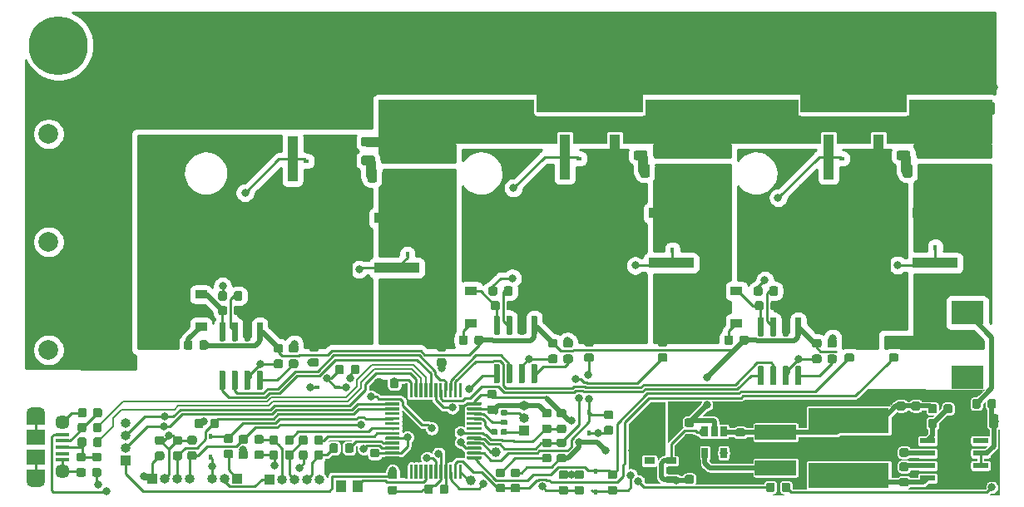
<source format=gbr>
G04 #@! TF.GenerationSoftware,KiCad,Pcbnew,(5.1.2)-2*
G04 #@! TF.CreationDate,2020-07-11T15:10:54+01:00*
G04 #@! TF.ProjectId,INV_Board,494e565f-426f-4617-9264-2e6b69636164,rev?*
G04 #@! TF.SameCoordinates,Original*
G04 #@! TF.FileFunction,Copper,L1,Top*
G04 #@! TF.FilePolarity,Positive*
%FSLAX46Y46*%
G04 Gerber Fmt 4.6, Leading zero omitted, Abs format (unit mm)*
G04 Created by KiCad (PCBNEW (5.1.2)-2) date 2020-07-11 15:10:54*
%MOMM*%
%LPD*%
G04 APERTURE LIST*
%ADD10C,0.100000*%
%ADD11C,0.590000*%
%ADD12R,1.000000X1.000000*%
%ADD13O,1.000000X1.000000*%
%ADD14C,0.875000*%
%ADD15R,0.650000X1.060000*%
%ADD16C,0.975000*%
%ADD17R,1.060000X0.650000*%
%ADD18R,4.200000X1.500000*%
%ADD19C,1.250000*%
%ADD20R,3.300000X2.400000*%
%ADD21R,0.450000X0.600000*%
%ADD22R,0.600000X0.450000*%
%ADD23R,9.400000X10.800000*%
%ADD24R,4.600000X1.100000*%
%ADD25C,2.000000*%
%ADD26R,2.000000X2.000000*%
%ADD27C,5.999480*%
%ADD28R,5.999480X5.999480*%
%ADD29R,1.100000X1.300000*%
%ADD30C,1.000000*%
%ADD31O,1.700000X1.700000*%
%ADD32R,1.700000X1.700000*%
%ADD33R,1.900000X1.200000*%
%ADD34O,1.900000X1.200000*%
%ADD35R,1.900000X1.500000*%
%ADD36C,1.450000*%
%ADD37R,1.350000X0.400000*%
%ADD38C,1.350000*%
%ADD39R,1.200000X0.900000*%
%ADD40R,8.200000X2.600000*%
%ADD41C,0.600000*%
%ADD42R,10.800000X9.400000*%
%ADD43R,1.100000X4.600000*%
%ADD44C,0.300000*%
%ADD45R,1.550000X0.600000*%
%ADD46R,2.950000X4.900000*%
%ADD47C,0.800000*%
%ADD48C,0.250000*%
%ADD49C,0.500000*%
%ADD50C,1.000000*%
%ADD51C,0.200000*%
%ADD52C,0.254000*%
G04 APERTURE END LIST*
D10*
G36*
X89536958Y-70075710D02*
G01*
X89551276Y-70077834D01*
X89565317Y-70081351D01*
X89578946Y-70086228D01*
X89592031Y-70092417D01*
X89604447Y-70099858D01*
X89616073Y-70108481D01*
X89626798Y-70118202D01*
X89636519Y-70128927D01*
X89645142Y-70140553D01*
X89652583Y-70152969D01*
X89658772Y-70166054D01*
X89663649Y-70179683D01*
X89667166Y-70193724D01*
X89669290Y-70208042D01*
X89670000Y-70222500D01*
X89670000Y-70517500D01*
X89669290Y-70531958D01*
X89667166Y-70546276D01*
X89663649Y-70560317D01*
X89658772Y-70573946D01*
X89652583Y-70587031D01*
X89645142Y-70599447D01*
X89636519Y-70611073D01*
X89626798Y-70621798D01*
X89616073Y-70631519D01*
X89604447Y-70640142D01*
X89592031Y-70647583D01*
X89578946Y-70653772D01*
X89565317Y-70658649D01*
X89551276Y-70662166D01*
X89536958Y-70664290D01*
X89522500Y-70665000D01*
X89177500Y-70665000D01*
X89163042Y-70664290D01*
X89148724Y-70662166D01*
X89134683Y-70658649D01*
X89121054Y-70653772D01*
X89107969Y-70647583D01*
X89095553Y-70640142D01*
X89083927Y-70631519D01*
X89073202Y-70621798D01*
X89063481Y-70611073D01*
X89054858Y-70599447D01*
X89047417Y-70587031D01*
X89041228Y-70573946D01*
X89036351Y-70560317D01*
X89032834Y-70546276D01*
X89030710Y-70531958D01*
X89030000Y-70517500D01*
X89030000Y-70222500D01*
X89030710Y-70208042D01*
X89032834Y-70193724D01*
X89036351Y-70179683D01*
X89041228Y-70166054D01*
X89047417Y-70152969D01*
X89054858Y-70140553D01*
X89063481Y-70128927D01*
X89073202Y-70118202D01*
X89083927Y-70108481D01*
X89095553Y-70099858D01*
X89107969Y-70092417D01*
X89121054Y-70086228D01*
X89134683Y-70081351D01*
X89148724Y-70077834D01*
X89163042Y-70075710D01*
X89177500Y-70075000D01*
X89522500Y-70075000D01*
X89536958Y-70075710D01*
X89536958Y-70075710D01*
G37*
D11*
X89350000Y-70370000D03*
D10*
G36*
X89536958Y-69105710D02*
G01*
X89551276Y-69107834D01*
X89565317Y-69111351D01*
X89578946Y-69116228D01*
X89592031Y-69122417D01*
X89604447Y-69129858D01*
X89616073Y-69138481D01*
X89626798Y-69148202D01*
X89636519Y-69158927D01*
X89645142Y-69170553D01*
X89652583Y-69182969D01*
X89658772Y-69196054D01*
X89663649Y-69209683D01*
X89667166Y-69223724D01*
X89669290Y-69238042D01*
X89670000Y-69252500D01*
X89670000Y-69547500D01*
X89669290Y-69561958D01*
X89667166Y-69576276D01*
X89663649Y-69590317D01*
X89658772Y-69603946D01*
X89652583Y-69617031D01*
X89645142Y-69629447D01*
X89636519Y-69641073D01*
X89626798Y-69651798D01*
X89616073Y-69661519D01*
X89604447Y-69670142D01*
X89592031Y-69677583D01*
X89578946Y-69683772D01*
X89565317Y-69688649D01*
X89551276Y-69692166D01*
X89536958Y-69694290D01*
X89522500Y-69695000D01*
X89177500Y-69695000D01*
X89163042Y-69694290D01*
X89148724Y-69692166D01*
X89134683Y-69688649D01*
X89121054Y-69683772D01*
X89107969Y-69677583D01*
X89095553Y-69670142D01*
X89083927Y-69661519D01*
X89073202Y-69651798D01*
X89063481Y-69641073D01*
X89054858Y-69629447D01*
X89047417Y-69617031D01*
X89041228Y-69603946D01*
X89036351Y-69590317D01*
X89032834Y-69576276D01*
X89030710Y-69561958D01*
X89030000Y-69547500D01*
X89030000Y-69252500D01*
X89030710Y-69238042D01*
X89032834Y-69223724D01*
X89036351Y-69209683D01*
X89041228Y-69196054D01*
X89047417Y-69182969D01*
X89054858Y-69170553D01*
X89063481Y-69158927D01*
X89073202Y-69148202D01*
X89083927Y-69138481D01*
X89095553Y-69129858D01*
X89107969Y-69122417D01*
X89121054Y-69116228D01*
X89134683Y-69111351D01*
X89148724Y-69107834D01*
X89163042Y-69105710D01*
X89177500Y-69105000D01*
X89522500Y-69105000D01*
X89536958Y-69105710D01*
X89536958Y-69105710D01*
G37*
D11*
X89350000Y-69400000D03*
D10*
G36*
X89496958Y-71030710D02*
G01*
X89511276Y-71032834D01*
X89525317Y-71036351D01*
X89538946Y-71041228D01*
X89552031Y-71047417D01*
X89564447Y-71054858D01*
X89576073Y-71063481D01*
X89586798Y-71073202D01*
X89596519Y-71083927D01*
X89605142Y-71095553D01*
X89612583Y-71107969D01*
X89618772Y-71121054D01*
X89623649Y-71134683D01*
X89627166Y-71148724D01*
X89629290Y-71163042D01*
X89630000Y-71177500D01*
X89630000Y-71522500D01*
X89629290Y-71536958D01*
X89627166Y-71551276D01*
X89623649Y-71565317D01*
X89618772Y-71578946D01*
X89612583Y-71592031D01*
X89605142Y-71604447D01*
X89596519Y-71616073D01*
X89586798Y-71626798D01*
X89576073Y-71636519D01*
X89564447Y-71645142D01*
X89552031Y-71652583D01*
X89538946Y-71658772D01*
X89525317Y-71663649D01*
X89511276Y-71667166D01*
X89496958Y-71669290D01*
X89482500Y-71670000D01*
X89187500Y-71670000D01*
X89173042Y-71669290D01*
X89158724Y-71667166D01*
X89144683Y-71663649D01*
X89131054Y-71658772D01*
X89117969Y-71652583D01*
X89105553Y-71645142D01*
X89093927Y-71636519D01*
X89083202Y-71626798D01*
X89073481Y-71616073D01*
X89064858Y-71604447D01*
X89057417Y-71592031D01*
X89051228Y-71578946D01*
X89046351Y-71565317D01*
X89042834Y-71551276D01*
X89040710Y-71536958D01*
X89040000Y-71522500D01*
X89040000Y-71177500D01*
X89040710Y-71163042D01*
X89042834Y-71148724D01*
X89046351Y-71134683D01*
X89051228Y-71121054D01*
X89057417Y-71107969D01*
X89064858Y-71095553D01*
X89073481Y-71083927D01*
X89083202Y-71073202D01*
X89093927Y-71063481D01*
X89105553Y-71054858D01*
X89117969Y-71047417D01*
X89131054Y-71041228D01*
X89144683Y-71036351D01*
X89158724Y-71032834D01*
X89173042Y-71030710D01*
X89187500Y-71030000D01*
X89482500Y-71030000D01*
X89496958Y-71030710D01*
X89496958Y-71030710D01*
G37*
D11*
X89335000Y-71350000D03*
D10*
G36*
X88526958Y-71030710D02*
G01*
X88541276Y-71032834D01*
X88555317Y-71036351D01*
X88568946Y-71041228D01*
X88582031Y-71047417D01*
X88594447Y-71054858D01*
X88606073Y-71063481D01*
X88616798Y-71073202D01*
X88626519Y-71083927D01*
X88635142Y-71095553D01*
X88642583Y-71107969D01*
X88648772Y-71121054D01*
X88653649Y-71134683D01*
X88657166Y-71148724D01*
X88659290Y-71163042D01*
X88660000Y-71177500D01*
X88660000Y-71522500D01*
X88659290Y-71536958D01*
X88657166Y-71551276D01*
X88653649Y-71565317D01*
X88648772Y-71578946D01*
X88642583Y-71592031D01*
X88635142Y-71604447D01*
X88626519Y-71616073D01*
X88616798Y-71626798D01*
X88606073Y-71636519D01*
X88594447Y-71645142D01*
X88582031Y-71652583D01*
X88568946Y-71658772D01*
X88555317Y-71663649D01*
X88541276Y-71667166D01*
X88526958Y-71669290D01*
X88512500Y-71670000D01*
X88217500Y-71670000D01*
X88203042Y-71669290D01*
X88188724Y-71667166D01*
X88174683Y-71663649D01*
X88161054Y-71658772D01*
X88147969Y-71652583D01*
X88135553Y-71645142D01*
X88123927Y-71636519D01*
X88113202Y-71626798D01*
X88103481Y-71616073D01*
X88094858Y-71604447D01*
X88087417Y-71592031D01*
X88081228Y-71578946D01*
X88076351Y-71565317D01*
X88072834Y-71551276D01*
X88070710Y-71536958D01*
X88070000Y-71522500D01*
X88070000Y-71177500D01*
X88070710Y-71163042D01*
X88072834Y-71148724D01*
X88076351Y-71134683D01*
X88081228Y-71121054D01*
X88087417Y-71107969D01*
X88094858Y-71095553D01*
X88103481Y-71083927D01*
X88113202Y-71073202D01*
X88123927Y-71063481D01*
X88135553Y-71054858D01*
X88147969Y-71047417D01*
X88161054Y-71041228D01*
X88174683Y-71036351D01*
X88188724Y-71032834D01*
X88203042Y-71030710D01*
X88217500Y-71030000D01*
X88512500Y-71030000D01*
X88526958Y-71030710D01*
X88526958Y-71030710D01*
G37*
D11*
X88365000Y-71350000D03*
D12*
X91400000Y-71200000D03*
D13*
X91400000Y-69930000D03*
X91400000Y-68660000D03*
D10*
G36*
X58552691Y-70026053D02*
G01*
X58573926Y-70029203D01*
X58594750Y-70034419D01*
X58614962Y-70041651D01*
X58634368Y-70050830D01*
X58652781Y-70061866D01*
X58670024Y-70074654D01*
X58685930Y-70089070D01*
X58700346Y-70104976D01*
X58713134Y-70122219D01*
X58724170Y-70140632D01*
X58733349Y-70160038D01*
X58740581Y-70180250D01*
X58745797Y-70201074D01*
X58748947Y-70222309D01*
X58750000Y-70243750D01*
X58750000Y-70756250D01*
X58748947Y-70777691D01*
X58745797Y-70798926D01*
X58740581Y-70819750D01*
X58733349Y-70839962D01*
X58724170Y-70859368D01*
X58713134Y-70877781D01*
X58700346Y-70895024D01*
X58685930Y-70910930D01*
X58670024Y-70925346D01*
X58652781Y-70938134D01*
X58634368Y-70949170D01*
X58614962Y-70958349D01*
X58594750Y-70965581D01*
X58573926Y-70970797D01*
X58552691Y-70973947D01*
X58531250Y-70975000D01*
X58093750Y-70975000D01*
X58072309Y-70973947D01*
X58051074Y-70970797D01*
X58030250Y-70965581D01*
X58010038Y-70958349D01*
X57990632Y-70949170D01*
X57972219Y-70938134D01*
X57954976Y-70925346D01*
X57939070Y-70910930D01*
X57924654Y-70895024D01*
X57911866Y-70877781D01*
X57900830Y-70859368D01*
X57891651Y-70839962D01*
X57884419Y-70819750D01*
X57879203Y-70798926D01*
X57876053Y-70777691D01*
X57875000Y-70756250D01*
X57875000Y-70243750D01*
X57876053Y-70222309D01*
X57879203Y-70201074D01*
X57884419Y-70180250D01*
X57891651Y-70160038D01*
X57900830Y-70140632D01*
X57911866Y-70122219D01*
X57924654Y-70104976D01*
X57939070Y-70089070D01*
X57954976Y-70074654D01*
X57972219Y-70061866D01*
X57990632Y-70050830D01*
X58010038Y-70041651D01*
X58030250Y-70034419D01*
X58051074Y-70029203D01*
X58072309Y-70026053D01*
X58093750Y-70025000D01*
X58531250Y-70025000D01*
X58552691Y-70026053D01*
X58552691Y-70026053D01*
G37*
D14*
X58312500Y-70500000D03*
D10*
G36*
X60127691Y-70026053D02*
G01*
X60148926Y-70029203D01*
X60169750Y-70034419D01*
X60189962Y-70041651D01*
X60209368Y-70050830D01*
X60227781Y-70061866D01*
X60245024Y-70074654D01*
X60260930Y-70089070D01*
X60275346Y-70104976D01*
X60288134Y-70122219D01*
X60299170Y-70140632D01*
X60308349Y-70160038D01*
X60315581Y-70180250D01*
X60320797Y-70201074D01*
X60323947Y-70222309D01*
X60325000Y-70243750D01*
X60325000Y-70756250D01*
X60323947Y-70777691D01*
X60320797Y-70798926D01*
X60315581Y-70819750D01*
X60308349Y-70839962D01*
X60299170Y-70859368D01*
X60288134Y-70877781D01*
X60275346Y-70895024D01*
X60260930Y-70910930D01*
X60245024Y-70925346D01*
X60227781Y-70938134D01*
X60209368Y-70949170D01*
X60189962Y-70958349D01*
X60169750Y-70965581D01*
X60148926Y-70970797D01*
X60127691Y-70973947D01*
X60106250Y-70975000D01*
X59668750Y-70975000D01*
X59647309Y-70973947D01*
X59626074Y-70970797D01*
X59605250Y-70965581D01*
X59585038Y-70958349D01*
X59565632Y-70949170D01*
X59547219Y-70938134D01*
X59529976Y-70925346D01*
X59514070Y-70910930D01*
X59499654Y-70895024D01*
X59486866Y-70877781D01*
X59475830Y-70859368D01*
X59466651Y-70839962D01*
X59459419Y-70819750D01*
X59454203Y-70798926D01*
X59451053Y-70777691D01*
X59450000Y-70756250D01*
X59450000Y-70243750D01*
X59451053Y-70222309D01*
X59454203Y-70201074D01*
X59459419Y-70180250D01*
X59466651Y-70160038D01*
X59475830Y-70140632D01*
X59486866Y-70122219D01*
X59499654Y-70104976D01*
X59514070Y-70089070D01*
X59529976Y-70074654D01*
X59547219Y-70061866D01*
X59565632Y-70050830D01*
X59585038Y-70041651D01*
X59605250Y-70034419D01*
X59626074Y-70029203D01*
X59647309Y-70026053D01*
X59668750Y-70025000D01*
X60106250Y-70025000D01*
X60127691Y-70026053D01*
X60127691Y-70026053D01*
G37*
D14*
X59887500Y-70500000D03*
D10*
G36*
X63077691Y-73251053D02*
G01*
X63098926Y-73254203D01*
X63119750Y-73259419D01*
X63139962Y-73266651D01*
X63159368Y-73275830D01*
X63177781Y-73286866D01*
X63195024Y-73299654D01*
X63210930Y-73314070D01*
X63225346Y-73329976D01*
X63238134Y-73347219D01*
X63249170Y-73365632D01*
X63258349Y-73385038D01*
X63265581Y-73405250D01*
X63270797Y-73426074D01*
X63273947Y-73447309D01*
X63275000Y-73468750D01*
X63275000Y-73906250D01*
X63273947Y-73927691D01*
X63270797Y-73948926D01*
X63265581Y-73969750D01*
X63258349Y-73989962D01*
X63249170Y-74009368D01*
X63238134Y-74027781D01*
X63225346Y-74045024D01*
X63210930Y-74060930D01*
X63195024Y-74075346D01*
X63177781Y-74088134D01*
X63159368Y-74099170D01*
X63139962Y-74108349D01*
X63119750Y-74115581D01*
X63098926Y-74120797D01*
X63077691Y-74123947D01*
X63056250Y-74125000D01*
X62543750Y-74125000D01*
X62522309Y-74123947D01*
X62501074Y-74120797D01*
X62480250Y-74115581D01*
X62460038Y-74108349D01*
X62440632Y-74099170D01*
X62422219Y-74088134D01*
X62404976Y-74075346D01*
X62389070Y-74060930D01*
X62374654Y-74045024D01*
X62361866Y-74027781D01*
X62350830Y-74009368D01*
X62341651Y-73989962D01*
X62334419Y-73969750D01*
X62329203Y-73948926D01*
X62326053Y-73927691D01*
X62325000Y-73906250D01*
X62325000Y-73468750D01*
X62326053Y-73447309D01*
X62329203Y-73426074D01*
X62334419Y-73405250D01*
X62341651Y-73385038D01*
X62350830Y-73365632D01*
X62361866Y-73347219D01*
X62374654Y-73329976D01*
X62389070Y-73314070D01*
X62404976Y-73299654D01*
X62422219Y-73286866D01*
X62440632Y-73275830D01*
X62460038Y-73266651D01*
X62480250Y-73259419D01*
X62501074Y-73254203D01*
X62522309Y-73251053D01*
X62543750Y-73250000D01*
X63056250Y-73250000D01*
X63077691Y-73251053D01*
X63077691Y-73251053D01*
G37*
D14*
X62800000Y-73687500D03*
D10*
G36*
X63077691Y-71676053D02*
G01*
X63098926Y-71679203D01*
X63119750Y-71684419D01*
X63139962Y-71691651D01*
X63159368Y-71700830D01*
X63177781Y-71711866D01*
X63195024Y-71724654D01*
X63210930Y-71739070D01*
X63225346Y-71754976D01*
X63238134Y-71772219D01*
X63249170Y-71790632D01*
X63258349Y-71810038D01*
X63265581Y-71830250D01*
X63270797Y-71851074D01*
X63273947Y-71872309D01*
X63275000Y-71893750D01*
X63275000Y-72331250D01*
X63273947Y-72352691D01*
X63270797Y-72373926D01*
X63265581Y-72394750D01*
X63258349Y-72414962D01*
X63249170Y-72434368D01*
X63238134Y-72452781D01*
X63225346Y-72470024D01*
X63210930Y-72485930D01*
X63195024Y-72500346D01*
X63177781Y-72513134D01*
X63159368Y-72524170D01*
X63139962Y-72533349D01*
X63119750Y-72540581D01*
X63098926Y-72545797D01*
X63077691Y-72548947D01*
X63056250Y-72550000D01*
X62543750Y-72550000D01*
X62522309Y-72548947D01*
X62501074Y-72545797D01*
X62480250Y-72540581D01*
X62460038Y-72533349D01*
X62440632Y-72524170D01*
X62422219Y-72513134D01*
X62404976Y-72500346D01*
X62389070Y-72485930D01*
X62374654Y-72470024D01*
X62361866Y-72452781D01*
X62350830Y-72434368D01*
X62341651Y-72414962D01*
X62334419Y-72394750D01*
X62329203Y-72373926D01*
X62326053Y-72352691D01*
X62325000Y-72331250D01*
X62325000Y-71893750D01*
X62326053Y-71872309D01*
X62329203Y-71851074D01*
X62334419Y-71830250D01*
X62341651Y-71810038D01*
X62350830Y-71790632D01*
X62361866Y-71772219D01*
X62374654Y-71754976D01*
X62389070Y-71739070D01*
X62404976Y-71724654D01*
X62422219Y-71711866D01*
X62440632Y-71700830D01*
X62460038Y-71691651D01*
X62480250Y-71684419D01*
X62501074Y-71679203D01*
X62522309Y-71676053D01*
X62543750Y-71675000D01*
X63056250Y-71675000D01*
X63077691Y-71676053D01*
X63077691Y-71676053D01*
G37*
D14*
X62800000Y-72112500D03*
D10*
G36*
X46577691Y-75051053D02*
G01*
X46598926Y-75054203D01*
X46619750Y-75059419D01*
X46639962Y-75066651D01*
X46659368Y-75075830D01*
X46677781Y-75086866D01*
X46695024Y-75099654D01*
X46710930Y-75114070D01*
X46725346Y-75129976D01*
X46738134Y-75147219D01*
X46749170Y-75165632D01*
X46758349Y-75185038D01*
X46765581Y-75205250D01*
X46770797Y-75226074D01*
X46773947Y-75247309D01*
X46775000Y-75268750D01*
X46775000Y-75706250D01*
X46773947Y-75727691D01*
X46770797Y-75748926D01*
X46765581Y-75769750D01*
X46758349Y-75789962D01*
X46749170Y-75809368D01*
X46738134Y-75827781D01*
X46725346Y-75845024D01*
X46710930Y-75860930D01*
X46695024Y-75875346D01*
X46677781Y-75888134D01*
X46659368Y-75899170D01*
X46639962Y-75908349D01*
X46619750Y-75915581D01*
X46598926Y-75920797D01*
X46577691Y-75923947D01*
X46556250Y-75925000D01*
X46043750Y-75925000D01*
X46022309Y-75923947D01*
X46001074Y-75920797D01*
X45980250Y-75915581D01*
X45960038Y-75908349D01*
X45940632Y-75899170D01*
X45922219Y-75888134D01*
X45904976Y-75875346D01*
X45889070Y-75860930D01*
X45874654Y-75845024D01*
X45861866Y-75827781D01*
X45850830Y-75809368D01*
X45841651Y-75789962D01*
X45834419Y-75769750D01*
X45829203Y-75748926D01*
X45826053Y-75727691D01*
X45825000Y-75706250D01*
X45825000Y-75268750D01*
X45826053Y-75247309D01*
X45829203Y-75226074D01*
X45834419Y-75205250D01*
X45841651Y-75185038D01*
X45850830Y-75165632D01*
X45861866Y-75147219D01*
X45874654Y-75129976D01*
X45889070Y-75114070D01*
X45904976Y-75099654D01*
X45922219Y-75086866D01*
X45940632Y-75075830D01*
X45960038Y-75066651D01*
X45980250Y-75059419D01*
X46001074Y-75054203D01*
X46022309Y-75051053D01*
X46043750Y-75050000D01*
X46556250Y-75050000D01*
X46577691Y-75051053D01*
X46577691Y-75051053D01*
G37*
D14*
X46300000Y-75487500D03*
D10*
G36*
X46577691Y-73476053D02*
G01*
X46598926Y-73479203D01*
X46619750Y-73484419D01*
X46639962Y-73491651D01*
X46659368Y-73500830D01*
X46677781Y-73511866D01*
X46695024Y-73524654D01*
X46710930Y-73539070D01*
X46725346Y-73554976D01*
X46738134Y-73572219D01*
X46749170Y-73590632D01*
X46758349Y-73610038D01*
X46765581Y-73630250D01*
X46770797Y-73651074D01*
X46773947Y-73672309D01*
X46775000Y-73693750D01*
X46775000Y-74131250D01*
X46773947Y-74152691D01*
X46770797Y-74173926D01*
X46765581Y-74194750D01*
X46758349Y-74214962D01*
X46749170Y-74234368D01*
X46738134Y-74252781D01*
X46725346Y-74270024D01*
X46710930Y-74285930D01*
X46695024Y-74300346D01*
X46677781Y-74313134D01*
X46659368Y-74324170D01*
X46639962Y-74333349D01*
X46619750Y-74340581D01*
X46598926Y-74345797D01*
X46577691Y-74348947D01*
X46556250Y-74350000D01*
X46043750Y-74350000D01*
X46022309Y-74348947D01*
X46001074Y-74345797D01*
X45980250Y-74340581D01*
X45960038Y-74333349D01*
X45940632Y-74324170D01*
X45922219Y-74313134D01*
X45904976Y-74300346D01*
X45889070Y-74285930D01*
X45874654Y-74270024D01*
X45861866Y-74252781D01*
X45850830Y-74234368D01*
X45841651Y-74214962D01*
X45834419Y-74194750D01*
X45829203Y-74173926D01*
X45826053Y-74152691D01*
X45825000Y-74131250D01*
X45825000Y-73693750D01*
X45826053Y-73672309D01*
X45829203Y-73651074D01*
X45834419Y-73630250D01*
X45841651Y-73610038D01*
X45850830Y-73590632D01*
X45861866Y-73572219D01*
X45874654Y-73554976D01*
X45889070Y-73539070D01*
X45904976Y-73524654D01*
X45922219Y-73511866D01*
X45940632Y-73500830D01*
X45960038Y-73491651D01*
X45980250Y-73484419D01*
X46001074Y-73479203D01*
X46022309Y-73476053D01*
X46043750Y-73475000D01*
X46556250Y-73475000D01*
X46577691Y-73476053D01*
X46577691Y-73476053D01*
G37*
D14*
X46300000Y-73912500D03*
D10*
G36*
X46652691Y-68926053D02*
G01*
X46673926Y-68929203D01*
X46694750Y-68934419D01*
X46714962Y-68941651D01*
X46734368Y-68950830D01*
X46752781Y-68961866D01*
X46770024Y-68974654D01*
X46785930Y-68989070D01*
X46800346Y-69004976D01*
X46813134Y-69022219D01*
X46824170Y-69040632D01*
X46833349Y-69060038D01*
X46840581Y-69080250D01*
X46845797Y-69101074D01*
X46848947Y-69122309D01*
X46850000Y-69143750D01*
X46850000Y-69656250D01*
X46848947Y-69677691D01*
X46845797Y-69698926D01*
X46840581Y-69719750D01*
X46833349Y-69739962D01*
X46824170Y-69759368D01*
X46813134Y-69777781D01*
X46800346Y-69795024D01*
X46785930Y-69810930D01*
X46770024Y-69825346D01*
X46752781Y-69838134D01*
X46734368Y-69849170D01*
X46714962Y-69858349D01*
X46694750Y-69865581D01*
X46673926Y-69870797D01*
X46652691Y-69873947D01*
X46631250Y-69875000D01*
X46193750Y-69875000D01*
X46172309Y-69873947D01*
X46151074Y-69870797D01*
X46130250Y-69865581D01*
X46110038Y-69858349D01*
X46090632Y-69849170D01*
X46072219Y-69838134D01*
X46054976Y-69825346D01*
X46039070Y-69810930D01*
X46024654Y-69795024D01*
X46011866Y-69777781D01*
X46000830Y-69759368D01*
X45991651Y-69739962D01*
X45984419Y-69719750D01*
X45979203Y-69698926D01*
X45976053Y-69677691D01*
X45975000Y-69656250D01*
X45975000Y-69143750D01*
X45976053Y-69122309D01*
X45979203Y-69101074D01*
X45984419Y-69080250D01*
X45991651Y-69060038D01*
X46000830Y-69040632D01*
X46011866Y-69022219D01*
X46024654Y-69004976D01*
X46039070Y-68989070D01*
X46054976Y-68974654D01*
X46072219Y-68961866D01*
X46090632Y-68950830D01*
X46110038Y-68941651D01*
X46130250Y-68934419D01*
X46151074Y-68929203D01*
X46172309Y-68926053D01*
X46193750Y-68925000D01*
X46631250Y-68925000D01*
X46652691Y-68926053D01*
X46652691Y-68926053D01*
G37*
D14*
X46412500Y-69400000D03*
D10*
G36*
X48227691Y-68926053D02*
G01*
X48248926Y-68929203D01*
X48269750Y-68934419D01*
X48289962Y-68941651D01*
X48309368Y-68950830D01*
X48327781Y-68961866D01*
X48345024Y-68974654D01*
X48360930Y-68989070D01*
X48375346Y-69004976D01*
X48388134Y-69022219D01*
X48399170Y-69040632D01*
X48408349Y-69060038D01*
X48415581Y-69080250D01*
X48420797Y-69101074D01*
X48423947Y-69122309D01*
X48425000Y-69143750D01*
X48425000Y-69656250D01*
X48423947Y-69677691D01*
X48420797Y-69698926D01*
X48415581Y-69719750D01*
X48408349Y-69739962D01*
X48399170Y-69759368D01*
X48388134Y-69777781D01*
X48375346Y-69795024D01*
X48360930Y-69810930D01*
X48345024Y-69825346D01*
X48327781Y-69838134D01*
X48309368Y-69849170D01*
X48289962Y-69858349D01*
X48269750Y-69865581D01*
X48248926Y-69870797D01*
X48227691Y-69873947D01*
X48206250Y-69875000D01*
X47768750Y-69875000D01*
X47747309Y-69873947D01*
X47726074Y-69870797D01*
X47705250Y-69865581D01*
X47685038Y-69858349D01*
X47665632Y-69849170D01*
X47647219Y-69838134D01*
X47629976Y-69825346D01*
X47614070Y-69810930D01*
X47599654Y-69795024D01*
X47586866Y-69777781D01*
X47575830Y-69759368D01*
X47566651Y-69739962D01*
X47559419Y-69719750D01*
X47554203Y-69698926D01*
X47551053Y-69677691D01*
X47550000Y-69656250D01*
X47550000Y-69143750D01*
X47551053Y-69122309D01*
X47554203Y-69101074D01*
X47559419Y-69080250D01*
X47566651Y-69060038D01*
X47575830Y-69040632D01*
X47586866Y-69022219D01*
X47599654Y-69004976D01*
X47614070Y-68989070D01*
X47629976Y-68974654D01*
X47647219Y-68961866D01*
X47665632Y-68950830D01*
X47685038Y-68941651D01*
X47705250Y-68934419D01*
X47726074Y-68929203D01*
X47747309Y-68926053D01*
X47768750Y-68925000D01*
X48206250Y-68925000D01*
X48227691Y-68926053D01*
X48227691Y-68926053D01*
G37*
D14*
X47987500Y-69400000D03*
D10*
G36*
X54577691Y-71776053D02*
G01*
X54598926Y-71779203D01*
X54619750Y-71784419D01*
X54639962Y-71791651D01*
X54659368Y-71800830D01*
X54677781Y-71811866D01*
X54695024Y-71824654D01*
X54710930Y-71839070D01*
X54725346Y-71854976D01*
X54738134Y-71872219D01*
X54749170Y-71890632D01*
X54758349Y-71910038D01*
X54765581Y-71930250D01*
X54770797Y-71951074D01*
X54773947Y-71972309D01*
X54775000Y-71993750D01*
X54775000Y-72431250D01*
X54773947Y-72452691D01*
X54770797Y-72473926D01*
X54765581Y-72494750D01*
X54758349Y-72514962D01*
X54749170Y-72534368D01*
X54738134Y-72552781D01*
X54725346Y-72570024D01*
X54710930Y-72585930D01*
X54695024Y-72600346D01*
X54677781Y-72613134D01*
X54659368Y-72624170D01*
X54639962Y-72633349D01*
X54619750Y-72640581D01*
X54598926Y-72645797D01*
X54577691Y-72648947D01*
X54556250Y-72650000D01*
X54043750Y-72650000D01*
X54022309Y-72648947D01*
X54001074Y-72645797D01*
X53980250Y-72640581D01*
X53960038Y-72633349D01*
X53940632Y-72624170D01*
X53922219Y-72613134D01*
X53904976Y-72600346D01*
X53889070Y-72585930D01*
X53874654Y-72570024D01*
X53861866Y-72552781D01*
X53850830Y-72534368D01*
X53841651Y-72514962D01*
X53834419Y-72494750D01*
X53829203Y-72473926D01*
X53826053Y-72452691D01*
X53825000Y-72431250D01*
X53825000Y-71993750D01*
X53826053Y-71972309D01*
X53829203Y-71951074D01*
X53834419Y-71930250D01*
X53841651Y-71910038D01*
X53850830Y-71890632D01*
X53861866Y-71872219D01*
X53874654Y-71854976D01*
X53889070Y-71839070D01*
X53904976Y-71824654D01*
X53922219Y-71811866D01*
X53940632Y-71800830D01*
X53960038Y-71791651D01*
X53980250Y-71784419D01*
X54001074Y-71779203D01*
X54022309Y-71776053D01*
X54043750Y-71775000D01*
X54556250Y-71775000D01*
X54577691Y-71776053D01*
X54577691Y-71776053D01*
G37*
D14*
X54300000Y-72212500D03*
D10*
G36*
X54577691Y-73351053D02*
G01*
X54598926Y-73354203D01*
X54619750Y-73359419D01*
X54639962Y-73366651D01*
X54659368Y-73375830D01*
X54677781Y-73386866D01*
X54695024Y-73399654D01*
X54710930Y-73414070D01*
X54725346Y-73429976D01*
X54738134Y-73447219D01*
X54749170Y-73465632D01*
X54758349Y-73485038D01*
X54765581Y-73505250D01*
X54770797Y-73526074D01*
X54773947Y-73547309D01*
X54775000Y-73568750D01*
X54775000Y-74006250D01*
X54773947Y-74027691D01*
X54770797Y-74048926D01*
X54765581Y-74069750D01*
X54758349Y-74089962D01*
X54749170Y-74109368D01*
X54738134Y-74127781D01*
X54725346Y-74145024D01*
X54710930Y-74160930D01*
X54695024Y-74175346D01*
X54677781Y-74188134D01*
X54659368Y-74199170D01*
X54639962Y-74208349D01*
X54619750Y-74215581D01*
X54598926Y-74220797D01*
X54577691Y-74223947D01*
X54556250Y-74225000D01*
X54043750Y-74225000D01*
X54022309Y-74223947D01*
X54001074Y-74220797D01*
X53980250Y-74215581D01*
X53960038Y-74208349D01*
X53940632Y-74199170D01*
X53922219Y-74188134D01*
X53904976Y-74175346D01*
X53889070Y-74160930D01*
X53874654Y-74145024D01*
X53861866Y-74127781D01*
X53850830Y-74109368D01*
X53841651Y-74089962D01*
X53834419Y-74069750D01*
X53829203Y-74048926D01*
X53826053Y-74027691D01*
X53825000Y-74006250D01*
X53825000Y-73568750D01*
X53826053Y-73547309D01*
X53829203Y-73526074D01*
X53834419Y-73505250D01*
X53841651Y-73485038D01*
X53850830Y-73465632D01*
X53861866Y-73447219D01*
X53874654Y-73429976D01*
X53889070Y-73414070D01*
X53904976Y-73399654D01*
X53922219Y-73386866D01*
X53940632Y-73375830D01*
X53960038Y-73366651D01*
X53980250Y-73359419D01*
X54001074Y-73354203D01*
X54022309Y-73351053D01*
X54043750Y-73350000D01*
X54556250Y-73350000D01*
X54577691Y-73351053D01*
X54577691Y-73351053D01*
G37*
D14*
X54300000Y-73787500D03*
D10*
G36*
X66152691Y-71726053D02*
G01*
X66173926Y-71729203D01*
X66194750Y-71734419D01*
X66214962Y-71741651D01*
X66234368Y-71750830D01*
X66252781Y-71761866D01*
X66270024Y-71774654D01*
X66285930Y-71789070D01*
X66300346Y-71804976D01*
X66313134Y-71822219D01*
X66324170Y-71840632D01*
X66333349Y-71860038D01*
X66340581Y-71880250D01*
X66345797Y-71901074D01*
X66348947Y-71922309D01*
X66350000Y-71943750D01*
X66350000Y-72456250D01*
X66348947Y-72477691D01*
X66345797Y-72498926D01*
X66340581Y-72519750D01*
X66333349Y-72539962D01*
X66324170Y-72559368D01*
X66313134Y-72577781D01*
X66300346Y-72595024D01*
X66285930Y-72610930D01*
X66270024Y-72625346D01*
X66252781Y-72638134D01*
X66234368Y-72649170D01*
X66214962Y-72658349D01*
X66194750Y-72665581D01*
X66173926Y-72670797D01*
X66152691Y-72673947D01*
X66131250Y-72675000D01*
X65693750Y-72675000D01*
X65672309Y-72673947D01*
X65651074Y-72670797D01*
X65630250Y-72665581D01*
X65610038Y-72658349D01*
X65590632Y-72649170D01*
X65572219Y-72638134D01*
X65554976Y-72625346D01*
X65539070Y-72610930D01*
X65524654Y-72595024D01*
X65511866Y-72577781D01*
X65500830Y-72559368D01*
X65491651Y-72539962D01*
X65484419Y-72519750D01*
X65479203Y-72498926D01*
X65476053Y-72477691D01*
X65475000Y-72456250D01*
X65475000Y-71943750D01*
X65476053Y-71922309D01*
X65479203Y-71901074D01*
X65484419Y-71880250D01*
X65491651Y-71860038D01*
X65500830Y-71840632D01*
X65511866Y-71822219D01*
X65524654Y-71804976D01*
X65539070Y-71789070D01*
X65554976Y-71774654D01*
X65572219Y-71761866D01*
X65590632Y-71750830D01*
X65610038Y-71741651D01*
X65630250Y-71734419D01*
X65651074Y-71729203D01*
X65672309Y-71726053D01*
X65693750Y-71725000D01*
X66131250Y-71725000D01*
X66152691Y-71726053D01*
X66152691Y-71726053D01*
G37*
D14*
X65912500Y-72200000D03*
D10*
G36*
X67727691Y-71726053D02*
G01*
X67748926Y-71729203D01*
X67769750Y-71734419D01*
X67789962Y-71741651D01*
X67809368Y-71750830D01*
X67827781Y-71761866D01*
X67845024Y-71774654D01*
X67860930Y-71789070D01*
X67875346Y-71804976D01*
X67888134Y-71822219D01*
X67899170Y-71840632D01*
X67908349Y-71860038D01*
X67915581Y-71880250D01*
X67920797Y-71901074D01*
X67923947Y-71922309D01*
X67925000Y-71943750D01*
X67925000Y-72456250D01*
X67923947Y-72477691D01*
X67920797Y-72498926D01*
X67915581Y-72519750D01*
X67908349Y-72539962D01*
X67899170Y-72559368D01*
X67888134Y-72577781D01*
X67875346Y-72595024D01*
X67860930Y-72610930D01*
X67845024Y-72625346D01*
X67827781Y-72638134D01*
X67809368Y-72649170D01*
X67789962Y-72658349D01*
X67769750Y-72665581D01*
X67748926Y-72670797D01*
X67727691Y-72673947D01*
X67706250Y-72675000D01*
X67268750Y-72675000D01*
X67247309Y-72673947D01*
X67226074Y-72670797D01*
X67205250Y-72665581D01*
X67185038Y-72658349D01*
X67165632Y-72649170D01*
X67147219Y-72638134D01*
X67129976Y-72625346D01*
X67114070Y-72610930D01*
X67099654Y-72595024D01*
X67086866Y-72577781D01*
X67075830Y-72559368D01*
X67066651Y-72539962D01*
X67059419Y-72519750D01*
X67054203Y-72498926D01*
X67051053Y-72477691D01*
X67050000Y-72456250D01*
X67050000Y-71943750D01*
X67051053Y-71922309D01*
X67054203Y-71901074D01*
X67059419Y-71880250D01*
X67066651Y-71860038D01*
X67075830Y-71840632D01*
X67086866Y-71822219D01*
X67099654Y-71804976D01*
X67114070Y-71789070D01*
X67129976Y-71774654D01*
X67147219Y-71761866D01*
X67165632Y-71750830D01*
X67185038Y-71741651D01*
X67205250Y-71734419D01*
X67226074Y-71729203D01*
X67247309Y-71726053D01*
X67268750Y-71725000D01*
X67706250Y-71725000D01*
X67727691Y-71726053D01*
X67727691Y-71726053D01*
G37*
D14*
X67487500Y-72200000D03*
D10*
G36*
X72252691Y-72526053D02*
G01*
X72273926Y-72529203D01*
X72294750Y-72534419D01*
X72314962Y-72541651D01*
X72334368Y-72550830D01*
X72352781Y-72561866D01*
X72370024Y-72574654D01*
X72385930Y-72589070D01*
X72400346Y-72604976D01*
X72413134Y-72622219D01*
X72424170Y-72640632D01*
X72433349Y-72660038D01*
X72440581Y-72680250D01*
X72445797Y-72701074D01*
X72448947Y-72722309D01*
X72450000Y-72743750D01*
X72450000Y-73256250D01*
X72448947Y-73277691D01*
X72445797Y-73298926D01*
X72440581Y-73319750D01*
X72433349Y-73339962D01*
X72424170Y-73359368D01*
X72413134Y-73377781D01*
X72400346Y-73395024D01*
X72385930Y-73410930D01*
X72370024Y-73425346D01*
X72352781Y-73438134D01*
X72334368Y-73449170D01*
X72314962Y-73458349D01*
X72294750Y-73465581D01*
X72273926Y-73470797D01*
X72252691Y-73473947D01*
X72231250Y-73475000D01*
X71793750Y-73475000D01*
X71772309Y-73473947D01*
X71751074Y-73470797D01*
X71730250Y-73465581D01*
X71710038Y-73458349D01*
X71690632Y-73449170D01*
X71672219Y-73438134D01*
X71654976Y-73425346D01*
X71639070Y-73410930D01*
X71624654Y-73395024D01*
X71611866Y-73377781D01*
X71600830Y-73359368D01*
X71591651Y-73339962D01*
X71584419Y-73319750D01*
X71579203Y-73298926D01*
X71576053Y-73277691D01*
X71575000Y-73256250D01*
X71575000Y-72743750D01*
X71576053Y-72722309D01*
X71579203Y-72701074D01*
X71584419Y-72680250D01*
X71591651Y-72660038D01*
X71600830Y-72640632D01*
X71611866Y-72622219D01*
X71624654Y-72604976D01*
X71639070Y-72589070D01*
X71654976Y-72574654D01*
X71672219Y-72561866D01*
X71690632Y-72550830D01*
X71710038Y-72541651D01*
X71730250Y-72534419D01*
X71751074Y-72529203D01*
X71772309Y-72526053D01*
X71793750Y-72525000D01*
X72231250Y-72525000D01*
X72252691Y-72526053D01*
X72252691Y-72526053D01*
G37*
D14*
X72012500Y-73000000D03*
D10*
G36*
X73827691Y-72526053D02*
G01*
X73848926Y-72529203D01*
X73869750Y-72534419D01*
X73889962Y-72541651D01*
X73909368Y-72550830D01*
X73927781Y-72561866D01*
X73945024Y-72574654D01*
X73960930Y-72589070D01*
X73975346Y-72604976D01*
X73988134Y-72622219D01*
X73999170Y-72640632D01*
X74008349Y-72660038D01*
X74015581Y-72680250D01*
X74020797Y-72701074D01*
X74023947Y-72722309D01*
X74025000Y-72743750D01*
X74025000Y-73256250D01*
X74023947Y-73277691D01*
X74020797Y-73298926D01*
X74015581Y-73319750D01*
X74008349Y-73339962D01*
X73999170Y-73359368D01*
X73988134Y-73377781D01*
X73975346Y-73395024D01*
X73960930Y-73410930D01*
X73945024Y-73425346D01*
X73927781Y-73438134D01*
X73909368Y-73449170D01*
X73889962Y-73458349D01*
X73869750Y-73465581D01*
X73848926Y-73470797D01*
X73827691Y-73473947D01*
X73806250Y-73475000D01*
X73368750Y-73475000D01*
X73347309Y-73473947D01*
X73326074Y-73470797D01*
X73305250Y-73465581D01*
X73285038Y-73458349D01*
X73265632Y-73449170D01*
X73247219Y-73438134D01*
X73229976Y-73425346D01*
X73214070Y-73410930D01*
X73199654Y-73395024D01*
X73186866Y-73377781D01*
X73175830Y-73359368D01*
X73166651Y-73339962D01*
X73159419Y-73319750D01*
X73154203Y-73298926D01*
X73151053Y-73277691D01*
X73150000Y-73256250D01*
X73150000Y-72743750D01*
X73151053Y-72722309D01*
X73154203Y-72701074D01*
X73159419Y-72680250D01*
X73166651Y-72660038D01*
X73175830Y-72640632D01*
X73186866Y-72622219D01*
X73199654Y-72604976D01*
X73214070Y-72589070D01*
X73229976Y-72574654D01*
X73247219Y-72561866D01*
X73265632Y-72550830D01*
X73285038Y-72541651D01*
X73305250Y-72534419D01*
X73326074Y-72529203D01*
X73347309Y-72526053D01*
X73368750Y-72525000D01*
X73806250Y-72525000D01*
X73827691Y-72526053D01*
X73827691Y-72526053D01*
G37*
D14*
X73587500Y-73000000D03*
D10*
G36*
X69152691Y-71726053D02*
G01*
X69173926Y-71729203D01*
X69194750Y-71734419D01*
X69214962Y-71741651D01*
X69234368Y-71750830D01*
X69252781Y-71761866D01*
X69270024Y-71774654D01*
X69285930Y-71789070D01*
X69300346Y-71804976D01*
X69313134Y-71822219D01*
X69324170Y-71840632D01*
X69333349Y-71860038D01*
X69340581Y-71880250D01*
X69345797Y-71901074D01*
X69348947Y-71922309D01*
X69350000Y-71943750D01*
X69350000Y-72456250D01*
X69348947Y-72477691D01*
X69345797Y-72498926D01*
X69340581Y-72519750D01*
X69333349Y-72539962D01*
X69324170Y-72559368D01*
X69313134Y-72577781D01*
X69300346Y-72595024D01*
X69285930Y-72610930D01*
X69270024Y-72625346D01*
X69252781Y-72638134D01*
X69234368Y-72649170D01*
X69214962Y-72658349D01*
X69194750Y-72665581D01*
X69173926Y-72670797D01*
X69152691Y-72673947D01*
X69131250Y-72675000D01*
X68693750Y-72675000D01*
X68672309Y-72673947D01*
X68651074Y-72670797D01*
X68630250Y-72665581D01*
X68610038Y-72658349D01*
X68590632Y-72649170D01*
X68572219Y-72638134D01*
X68554976Y-72625346D01*
X68539070Y-72610930D01*
X68524654Y-72595024D01*
X68511866Y-72577781D01*
X68500830Y-72559368D01*
X68491651Y-72539962D01*
X68484419Y-72519750D01*
X68479203Y-72498926D01*
X68476053Y-72477691D01*
X68475000Y-72456250D01*
X68475000Y-71943750D01*
X68476053Y-71922309D01*
X68479203Y-71901074D01*
X68484419Y-71880250D01*
X68491651Y-71860038D01*
X68500830Y-71840632D01*
X68511866Y-71822219D01*
X68524654Y-71804976D01*
X68539070Y-71789070D01*
X68554976Y-71774654D01*
X68572219Y-71761866D01*
X68590632Y-71750830D01*
X68610038Y-71741651D01*
X68630250Y-71734419D01*
X68651074Y-71729203D01*
X68672309Y-71726053D01*
X68693750Y-71725000D01*
X69131250Y-71725000D01*
X69152691Y-71726053D01*
X69152691Y-71726053D01*
G37*
D14*
X68912500Y-72200000D03*
D10*
G36*
X70727691Y-71726053D02*
G01*
X70748926Y-71729203D01*
X70769750Y-71734419D01*
X70789962Y-71741651D01*
X70809368Y-71750830D01*
X70827781Y-71761866D01*
X70845024Y-71774654D01*
X70860930Y-71789070D01*
X70875346Y-71804976D01*
X70888134Y-71822219D01*
X70899170Y-71840632D01*
X70908349Y-71860038D01*
X70915581Y-71880250D01*
X70920797Y-71901074D01*
X70923947Y-71922309D01*
X70925000Y-71943750D01*
X70925000Y-72456250D01*
X70923947Y-72477691D01*
X70920797Y-72498926D01*
X70915581Y-72519750D01*
X70908349Y-72539962D01*
X70899170Y-72559368D01*
X70888134Y-72577781D01*
X70875346Y-72595024D01*
X70860930Y-72610930D01*
X70845024Y-72625346D01*
X70827781Y-72638134D01*
X70809368Y-72649170D01*
X70789962Y-72658349D01*
X70769750Y-72665581D01*
X70748926Y-72670797D01*
X70727691Y-72673947D01*
X70706250Y-72675000D01*
X70268750Y-72675000D01*
X70247309Y-72673947D01*
X70226074Y-72670797D01*
X70205250Y-72665581D01*
X70185038Y-72658349D01*
X70165632Y-72649170D01*
X70147219Y-72638134D01*
X70129976Y-72625346D01*
X70114070Y-72610930D01*
X70099654Y-72595024D01*
X70086866Y-72577781D01*
X70075830Y-72559368D01*
X70066651Y-72539962D01*
X70059419Y-72519750D01*
X70054203Y-72498926D01*
X70051053Y-72477691D01*
X70050000Y-72456250D01*
X70050000Y-71943750D01*
X70051053Y-71922309D01*
X70054203Y-71901074D01*
X70059419Y-71880250D01*
X70066651Y-71860038D01*
X70075830Y-71840632D01*
X70086866Y-71822219D01*
X70099654Y-71804976D01*
X70114070Y-71789070D01*
X70129976Y-71774654D01*
X70147219Y-71761866D01*
X70165632Y-71750830D01*
X70185038Y-71741651D01*
X70205250Y-71734419D01*
X70226074Y-71729203D01*
X70247309Y-71726053D01*
X70268750Y-71725000D01*
X70706250Y-71725000D01*
X70727691Y-71726053D01*
X70727691Y-71726053D01*
G37*
D14*
X70487500Y-72200000D03*
D10*
G36*
X108477691Y-74163553D02*
G01*
X108498926Y-74166703D01*
X108519750Y-74171919D01*
X108539962Y-74179151D01*
X108559368Y-74188330D01*
X108577781Y-74199366D01*
X108595024Y-74212154D01*
X108610930Y-74226570D01*
X108625346Y-74242476D01*
X108638134Y-74259719D01*
X108649170Y-74278132D01*
X108658349Y-74297538D01*
X108665581Y-74317750D01*
X108670797Y-74338574D01*
X108673947Y-74359809D01*
X108675000Y-74381250D01*
X108675000Y-74818750D01*
X108673947Y-74840191D01*
X108670797Y-74861426D01*
X108665581Y-74882250D01*
X108658349Y-74902462D01*
X108649170Y-74921868D01*
X108638134Y-74940281D01*
X108625346Y-74957524D01*
X108610930Y-74973430D01*
X108595024Y-74987846D01*
X108577781Y-75000634D01*
X108559368Y-75011670D01*
X108539962Y-75020849D01*
X108519750Y-75028081D01*
X108498926Y-75033297D01*
X108477691Y-75036447D01*
X108456250Y-75037500D01*
X107943750Y-75037500D01*
X107922309Y-75036447D01*
X107901074Y-75033297D01*
X107880250Y-75028081D01*
X107860038Y-75020849D01*
X107840632Y-75011670D01*
X107822219Y-75000634D01*
X107804976Y-74987846D01*
X107789070Y-74973430D01*
X107774654Y-74957524D01*
X107761866Y-74940281D01*
X107750830Y-74921868D01*
X107741651Y-74902462D01*
X107734419Y-74882250D01*
X107729203Y-74861426D01*
X107726053Y-74840191D01*
X107725000Y-74818750D01*
X107725000Y-74381250D01*
X107726053Y-74359809D01*
X107729203Y-74338574D01*
X107734419Y-74317750D01*
X107741651Y-74297538D01*
X107750830Y-74278132D01*
X107761866Y-74259719D01*
X107774654Y-74242476D01*
X107789070Y-74226570D01*
X107804976Y-74212154D01*
X107822219Y-74199366D01*
X107840632Y-74188330D01*
X107860038Y-74179151D01*
X107880250Y-74171919D01*
X107901074Y-74166703D01*
X107922309Y-74163553D01*
X107943750Y-74162500D01*
X108456250Y-74162500D01*
X108477691Y-74163553D01*
X108477691Y-74163553D01*
G37*
D14*
X108200000Y-74600000D03*
D10*
G36*
X108477691Y-75738553D02*
G01*
X108498926Y-75741703D01*
X108519750Y-75746919D01*
X108539962Y-75754151D01*
X108559368Y-75763330D01*
X108577781Y-75774366D01*
X108595024Y-75787154D01*
X108610930Y-75801570D01*
X108625346Y-75817476D01*
X108638134Y-75834719D01*
X108649170Y-75853132D01*
X108658349Y-75872538D01*
X108665581Y-75892750D01*
X108670797Y-75913574D01*
X108673947Y-75934809D01*
X108675000Y-75956250D01*
X108675000Y-76393750D01*
X108673947Y-76415191D01*
X108670797Y-76436426D01*
X108665581Y-76457250D01*
X108658349Y-76477462D01*
X108649170Y-76496868D01*
X108638134Y-76515281D01*
X108625346Y-76532524D01*
X108610930Y-76548430D01*
X108595024Y-76562846D01*
X108577781Y-76575634D01*
X108559368Y-76586670D01*
X108539962Y-76595849D01*
X108519750Y-76603081D01*
X108498926Y-76608297D01*
X108477691Y-76611447D01*
X108456250Y-76612500D01*
X107943750Y-76612500D01*
X107922309Y-76611447D01*
X107901074Y-76608297D01*
X107880250Y-76603081D01*
X107860038Y-76595849D01*
X107840632Y-76586670D01*
X107822219Y-76575634D01*
X107804976Y-76562846D01*
X107789070Y-76548430D01*
X107774654Y-76532524D01*
X107761866Y-76515281D01*
X107750830Y-76496868D01*
X107741651Y-76477462D01*
X107734419Y-76457250D01*
X107729203Y-76436426D01*
X107726053Y-76415191D01*
X107725000Y-76393750D01*
X107725000Y-75956250D01*
X107726053Y-75934809D01*
X107729203Y-75913574D01*
X107734419Y-75892750D01*
X107741651Y-75872538D01*
X107750830Y-75853132D01*
X107761866Y-75834719D01*
X107774654Y-75817476D01*
X107789070Y-75801570D01*
X107804976Y-75787154D01*
X107822219Y-75774366D01*
X107840632Y-75763330D01*
X107860038Y-75754151D01*
X107880250Y-75746919D01*
X107901074Y-75741703D01*
X107922309Y-75738553D01*
X107943750Y-75737500D01*
X108456250Y-75737500D01*
X108477691Y-75738553D01*
X108477691Y-75738553D01*
G37*
D14*
X108200000Y-76175000D03*
D10*
G36*
X108477691Y-71551053D02*
G01*
X108498926Y-71554203D01*
X108519750Y-71559419D01*
X108539962Y-71566651D01*
X108559368Y-71575830D01*
X108577781Y-71586866D01*
X108595024Y-71599654D01*
X108610930Y-71614070D01*
X108625346Y-71629976D01*
X108638134Y-71647219D01*
X108649170Y-71665632D01*
X108658349Y-71685038D01*
X108665581Y-71705250D01*
X108670797Y-71726074D01*
X108673947Y-71747309D01*
X108675000Y-71768750D01*
X108675000Y-72206250D01*
X108673947Y-72227691D01*
X108670797Y-72248926D01*
X108665581Y-72269750D01*
X108658349Y-72289962D01*
X108649170Y-72309368D01*
X108638134Y-72327781D01*
X108625346Y-72345024D01*
X108610930Y-72360930D01*
X108595024Y-72375346D01*
X108577781Y-72388134D01*
X108559368Y-72399170D01*
X108539962Y-72408349D01*
X108519750Y-72415581D01*
X108498926Y-72420797D01*
X108477691Y-72423947D01*
X108456250Y-72425000D01*
X107943750Y-72425000D01*
X107922309Y-72423947D01*
X107901074Y-72420797D01*
X107880250Y-72415581D01*
X107860038Y-72408349D01*
X107840632Y-72399170D01*
X107822219Y-72388134D01*
X107804976Y-72375346D01*
X107789070Y-72360930D01*
X107774654Y-72345024D01*
X107761866Y-72327781D01*
X107750830Y-72309368D01*
X107741651Y-72289962D01*
X107734419Y-72269750D01*
X107729203Y-72248926D01*
X107726053Y-72227691D01*
X107725000Y-72206250D01*
X107725000Y-71768750D01*
X107726053Y-71747309D01*
X107729203Y-71726074D01*
X107734419Y-71705250D01*
X107741651Y-71685038D01*
X107750830Y-71665632D01*
X107761866Y-71647219D01*
X107774654Y-71629976D01*
X107789070Y-71614070D01*
X107804976Y-71599654D01*
X107822219Y-71586866D01*
X107840632Y-71575830D01*
X107860038Y-71566651D01*
X107880250Y-71559419D01*
X107901074Y-71554203D01*
X107922309Y-71551053D01*
X107943750Y-71550000D01*
X108456250Y-71550000D01*
X108477691Y-71551053D01*
X108477691Y-71551053D01*
G37*
D14*
X108200000Y-71987500D03*
D10*
G36*
X108477691Y-69976053D02*
G01*
X108498926Y-69979203D01*
X108519750Y-69984419D01*
X108539962Y-69991651D01*
X108559368Y-70000830D01*
X108577781Y-70011866D01*
X108595024Y-70024654D01*
X108610930Y-70039070D01*
X108625346Y-70054976D01*
X108638134Y-70072219D01*
X108649170Y-70090632D01*
X108658349Y-70110038D01*
X108665581Y-70130250D01*
X108670797Y-70151074D01*
X108673947Y-70172309D01*
X108675000Y-70193750D01*
X108675000Y-70631250D01*
X108673947Y-70652691D01*
X108670797Y-70673926D01*
X108665581Y-70694750D01*
X108658349Y-70714962D01*
X108649170Y-70734368D01*
X108638134Y-70752781D01*
X108625346Y-70770024D01*
X108610930Y-70785930D01*
X108595024Y-70800346D01*
X108577781Y-70813134D01*
X108559368Y-70824170D01*
X108539962Y-70833349D01*
X108519750Y-70840581D01*
X108498926Y-70845797D01*
X108477691Y-70848947D01*
X108456250Y-70850000D01*
X107943750Y-70850000D01*
X107922309Y-70848947D01*
X107901074Y-70845797D01*
X107880250Y-70840581D01*
X107860038Y-70833349D01*
X107840632Y-70824170D01*
X107822219Y-70813134D01*
X107804976Y-70800346D01*
X107789070Y-70785930D01*
X107774654Y-70770024D01*
X107761866Y-70752781D01*
X107750830Y-70734368D01*
X107741651Y-70714962D01*
X107734419Y-70694750D01*
X107729203Y-70673926D01*
X107726053Y-70652691D01*
X107725000Y-70631250D01*
X107725000Y-70193750D01*
X107726053Y-70172309D01*
X107729203Y-70151074D01*
X107734419Y-70130250D01*
X107741651Y-70110038D01*
X107750830Y-70090632D01*
X107761866Y-70072219D01*
X107774654Y-70054976D01*
X107789070Y-70039070D01*
X107804976Y-70024654D01*
X107822219Y-70011866D01*
X107840632Y-70000830D01*
X107860038Y-69991651D01*
X107880250Y-69984419D01*
X107901074Y-69979203D01*
X107922309Y-69976053D01*
X107943750Y-69975000D01*
X108456250Y-69975000D01*
X108477691Y-69976053D01*
X108477691Y-69976053D01*
G37*
D14*
X108200000Y-70412500D03*
D10*
G36*
X113677691Y-70976053D02*
G01*
X113698926Y-70979203D01*
X113719750Y-70984419D01*
X113739962Y-70991651D01*
X113759368Y-71000830D01*
X113777781Y-71011866D01*
X113795024Y-71024654D01*
X113810930Y-71039070D01*
X113825346Y-71054976D01*
X113838134Y-71072219D01*
X113849170Y-71090632D01*
X113858349Y-71110038D01*
X113865581Y-71130250D01*
X113870797Y-71151074D01*
X113873947Y-71172309D01*
X113875000Y-71193750D01*
X113875000Y-71631250D01*
X113873947Y-71652691D01*
X113870797Y-71673926D01*
X113865581Y-71694750D01*
X113858349Y-71714962D01*
X113849170Y-71734368D01*
X113838134Y-71752781D01*
X113825346Y-71770024D01*
X113810930Y-71785930D01*
X113795024Y-71800346D01*
X113777781Y-71813134D01*
X113759368Y-71824170D01*
X113739962Y-71833349D01*
X113719750Y-71840581D01*
X113698926Y-71845797D01*
X113677691Y-71848947D01*
X113656250Y-71850000D01*
X113143750Y-71850000D01*
X113122309Y-71848947D01*
X113101074Y-71845797D01*
X113080250Y-71840581D01*
X113060038Y-71833349D01*
X113040632Y-71824170D01*
X113022219Y-71813134D01*
X113004976Y-71800346D01*
X112989070Y-71785930D01*
X112974654Y-71770024D01*
X112961866Y-71752781D01*
X112950830Y-71734368D01*
X112941651Y-71714962D01*
X112934419Y-71694750D01*
X112929203Y-71673926D01*
X112926053Y-71652691D01*
X112925000Y-71631250D01*
X112925000Y-71193750D01*
X112926053Y-71172309D01*
X112929203Y-71151074D01*
X112934419Y-71130250D01*
X112941651Y-71110038D01*
X112950830Y-71090632D01*
X112961866Y-71072219D01*
X112974654Y-71054976D01*
X112989070Y-71039070D01*
X113004976Y-71024654D01*
X113022219Y-71011866D01*
X113040632Y-71000830D01*
X113060038Y-70991651D01*
X113080250Y-70984419D01*
X113101074Y-70979203D01*
X113122309Y-70976053D01*
X113143750Y-70975000D01*
X113656250Y-70975000D01*
X113677691Y-70976053D01*
X113677691Y-70976053D01*
G37*
D14*
X113400000Y-71412500D03*
D10*
G36*
X113677691Y-72551053D02*
G01*
X113698926Y-72554203D01*
X113719750Y-72559419D01*
X113739962Y-72566651D01*
X113759368Y-72575830D01*
X113777781Y-72586866D01*
X113795024Y-72599654D01*
X113810930Y-72614070D01*
X113825346Y-72629976D01*
X113838134Y-72647219D01*
X113849170Y-72665632D01*
X113858349Y-72685038D01*
X113865581Y-72705250D01*
X113870797Y-72726074D01*
X113873947Y-72747309D01*
X113875000Y-72768750D01*
X113875000Y-73206250D01*
X113873947Y-73227691D01*
X113870797Y-73248926D01*
X113865581Y-73269750D01*
X113858349Y-73289962D01*
X113849170Y-73309368D01*
X113838134Y-73327781D01*
X113825346Y-73345024D01*
X113810930Y-73360930D01*
X113795024Y-73375346D01*
X113777781Y-73388134D01*
X113759368Y-73399170D01*
X113739962Y-73408349D01*
X113719750Y-73415581D01*
X113698926Y-73420797D01*
X113677691Y-73423947D01*
X113656250Y-73425000D01*
X113143750Y-73425000D01*
X113122309Y-73423947D01*
X113101074Y-73420797D01*
X113080250Y-73415581D01*
X113060038Y-73408349D01*
X113040632Y-73399170D01*
X113022219Y-73388134D01*
X113004976Y-73375346D01*
X112989070Y-73360930D01*
X112974654Y-73345024D01*
X112961866Y-73327781D01*
X112950830Y-73309368D01*
X112941651Y-73289962D01*
X112934419Y-73269750D01*
X112929203Y-73248926D01*
X112926053Y-73227691D01*
X112925000Y-73206250D01*
X112925000Y-72768750D01*
X112926053Y-72747309D01*
X112929203Y-72726074D01*
X112934419Y-72705250D01*
X112941651Y-72685038D01*
X112950830Y-72665632D01*
X112961866Y-72647219D01*
X112974654Y-72629976D01*
X112989070Y-72614070D01*
X113004976Y-72599654D01*
X113022219Y-72586866D01*
X113040632Y-72575830D01*
X113060038Y-72566651D01*
X113080250Y-72559419D01*
X113101074Y-72554203D01*
X113122309Y-72551053D01*
X113143750Y-72550000D01*
X113656250Y-72550000D01*
X113677691Y-72551053D01*
X113677691Y-72551053D01*
G37*
D14*
X113400000Y-72987500D03*
D15*
X110750000Y-71300000D03*
X109800000Y-71300000D03*
X111700000Y-71300000D03*
X111700000Y-73500000D03*
X110750000Y-73500000D03*
X109800000Y-73500000D03*
D10*
G36*
X74330142Y-44551174D02*
G01*
X74353803Y-44554684D01*
X74377007Y-44560496D01*
X74399529Y-44568554D01*
X74421153Y-44578782D01*
X74441670Y-44591079D01*
X74460883Y-44605329D01*
X74478607Y-44621393D01*
X74494671Y-44639117D01*
X74508921Y-44658330D01*
X74521218Y-44678847D01*
X74531446Y-44700471D01*
X74539504Y-44722993D01*
X74545316Y-44746197D01*
X74548826Y-44769858D01*
X74550000Y-44793750D01*
X74550000Y-45706250D01*
X74548826Y-45730142D01*
X74545316Y-45753803D01*
X74539504Y-45777007D01*
X74531446Y-45799529D01*
X74521218Y-45821153D01*
X74508921Y-45841670D01*
X74494671Y-45860883D01*
X74478607Y-45878607D01*
X74460883Y-45894671D01*
X74441670Y-45908921D01*
X74421153Y-45921218D01*
X74399529Y-45931446D01*
X74377007Y-45939504D01*
X74353803Y-45945316D01*
X74330142Y-45948826D01*
X74306250Y-45950000D01*
X73818750Y-45950000D01*
X73794858Y-45948826D01*
X73771197Y-45945316D01*
X73747993Y-45939504D01*
X73725471Y-45931446D01*
X73703847Y-45921218D01*
X73683330Y-45908921D01*
X73664117Y-45894671D01*
X73646393Y-45878607D01*
X73630329Y-45860883D01*
X73616079Y-45841670D01*
X73603782Y-45821153D01*
X73593554Y-45799529D01*
X73585496Y-45777007D01*
X73579684Y-45753803D01*
X73576174Y-45730142D01*
X73575000Y-45706250D01*
X73575000Y-44793750D01*
X73576174Y-44769858D01*
X73579684Y-44746197D01*
X73585496Y-44722993D01*
X73593554Y-44700471D01*
X73603782Y-44678847D01*
X73616079Y-44658330D01*
X73630329Y-44639117D01*
X73646393Y-44621393D01*
X73664117Y-44605329D01*
X73683330Y-44591079D01*
X73703847Y-44578782D01*
X73725471Y-44568554D01*
X73747993Y-44560496D01*
X73771197Y-44554684D01*
X73794858Y-44551174D01*
X73818750Y-44550000D01*
X74306250Y-44550000D01*
X74330142Y-44551174D01*
X74330142Y-44551174D01*
G37*
D16*
X74062500Y-45250000D03*
D10*
G36*
X76205142Y-44551174D02*
G01*
X76228803Y-44554684D01*
X76252007Y-44560496D01*
X76274529Y-44568554D01*
X76296153Y-44578782D01*
X76316670Y-44591079D01*
X76335883Y-44605329D01*
X76353607Y-44621393D01*
X76369671Y-44639117D01*
X76383921Y-44658330D01*
X76396218Y-44678847D01*
X76406446Y-44700471D01*
X76414504Y-44722993D01*
X76420316Y-44746197D01*
X76423826Y-44769858D01*
X76425000Y-44793750D01*
X76425000Y-45706250D01*
X76423826Y-45730142D01*
X76420316Y-45753803D01*
X76414504Y-45777007D01*
X76406446Y-45799529D01*
X76396218Y-45821153D01*
X76383921Y-45841670D01*
X76369671Y-45860883D01*
X76353607Y-45878607D01*
X76335883Y-45894671D01*
X76316670Y-45908921D01*
X76296153Y-45921218D01*
X76274529Y-45931446D01*
X76252007Y-45939504D01*
X76228803Y-45945316D01*
X76205142Y-45948826D01*
X76181250Y-45950000D01*
X75693750Y-45950000D01*
X75669858Y-45948826D01*
X75646197Y-45945316D01*
X75622993Y-45939504D01*
X75600471Y-45931446D01*
X75578847Y-45921218D01*
X75558330Y-45908921D01*
X75539117Y-45894671D01*
X75521393Y-45878607D01*
X75505329Y-45860883D01*
X75491079Y-45841670D01*
X75478782Y-45821153D01*
X75468554Y-45799529D01*
X75460496Y-45777007D01*
X75454684Y-45753803D01*
X75451174Y-45730142D01*
X75450000Y-45706250D01*
X75450000Y-44793750D01*
X75451174Y-44769858D01*
X75454684Y-44746197D01*
X75460496Y-44722993D01*
X75468554Y-44700471D01*
X75478782Y-44678847D01*
X75491079Y-44658330D01*
X75505329Y-44639117D01*
X75521393Y-44621393D01*
X75539117Y-44605329D01*
X75558330Y-44591079D01*
X75578847Y-44578782D01*
X75600471Y-44568554D01*
X75622993Y-44560496D01*
X75646197Y-44554684D01*
X75669858Y-44551174D01*
X75693750Y-44550000D01*
X76181250Y-44550000D01*
X76205142Y-44551174D01*
X76205142Y-44551174D01*
G37*
D16*
X75937500Y-45250000D03*
D10*
G36*
X102080142Y-44051174D02*
G01*
X102103803Y-44054684D01*
X102127007Y-44060496D01*
X102149529Y-44068554D01*
X102171153Y-44078782D01*
X102191670Y-44091079D01*
X102210883Y-44105329D01*
X102228607Y-44121393D01*
X102244671Y-44139117D01*
X102258921Y-44158330D01*
X102271218Y-44178847D01*
X102281446Y-44200471D01*
X102289504Y-44222993D01*
X102295316Y-44246197D01*
X102298826Y-44269858D01*
X102300000Y-44293750D01*
X102300000Y-45206250D01*
X102298826Y-45230142D01*
X102295316Y-45253803D01*
X102289504Y-45277007D01*
X102281446Y-45299529D01*
X102271218Y-45321153D01*
X102258921Y-45341670D01*
X102244671Y-45360883D01*
X102228607Y-45378607D01*
X102210883Y-45394671D01*
X102191670Y-45408921D01*
X102171153Y-45421218D01*
X102149529Y-45431446D01*
X102127007Y-45439504D01*
X102103803Y-45445316D01*
X102080142Y-45448826D01*
X102056250Y-45450000D01*
X101568750Y-45450000D01*
X101544858Y-45448826D01*
X101521197Y-45445316D01*
X101497993Y-45439504D01*
X101475471Y-45431446D01*
X101453847Y-45421218D01*
X101433330Y-45408921D01*
X101414117Y-45394671D01*
X101396393Y-45378607D01*
X101380329Y-45360883D01*
X101366079Y-45341670D01*
X101353782Y-45321153D01*
X101343554Y-45299529D01*
X101335496Y-45277007D01*
X101329684Y-45253803D01*
X101326174Y-45230142D01*
X101325000Y-45206250D01*
X101325000Y-44293750D01*
X101326174Y-44269858D01*
X101329684Y-44246197D01*
X101335496Y-44222993D01*
X101343554Y-44200471D01*
X101353782Y-44178847D01*
X101366079Y-44158330D01*
X101380329Y-44139117D01*
X101396393Y-44121393D01*
X101414117Y-44105329D01*
X101433330Y-44091079D01*
X101453847Y-44078782D01*
X101475471Y-44068554D01*
X101497993Y-44060496D01*
X101521197Y-44054684D01*
X101544858Y-44051174D01*
X101568750Y-44050000D01*
X102056250Y-44050000D01*
X102080142Y-44051174D01*
X102080142Y-44051174D01*
G37*
D16*
X101812500Y-44750000D03*
D10*
G36*
X103955142Y-44051174D02*
G01*
X103978803Y-44054684D01*
X104002007Y-44060496D01*
X104024529Y-44068554D01*
X104046153Y-44078782D01*
X104066670Y-44091079D01*
X104085883Y-44105329D01*
X104103607Y-44121393D01*
X104119671Y-44139117D01*
X104133921Y-44158330D01*
X104146218Y-44178847D01*
X104156446Y-44200471D01*
X104164504Y-44222993D01*
X104170316Y-44246197D01*
X104173826Y-44269858D01*
X104175000Y-44293750D01*
X104175000Y-45206250D01*
X104173826Y-45230142D01*
X104170316Y-45253803D01*
X104164504Y-45277007D01*
X104156446Y-45299529D01*
X104146218Y-45321153D01*
X104133921Y-45341670D01*
X104119671Y-45360883D01*
X104103607Y-45378607D01*
X104085883Y-45394671D01*
X104066670Y-45408921D01*
X104046153Y-45421218D01*
X104024529Y-45431446D01*
X104002007Y-45439504D01*
X103978803Y-45445316D01*
X103955142Y-45448826D01*
X103931250Y-45450000D01*
X103443750Y-45450000D01*
X103419858Y-45448826D01*
X103396197Y-45445316D01*
X103372993Y-45439504D01*
X103350471Y-45431446D01*
X103328847Y-45421218D01*
X103308330Y-45408921D01*
X103289117Y-45394671D01*
X103271393Y-45378607D01*
X103255329Y-45360883D01*
X103241079Y-45341670D01*
X103228782Y-45321153D01*
X103218554Y-45299529D01*
X103210496Y-45277007D01*
X103204684Y-45253803D01*
X103201174Y-45230142D01*
X103200000Y-45206250D01*
X103200000Y-44293750D01*
X103201174Y-44269858D01*
X103204684Y-44246197D01*
X103210496Y-44222993D01*
X103218554Y-44200471D01*
X103228782Y-44178847D01*
X103241079Y-44158330D01*
X103255329Y-44139117D01*
X103271393Y-44121393D01*
X103289117Y-44105329D01*
X103308330Y-44091079D01*
X103328847Y-44078782D01*
X103350471Y-44068554D01*
X103372993Y-44060496D01*
X103396197Y-44054684D01*
X103419858Y-44051174D01*
X103443750Y-44050000D01*
X103931250Y-44050000D01*
X103955142Y-44051174D01*
X103955142Y-44051174D01*
G37*
D16*
X103687500Y-44750000D03*
D10*
G36*
X128830142Y-44051174D02*
G01*
X128853803Y-44054684D01*
X128877007Y-44060496D01*
X128899529Y-44068554D01*
X128921153Y-44078782D01*
X128941670Y-44091079D01*
X128960883Y-44105329D01*
X128978607Y-44121393D01*
X128994671Y-44139117D01*
X129008921Y-44158330D01*
X129021218Y-44178847D01*
X129031446Y-44200471D01*
X129039504Y-44222993D01*
X129045316Y-44246197D01*
X129048826Y-44269858D01*
X129050000Y-44293750D01*
X129050000Y-45206250D01*
X129048826Y-45230142D01*
X129045316Y-45253803D01*
X129039504Y-45277007D01*
X129031446Y-45299529D01*
X129021218Y-45321153D01*
X129008921Y-45341670D01*
X128994671Y-45360883D01*
X128978607Y-45378607D01*
X128960883Y-45394671D01*
X128941670Y-45408921D01*
X128921153Y-45421218D01*
X128899529Y-45431446D01*
X128877007Y-45439504D01*
X128853803Y-45445316D01*
X128830142Y-45448826D01*
X128806250Y-45450000D01*
X128318750Y-45450000D01*
X128294858Y-45448826D01*
X128271197Y-45445316D01*
X128247993Y-45439504D01*
X128225471Y-45431446D01*
X128203847Y-45421218D01*
X128183330Y-45408921D01*
X128164117Y-45394671D01*
X128146393Y-45378607D01*
X128130329Y-45360883D01*
X128116079Y-45341670D01*
X128103782Y-45321153D01*
X128093554Y-45299529D01*
X128085496Y-45277007D01*
X128079684Y-45253803D01*
X128076174Y-45230142D01*
X128075000Y-45206250D01*
X128075000Y-44293750D01*
X128076174Y-44269858D01*
X128079684Y-44246197D01*
X128085496Y-44222993D01*
X128093554Y-44200471D01*
X128103782Y-44178847D01*
X128116079Y-44158330D01*
X128130329Y-44139117D01*
X128146393Y-44121393D01*
X128164117Y-44105329D01*
X128183330Y-44091079D01*
X128203847Y-44078782D01*
X128225471Y-44068554D01*
X128247993Y-44060496D01*
X128271197Y-44054684D01*
X128294858Y-44051174D01*
X128318750Y-44050000D01*
X128806250Y-44050000D01*
X128830142Y-44051174D01*
X128830142Y-44051174D01*
G37*
D16*
X128562500Y-44750000D03*
D10*
G36*
X130705142Y-44051174D02*
G01*
X130728803Y-44054684D01*
X130752007Y-44060496D01*
X130774529Y-44068554D01*
X130796153Y-44078782D01*
X130816670Y-44091079D01*
X130835883Y-44105329D01*
X130853607Y-44121393D01*
X130869671Y-44139117D01*
X130883921Y-44158330D01*
X130896218Y-44178847D01*
X130906446Y-44200471D01*
X130914504Y-44222993D01*
X130920316Y-44246197D01*
X130923826Y-44269858D01*
X130925000Y-44293750D01*
X130925000Y-45206250D01*
X130923826Y-45230142D01*
X130920316Y-45253803D01*
X130914504Y-45277007D01*
X130906446Y-45299529D01*
X130896218Y-45321153D01*
X130883921Y-45341670D01*
X130869671Y-45360883D01*
X130853607Y-45378607D01*
X130835883Y-45394671D01*
X130816670Y-45408921D01*
X130796153Y-45421218D01*
X130774529Y-45431446D01*
X130752007Y-45439504D01*
X130728803Y-45445316D01*
X130705142Y-45448826D01*
X130681250Y-45450000D01*
X130193750Y-45450000D01*
X130169858Y-45448826D01*
X130146197Y-45445316D01*
X130122993Y-45439504D01*
X130100471Y-45431446D01*
X130078847Y-45421218D01*
X130058330Y-45408921D01*
X130039117Y-45394671D01*
X130021393Y-45378607D01*
X130005329Y-45360883D01*
X129991079Y-45341670D01*
X129978782Y-45321153D01*
X129968554Y-45299529D01*
X129960496Y-45277007D01*
X129954684Y-45253803D01*
X129951174Y-45230142D01*
X129950000Y-45206250D01*
X129950000Y-44293750D01*
X129951174Y-44269858D01*
X129954684Y-44246197D01*
X129960496Y-44222993D01*
X129968554Y-44200471D01*
X129978782Y-44178847D01*
X129991079Y-44158330D01*
X130005329Y-44139117D01*
X130021393Y-44121393D01*
X130039117Y-44105329D01*
X130058330Y-44091079D01*
X130078847Y-44078782D01*
X130100471Y-44068554D01*
X130122993Y-44060496D01*
X130146197Y-44054684D01*
X130169858Y-44051174D01*
X130193750Y-44050000D01*
X130681250Y-44050000D01*
X130705142Y-44051174D01*
X130705142Y-44051174D01*
G37*
D16*
X130437500Y-44750000D03*
D10*
G36*
X137665191Y-68026053D02*
G01*
X137686426Y-68029203D01*
X137707250Y-68034419D01*
X137727462Y-68041651D01*
X137746868Y-68050830D01*
X137765281Y-68061866D01*
X137782524Y-68074654D01*
X137798430Y-68089070D01*
X137812846Y-68104976D01*
X137825634Y-68122219D01*
X137836670Y-68140632D01*
X137845849Y-68160038D01*
X137853081Y-68180250D01*
X137858297Y-68201074D01*
X137861447Y-68222309D01*
X137862500Y-68243750D01*
X137862500Y-68756250D01*
X137861447Y-68777691D01*
X137858297Y-68798926D01*
X137853081Y-68819750D01*
X137845849Y-68839962D01*
X137836670Y-68859368D01*
X137825634Y-68877781D01*
X137812846Y-68895024D01*
X137798430Y-68910930D01*
X137782524Y-68925346D01*
X137765281Y-68938134D01*
X137746868Y-68949170D01*
X137727462Y-68958349D01*
X137707250Y-68965581D01*
X137686426Y-68970797D01*
X137665191Y-68973947D01*
X137643750Y-68975000D01*
X137206250Y-68975000D01*
X137184809Y-68973947D01*
X137163574Y-68970797D01*
X137142750Y-68965581D01*
X137122538Y-68958349D01*
X137103132Y-68949170D01*
X137084719Y-68938134D01*
X137067476Y-68925346D01*
X137051570Y-68910930D01*
X137037154Y-68895024D01*
X137024366Y-68877781D01*
X137013330Y-68859368D01*
X137004151Y-68839962D01*
X136996919Y-68819750D01*
X136991703Y-68798926D01*
X136988553Y-68777691D01*
X136987500Y-68756250D01*
X136987500Y-68243750D01*
X136988553Y-68222309D01*
X136991703Y-68201074D01*
X136996919Y-68180250D01*
X137004151Y-68160038D01*
X137013330Y-68140632D01*
X137024366Y-68122219D01*
X137037154Y-68104976D01*
X137051570Y-68089070D01*
X137067476Y-68074654D01*
X137084719Y-68061866D01*
X137103132Y-68050830D01*
X137122538Y-68041651D01*
X137142750Y-68034419D01*
X137163574Y-68029203D01*
X137184809Y-68026053D01*
X137206250Y-68025000D01*
X137643750Y-68025000D01*
X137665191Y-68026053D01*
X137665191Y-68026053D01*
G37*
D14*
X137425000Y-68500000D03*
D10*
G36*
X139240191Y-68026053D02*
G01*
X139261426Y-68029203D01*
X139282250Y-68034419D01*
X139302462Y-68041651D01*
X139321868Y-68050830D01*
X139340281Y-68061866D01*
X139357524Y-68074654D01*
X139373430Y-68089070D01*
X139387846Y-68104976D01*
X139400634Y-68122219D01*
X139411670Y-68140632D01*
X139420849Y-68160038D01*
X139428081Y-68180250D01*
X139433297Y-68201074D01*
X139436447Y-68222309D01*
X139437500Y-68243750D01*
X139437500Y-68756250D01*
X139436447Y-68777691D01*
X139433297Y-68798926D01*
X139428081Y-68819750D01*
X139420849Y-68839962D01*
X139411670Y-68859368D01*
X139400634Y-68877781D01*
X139387846Y-68895024D01*
X139373430Y-68910930D01*
X139357524Y-68925346D01*
X139340281Y-68938134D01*
X139321868Y-68949170D01*
X139302462Y-68958349D01*
X139282250Y-68965581D01*
X139261426Y-68970797D01*
X139240191Y-68973947D01*
X139218750Y-68975000D01*
X138781250Y-68975000D01*
X138759809Y-68973947D01*
X138738574Y-68970797D01*
X138717750Y-68965581D01*
X138697538Y-68958349D01*
X138678132Y-68949170D01*
X138659719Y-68938134D01*
X138642476Y-68925346D01*
X138626570Y-68910930D01*
X138612154Y-68895024D01*
X138599366Y-68877781D01*
X138588330Y-68859368D01*
X138579151Y-68839962D01*
X138571919Y-68819750D01*
X138566703Y-68798926D01*
X138563553Y-68777691D01*
X138562500Y-68756250D01*
X138562500Y-68243750D01*
X138563553Y-68222309D01*
X138566703Y-68201074D01*
X138571919Y-68180250D01*
X138579151Y-68160038D01*
X138588330Y-68140632D01*
X138599366Y-68122219D01*
X138612154Y-68104976D01*
X138626570Y-68089070D01*
X138642476Y-68074654D01*
X138659719Y-68061866D01*
X138678132Y-68050830D01*
X138697538Y-68041651D01*
X138717750Y-68034419D01*
X138738574Y-68029203D01*
X138759809Y-68026053D01*
X138781250Y-68025000D01*
X139218750Y-68025000D01*
X139240191Y-68026053D01*
X139240191Y-68026053D01*
G37*
D14*
X139000000Y-68500000D03*
D10*
G36*
X75980142Y-43201174D02*
G01*
X76003803Y-43204684D01*
X76027007Y-43210496D01*
X76049529Y-43218554D01*
X76071153Y-43228782D01*
X76091670Y-43241079D01*
X76110883Y-43255329D01*
X76128607Y-43271393D01*
X76144671Y-43289117D01*
X76158921Y-43308330D01*
X76171218Y-43328847D01*
X76181446Y-43350471D01*
X76189504Y-43372993D01*
X76195316Y-43396197D01*
X76198826Y-43419858D01*
X76200000Y-43443750D01*
X76200000Y-43931250D01*
X76198826Y-43955142D01*
X76195316Y-43978803D01*
X76189504Y-44002007D01*
X76181446Y-44024529D01*
X76171218Y-44046153D01*
X76158921Y-44066670D01*
X76144671Y-44085883D01*
X76128607Y-44103607D01*
X76110883Y-44119671D01*
X76091670Y-44133921D01*
X76071153Y-44146218D01*
X76049529Y-44156446D01*
X76027007Y-44164504D01*
X76003803Y-44170316D01*
X75980142Y-44173826D01*
X75956250Y-44175000D01*
X75043750Y-44175000D01*
X75019858Y-44173826D01*
X74996197Y-44170316D01*
X74972993Y-44164504D01*
X74950471Y-44156446D01*
X74928847Y-44146218D01*
X74908330Y-44133921D01*
X74889117Y-44119671D01*
X74871393Y-44103607D01*
X74855329Y-44085883D01*
X74841079Y-44066670D01*
X74828782Y-44046153D01*
X74818554Y-44024529D01*
X74810496Y-44002007D01*
X74804684Y-43978803D01*
X74801174Y-43955142D01*
X74800000Y-43931250D01*
X74800000Y-43443750D01*
X74801174Y-43419858D01*
X74804684Y-43396197D01*
X74810496Y-43372993D01*
X74818554Y-43350471D01*
X74828782Y-43328847D01*
X74841079Y-43308330D01*
X74855329Y-43289117D01*
X74871393Y-43271393D01*
X74889117Y-43255329D01*
X74908330Y-43241079D01*
X74928847Y-43228782D01*
X74950471Y-43218554D01*
X74972993Y-43210496D01*
X74996197Y-43204684D01*
X75019858Y-43201174D01*
X75043750Y-43200000D01*
X75956250Y-43200000D01*
X75980142Y-43201174D01*
X75980142Y-43201174D01*
G37*
D16*
X75500000Y-43687500D03*
D10*
G36*
X75980142Y-41326174D02*
G01*
X76003803Y-41329684D01*
X76027007Y-41335496D01*
X76049529Y-41343554D01*
X76071153Y-41353782D01*
X76091670Y-41366079D01*
X76110883Y-41380329D01*
X76128607Y-41396393D01*
X76144671Y-41414117D01*
X76158921Y-41433330D01*
X76171218Y-41453847D01*
X76181446Y-41475471D01*
X76189504Y-41497993D01*
X76195316Y-41521197D01*
X76198826Y-41544858D01*
X76200000Y-41568750D01*
X76200000Y-42056250D01*
X76198826Y-42080142D01*
X76195316Y-42103803D01*
X76189504Y-42127007D01*
X76181446Y-42149529D01*
X76171218Y-42171153D01*
X76158921Y-42191670D01*
X76144671Y-42210883D01*
X76128607Y-42228607D01*
X76110883Y-42244671D01*
X76091670Y-42258921D01*
X76071153Y-42271218D01*
X76049529Y-42281446D01*
X76027007Y-42289504D01*
X76003803Y-42295316D01*
X75980142Y-42298826D01*
X75956250Y-42300000D01*
X75043750Y-42300000D01*
X75019858Y-42298826D01*
X74996197Y-42295316D01*
X74972993Y-42289504D01*
X74950471Y-42281446D01*
X74928847Y-42271218D01*
X74908330Y-42258921D01*
X74889117Y-42244671D01*
X74871393Y-42228607D01*
X74855329Y-42210883D01*
X74841079Y-42191670D01*
X74828782Y-42171153D01*
X74818554Y-42149529D01*
X74810496Y-42127007D01*
X74804684Y-42103803D01*
X74801174Y-42080142D01*
X74800000Y-42056250D01*
X74800000Y-41568750D01*
X74801174Y-41544858D01*
X74804684Y-41521197D01*
X74810496Y-41497993D01*
X74818554Y-41475471D01*
X74828782Y-41453847D01*
X74841079Y-41433330D01*
X74855329Y-41414117D01*
X74871393Y-41396393D01*
X74889117Y-41380329D01*
X74908330Y-41366079D01*
X74928847Y-41353782D01*
X74950471Y-41343554D01*
X74972993Y-41335496D01*
X74996197Y-41329684D01*
X75019858Y-41326174D01*
X75043750Y-41325000D01*
X75956250Y-41325000D01*
X75980142Y-41326174D01*
X75980142Y-41326174D01*
G37*
D16*
X75500000Y-41812500D03*
D10*
G36*
X103730142Y-42701174D02*
G01*
X103753803Y-42704684D01*
X103777007Y-42710496D01*
X103799529Y-42718554D01*
X103821153Y-42728782D01*
X103841670Y-42741079D01*
X103860883Y-42755329D01*
X103878607Y-42771393D01*
X103894671Y-42789117D01*
X103908921Y-42808330D01*
X103921218Y-42828847D01*
X103931446Y-42850471D01*
X103939504Y-42872993D01*
X103945316Y-42896197D01*
X103948826Y-42919858D01*
X103950000Y-42943750D01*
X103950000Y-43431250D01*
X103948826Y-43455142D01*
X103945316Y-43478803D01*
X103939504Y-43502007D01*
X103931446Y-43524529D01*
X103921218Y-43546153D01*
X103908921Y-43566670D01*
X103894671Y-43585883D01*
X103878607Y-43603607D01*
X103860883Y-43619671D01*
X103841670Y-43633921D01*
X103821153Y-43646218D01*
X103799529Y-43656446D01*
X103777007Y-43664504D01*
X103753803Y-43670316D01*
X103730142Y-43673826D01*
X103706250Y-43675000D01*
X102793750Y-43675000D01*
X102769858Y-43673826D01*
X102746197Y-43670316D01*
X102722993Y-43664504D01*
X102700471Y-43656446D01*
X102678847Y-43646218D01*
X102658330Y-43633921D01*
X102639117Y-43619671D01*
X102621393Y-43603607D01*
X102605329Y-43585883D01*
X102591079Y-43566670D01*
X102578782Y-43546153D01*
X102568554Y-43524529D01*
X102560496Y-43502007D01*
X102554684Y-43478803D01*
X102551174Y-43455142D01*
X102550000Y-43431250D01*
X102550000Y-42943750D01*
X102551174Y-42919858D01*
X102554684Y-42896197D01*
X102560496Y-42872993D01*
X102568554Y-42850471D01*
X102578782Y-42828847D01*
X102591079Y-42808330D01*
X102605329Y-42789117D01*
X102621393Y-42771393D01*
X102639117Y-42755329D01*
X102658330Y-42741079D01*
X102678847Y-42728782D01*
X102700471Y-42718554D01*
X102722993Y-42710496D01*
X102746197Y-42704684D01*
X102769858Y-42701174D01*
X102793750Y-42700000D01*
X103706250Y-42700000D01*
X103730142Y-42701174D01*
X103730142Y-42701174D01*
G37*
D16*
X103250000Y-43187500D03*
D10*
G36*
X103730142Y-40826174D02*
G01*
X103753803Y-40829684D01*
X103777007Y-40835496D01*
X103799529Y-40843554D01*
X103821153Y-40853782D01*
X103841670Y-40866079D01*
X103860883Y-40880329D01*
X103878607Y-40896393D01*
X103894671Y-40914117D01*
X103908921Y-40933330D01*
X103921218Y-40953847D01*
X103931446Y-40975471D01*
X103939504Y-40997993D01*
X103945316Y-41021197D01*
X103948826Y-41044858D01*
X103950000Y-41068750D01*
X103950000Y-41556250D01*
X103948826Y-41580142D01*
X103945316Y-41603803D01*
X103939504Y-41627007D01*
X103931446Y-41649529D01*
X103921218Y-41671153D01*
X103908921Y-41691670D01*
X103894671Y-41710883D01*
X103878607Y-41728607D01*
X103860883Y-41744671D01*
X103841670Y-41758921D01*
X103821153Y-41771218D01*
X103799529Y-41781446D01*
X103777007Y-41789504D01*
X103753803Y-41795316D01*
X103730142Y-41798826D01*
X103706250Y-41800000D01*
X102793750Y-41800000D01*
X102769858Y-41798826D01*
X102746197Y-41795316D01*
X102722993Y-41789504D01*
X102700471Y-41781446D01*
X102678847Y-41771218D01*
X102658330Y-41758921D01*
X102639117Y-41744671D01*
X102621393Y-41728607D01*
X102605329Y-41710883D01*
X102591079Y-41691670D01*
X102578782Y-41671153D01*
X102568554Y-41649529D01*
X102560496Y-41627007D01*
X102554684Y-41603803D01*
X102551174Y-41580142D01*
X102550000Y-41556250D01*
X102550000Y-41068750D01*
X102551174Y-41044858D01*
X102554684Y-41021197D01*
X102560496Y-40997993D01*
X102568554Y-40975471D01*
X102578782Y-40953847D01*
X102591079Y-40933330D01*
X102605329Y-40914117D01*
X102621393Y-40896393D01*
X102639117Y-40880329D01*
X102658330Y-40866079D01*
X102678847Y-40853782D01*
X102700471Y-40843554D01*
X102722993Y-40835496D01*
X102746197Y-40829684D01*
X102769858Y-40826174D01*
X102793750Y-40825000D01*
X103706250Y-40825000D01*
X103730142Y-40826174D01*
X103730142Y-40826174D01*
G37*
D16*
X103250000Y-41312500D03*
D10*
G36*
X130480142Y-40826174D02*
G01*
X130503803Y-40829684D01*
X130527007Y-40835496D01*
X130549529Y-40843554D01*
X130571153Y-40853782D01*
X130591670Y-40866079D01*
X130610883Y-40880329D01*
X130628607Y-40896393D01*
X130644671Y-40914117D01*
X130658921Y-40933330D01*
X130671218Y-40953847D01*
X130681446Y-40975471D01*
X130689504Y-40997993D01*
X130695316Y-41021197D01*
X130698826Y-41044858D01*
X130700000Y-41068750D01*
X130700000Y-41556250D01*
X130698826Y-41580142D01*
X130695316Y-41603803D01*
X130689504Y-41627007D01*
X130681446Y-41649529D01*
X130671218Y-41671153D01*
X130658921Y-41691670D01*
X130644671Y-41710883D01*
X130628607Y-41728607D01*
X130610883Y-41744671D01*
X130591670Y-41758921D01*
X130571153Y-41771218D01*
X130549529Y-41781446D01*
X130527007Y-41789504D01*
X130503803Y-41795316D01*
X130480142Y-41798826D01*
X130456250Y-41800000D01*
X129543750Y-41800000D01*
X129519858Y-41798826D01*
X129496197Y-41795316D01*
X129472993Y-41789504D01*
X129450471Y-41781446D01*
X129428847Y-41771218D01*
X129408330Y-41758921D01*
X129389117Y-41744671D01*
X129371393Y-41728607D01*
X129355329Y-41710883D01*
X129341079Y-41691670D01*
X129328782Y-41671153D01*
X129318554Y-41649529D01*
X129310496Y-41627007D01*
X129304684Y-41603803D01*
X129301174Y-41580142D01*
X129300000Y-41556250D01*
X129300000Y-41068750D01*
X129301174Y-41044858D01*
X129304684Y-41021197D01*
X129310496Y-40997993D01*
X129318554Y-40975471D01*
X129328782Y-40953847D01*
X129341079Y-40933330D01*
X129355329Y-40914117D01*
X129371393Y-40896393D01*
X129389117Y-40880329D01*
X129408330Y-40866079D01*
X129428847Y-40853782D01*
X129450471Y-40843554D01*
X129472993Y-40835496D01*
X129496197Y-40829684D01*
X129519858Y-40826174D01*
X129543750Y-40825000D01*
X130456250Y-40825000D01*
X130480142Y-40826174D01*
X130480142Y-40826174D01*
G37*
D16*
X130000000Y-41312500D03*
D10*
G36*
X130480142Y-42701174D02*
G01*
X130503803Y-42704684D01*
X130527007Y-42710496D01*
X130549529Y-42718554D01*
X130571153Y-42728782D01*
X130591670Y-42741079D01*
X130610883Y-42755329D01*
X130628607Y-42771393D01*
X130644671Y-42789117D01*
X130658921Y-42808330D01*
X130671218Y-42828847D01*
X130681446Y-42850471D01*
X130689504Y-42872993D01*
X130695316Y-42896197D01*
X130698826Y-42919858D01*
X130700000Y-42943750D01*
X130700000Y-43431250D01*
X130698826Y-43455142D01*
X130695316Y-43478803D01*
X130689504Y-43502007D01*
X130681446Y-43524529D01*
X130671218Y-43546153D01*
X130658921Y-43566670D01*
X130644671Y-43585883D01*
X130628607Y-43603607D01*
X130610883Y-43619671D01*
X130591670Y-43633921D01*
X130571153Y-43646218D01*
X130549529Y-43656446D01*
X130527007Y-43664504D01*
X130503803Y-43670316D01*
X130480142Y-43673826D01*
X130456250Y-43675000D01*
X129543750Y-43675000D01*
X129519858Y-43673826D01*
X129496197Y-43670316D01*
X129472993Y-43664504D01*
X129450471Y-43656446D01*
X129428847Y-43646218D01*
X129408330Y-43633921D01*
X129389117Y-43619671D01*
X129371393Y-43603607D01*
X129355329Y-43585883D01*
X129341079Y-43566670D01*
X129328782Y-43546153D01*
X129318554Y-43524529D01*
X129310496Y-43502007D01*
X129304684Y-43478803D01*
X129301174Y-43455142D01*
X129300000Y-43431250D01*
X129300000Y-42943750D01*
X129301174Y-42919858D01*
X129304684Y-42896197D01*
X129310496Y-42872993D01*
X129318554Y-42850471D01*
X129328782Y-42828847D01*
X129341079Y-42808330D01*
X129355329Y-42789117D01*
X129371393Y-42771393D01*
X129389117Y-42755329D01*
X129408330Y-42741079D01*
X129428847Y-42728782D01*
X129450471Y-42718554D01*
X129472993Y-42710496D01*
X129496197Y-42704684D01*
X129519858Y-42701174D01*
X129543750Y-42700000D01*
X130456250Y-42700000D01*
X130480142Y-42701174D01*
X130480142Y-42701174D01*
G37*
D16*
X130000000Y-43187500D03*
D10*
G36*
X70727691Y-73226053D02*
G01*
X70748926Y-73229203D01*
X70769750Y-73234419D01*
X70789962Y-73241651D01*
X70809368Y-73250830D01*
X70827781Y-73261866D01*
X70845024Y-73274654D01*
X70860930Y-73289070D01*
X70875346Y-73304976D01*
X70888134Y-73322219D01*
X70899170Y-73340632D01*
X70908349Y-73360038D01*
X70915581Y-73380250D01*
X70920797Y-73401074D01*
X70923947Y-73422309D01*
X70925000Y-73443750D01*
X70925000Y-73956250D01*
X70923947Y-73977691D01*
X70920797Y-73998926D01*
X70915581Y-74019750D01*
X70908349Y-74039962D01*
X70899170Y-74059368D01*
X70888134Y-74077781D01*
X70875346Y-74095024D01*
X70860930Y-74110930D01*
X70845024Y-74125346D01*
X70827781Y-74138134D01*
X70809368Y-74149170D01*
X70789962Y-74158349D01*
X70769750Y-74165581D01*
X70748926Y-74170797D01*
X70727691Y-74173947D01*
X70706250Y-74175000D01*
X70268750Y-74175000D01*
X70247309Y-74173947D01*
X70226074Y-74170797D01*
X70205250Y-74165581D01*
X70185038Y-74158349D01*
X70165632Y-74149170D01*
X70147219Y-74138134D01*
X70129976Y-74125346D01*
X70114070Y-74110930D01*
X70099654Y-74095024D01*
X70086866Y-74077781D01*
X70075830Y-74059368D01*
X70066651Y-74039962D01*
X70059419Y-74019750D01*
X70054203Y-73998926D01*
X70051053Y-73977691D01*
X70050000Y-73956250D01*
X70050000Y-73443750D01*
X70051053Y-73422309D01*
X70054203Y-73401074D01*
X70059419Y-73380250D01*
X70066651Y-73360038D01*
X70075830Y-73340632D01*
X70086866Y-73322219D01*
X70099654Y-73304976D01*
X70114070Y-73289070D01*
X70129976Y-73274654D01*
X70147219Y-73261866D01*
X70165632Y-73250830D01*
X70185038Y-73241651D01*
X70205250Y-73234419D01*
X70226074Y-73229203D01*
X70247309Y-73226053D01*
X70268750Y-73225000D01*
X70706250Y-73225000D01*
X70727691Y-73226053D01*
X70727691Y-73226053D01*
G37*
D14*
X70487500Y-73700000D03*
D10*
G36*
X69152691Y-73226053D02*
G01*
X69173926Y-73229203D01*
X69194750Y-73234419D01*
X69214962Y-73241651D01*
X69234368Y-73250830D01*
X69252781Y-73261866D01*
X69270024Y-73274654D01*
X69285930Y-73289070D01*
X69300346Y-73304976D01*
X69313134Y-73322219D01*
X69324170Y-73340632D01*
X69333349Y-73360038D01*
X69340581Y-73380250D01*
X69345797Y-73401074D01*
X69348947Y-73422309D01*
X69350000Y-73443750D01*
X69350000Y-73956250D01*
X69348947Y-73977691D01*
X69345797Y-73998926D01*
X69340581Y-74019750D01*
X69333349Y-74039962D01*
X69324170Y-74059368D01*
X69313134Y-74077781D01*
X69300346Y-74095024D01*
X69285930Y-74110930D01*
X69270024Y-74125346D01*
X69252781Y-74138134D01*
X69234368Y-74149170D01*
X69214962Y-74158349D01*
X69194750Y-74165581D01*
X69173926Y-74170797D01*
X69152691Y-74173947D01*
X69131250Y-74175000D01*
X68693750Y-74175000D01*
X68672309Y-74173947D01*
X68651074Y-74170797D01*
X68630250Y-74165581D01*
X68610038Y-74158349D01*
X68590632Y-74149170D01*
X68572219Y-74138134D01*
X68554976Y-74125346D01*
X68539070Y-74110930D01*
X68524654Y-74095024D01*
X68511866Y-74077781D01*
X68500830Y-74059368D01*
X68491651Y-74039962D01*
X68484419Y-74019750D01*
X68479203Y-73998926D01*
X68476053Y-73977691D01*
X68475000Y-73956250D01*
X68475000Y-73443750D01*
X68476053Y-73422309D01*
X68479203Y-73401074D01*
X68484419Y-73380250D01*
X68491651Y-73360038D01*
X68500830Y-73340632D01*
X68511866Y-73322219D01*
X68524654Y-73304976D01*
X68539070Y-73289070D01*
X68554976Y-73274654D01*
X68572219Y-73261866D01*
X68590632Y-73250830D01*
X68610038Y-73241651D01*
X68630250Y-73234419D01*
X68651074Y-73229203D01*
X68672309Y-73226053D01*
X68693750Y-73225000D01*
X69131250Y-73225000D01*
X69152691Y-73226053D01*
X69152691Y-73226053D01*
G37*
D14*
X68912500Y-73700000D03*
D10*
G36*
X67727691Y-73226053D02*
G01*
X67748926Y-73229203D01*
X67769750Y-73234419D01*
X67789962Y-73241651D01*
X67809368Y-73250830D01*
X67827781Y-73261866D01*
X67845024Y-73274654D01*
X67860930Y-73289070D01*
X67875346Y-73304976D01*
X67888134Y-73322219D01*
X67899170Y-73340632D01*
X67908349Y-73360038D01*
X67915581Y-73380250D01*
X67920797Y-73401074D01*
X67923947Y-73422309D01*
X67925000Y-73443750D01*
X67925000Y-73956250D01*
X67923947Y-73977691D01*
X67920797Y-73998926D01*
X67915581Y-74019750D01*
X67908349Y-74039962D01*
X67899170Y-74059368D01*
X67888134Y-74077781D01*
X67875346Y-74095024D01*
X67860930Y-74110930D01*
X67845024Y-74125346D01*
X67827781Y-74138134D01*
X67809368Y-74149170D01*
X67789962Y-74158349D01*
X67769750Y-74165581D01*
X67748926Y-74170797D01*
X67727691Y-74173947D01*
X67706250Y-74175000D01*
X67268750Y-74175000D01*
X67247309Y-74173947D01*
X67226074Y-74170797D01*
X67205250Y-74165581D01*
X67185038Y-74158349D01*
X67165632Y-74149170D01*
X67147219Y-74138134D01*
X67129976Y-74125346D01*
X67114070Y-74110930D01*
X67099654Y-74095024D01*
X67086866Y-74077781D01*
X67075830Y-74059368D01*
X67066651Y-74039962D01*
X67059419Y-74019750D01*
X67054203Y-73998926D01*
X67051053Y-73977691D01*
X67050000Y-73956250D01*
X67050000Y-73443750D01*
X67051053Y-73422309D01*
X67054203Y-73401074D01*
X67059419Y-73380250D01*
X67066651Y-73360038D01*
X67075830Y-73340632D01*
X67086866Y-73322219D01*
X67099654Y-73304976D01*
X67114070Y-73289070D01*
X67129976Y-73274654D01*
X67147219Y-73261866D01*
X67165632Y-73250830D01*
X67185038Y-73241651D01*
X67205250Y-73234419D01*
X67226074Y-73229203D01*
X67247309Y-73226053D01*
X67268750Y-73225000D01*
X67706250Y-73225000D01*
X67727691Y-73226053D01*
X67727691Y-73226053D01*
G37*
D14*
X67487500Y-73700000D03*
D10*
G36*
X66152691Y-73226053D02*
G01*
X66173926Y-73229203D01*
X66194750Y-73234419D01*
X66214962Y-73241651D01*
X66234368Y-73250830D01*
X66252781Y-73261866D01*
X66270024Y-73274654D01*
X66285930Y-73289070D01*
X66300346Y-73304976D01*
X66313134Y-73322219D01*
X66324170Y-73340632D01*
X66333349Y-73360038D01*
X66340581Y-73380250D01*
X66345797Y-73401074D01*
X66348947Y-73422309D01*
X66350000Y-73443750D01*
X66350000Y-73956250D01*
X66348947Y-73977691D01*
X66345797Y-73998926D01*
X66340581Y-74019750D01*
X66333349Y-74039962D01*
X66324170Y-74059368D01*
X66313134Y-74077781D01*
X66300346Y-74095024D01*
X66285930Y-74110930D01*
X66270024Y-74125346D01*
X66252781Y-74138134D01*
X66234368Y-74149170D01*
X66214962Y-74158349D01*
X66194750Y-74165581D01*
X66173926Y-74170797D01*
X66152691Y-74173947D01*
X66131250Y-74175000D01*
X65693750Y-74175000D01*
X65672309Y-74173947D01*
X65651074Y-74170797D01*
X65630250Y-74165581D01*
X65610038Y-74158349D01*
X65590632Y-74149170D01*
X65572219Y-74138134D01*
X65554976Y-74125346D01*
X65539070Y-74110930D01*
X65524654Y-74095024D01*
X65511866Y-74077781D01*
X65500830Y-74059368D01*
X65491651Y-74039962D01*
X65484419Y-74019750D01*
X65479203Y-73998926D01*
X65476053Y-73977691D01*
X65475000Y-73956250D01*
X65475000Y-73443750D01*
X65476053Y-73422309D01*
X65479203Y-73401074D01*
X65484419Y-73380250D01*
X65491651Y-73360038D01*
X65500830Y-73340632D01*
X65511866Y-73322219D01*
X65524654Y-73304976D01*
X65539070Y-73289070D01*
X65554976Y-73274654D01*
X65572219Y-73261866D01*
X65590632Y-73250830D01*
X65610038Y-73241651D01*
X65630250Y-73234419D01*
X65651074Y-73229203D01*
X65672309Y-73226053D01*
X65693750Y-73225000D01*
X66131250Y-73225000D01*
X66152691Y-73226053D01*
X66152691Y-73226053D01*
G37*
D14*
X65912500Y-73700000D03*
D10*
G36*
X64677691Y-71676053D02*
G01*
X64698926Y-71679203D01*
X64719750Y-71684419D01*
X64739962Y-71691651D01*
X64759368Y-71700830D01*
X64777781Y-71711866D01*
X64795024Y-71724654D01*
X64810930Y-71739070D01*
X64825346Y-71754976D01*
X64838134Y-71772219D01*
X64849170Y-71790632D01*
X64858349Y-71810038D01*
X64865581Y-71830250D01*
X64870797Y-71851074D01*
X64873947Y-71872309D01*
X64875000Y-71893750D01*
X64875000Y-72331250D01*
X64873947Y-72352691D01*
X64870797Y-72373926D01*
X64865581Y-72394750D01*
X64858349Y-72414962D01*
X64849170Y-72434368D01*
X64838134Y-72452781D01*
X64825346Y-72470024D01*
X64810930Y-72485930D01*
X64795024Y-72500346D01*
X64777781Y-72513134D01*
X64759368Y-72524170D01*
X64739962Y-72533349D01*
X64719750Y-72540581D01*
X64698926Y-72545797D01*
X64677691Y-72548947D01*
X64656250Y-72550000D01*
X64143750Y-72550000D01*
X64122309Y-72548947D01*
X64101074Y-72545797D01*
X64080250Y-72540581D01*
X64060038Y-72533349D01*
X64040632Y-72524170D01*
X64022219Y-72513134D01*
X64004976Y-72500346D01*
X63989070Y-72485930D01*
X63974654Y-72470024D01*
X63961866Y-72452781D01*
X63950830Y-72434368D01*
X63941651Y-72414962D01*
X63934419Y-72394750D01*
X63929203Y-72373926D01*
X63926053Y-72352691D01*
X63925000Y-72331250D01*
X63925000Y-71893750D01*
X63926053Y-71872309D01*
X63929203Y-71851074D01*
X63934419Y-71830250D01*
X63941651Y-71810038D01*
X63950830Y-71790632D01*
X63961866Y-71772219D01*
X63974654Y-71754976D01*
X63989070Y-71739070D01*
X64004976Y-71724654D01*
X64022219Y-71711866D01*
X64040632Y-71700830D01*
X64060038Y-71691651D01*
X64080250Y-71684419D01*
X64101074Y-71679203D01*
X64122309Y-71676053D01*
X64143750Y-71675000D01*
X64656250Y-71675000D01*
X64677691Y-71676053D01*
X64677691Y-71676053D01*
G37*
D14*
X64400000Y-72112500D03*
D10*
G36*
X64677691Y-73251053D02*
G01*
X64698926Y-73254203D01*
X64719750Y-73259419D01*
X64739962Y-73266651D01*
X64759368Y-73275830D01*
X64777781Y-73286866D01*
X64795024Y-73299654D01*
X64810930Y-73314070D01*
X64825346Y-73329976D01*
X64838134Y-73347219D01*
X64849170Y-73365632D01*
X64858349Y-73385038D01*
X64865581Y-73405250D01*
X64870797Y-73426074D01*
X64873947Y-73447309D01*
X64875000Y-73468750D01*
X64875000Y-73906250D01*
X64873947Y-73927691D01*
X64870797Y-73948926D01*
X64865581Y-73969750D01*
X64858349Y-73989962D01*
X64849170Y-74009368D01*
X64838134Y-74027781D01*
X64825346Y-74045024D01*
X64810930Y-74060930D01*
X64795024Y-74075346D01*
X64777781Y-74088134D01*
X64759368Y-74099170D01*
X64739962Y-74108349D01*
X64719750Y-74115581D01*
X64698926Y-74120797D01*
X64677691Y-74123947D01*
X64656250Y-74125000D01*
X64143750Y-74125000D01*
X64122309Y-74123947D01*
X64101074Y-74120797D01*
X64080250Y-74115581D01*
X64060038Y-74108349D01*
X64040632Y-74099170D01*
X64022219Y-74088134D01*
X64004976Y-74075346D01*
X63989070Y-74060930D01*
X63974654Y-74045024D01*
X63961866Y-74027781D01*
X63950830Y-74009368D01*
X63941651Y-73989962D01*
X63934419Y-73969750D01*
X63929203Y-73948926D01*
X63926053Y-73927691D01*
X63925000Y-73906250D01*
X63925000Y-73468750D01*
X63926053Y-73447309D01*
X63929203Y-73426074D01*
X63934419Y-73405250D01*
X63941651Y-73385038D01*
X63950830Y-73365632D01*
X63961866Y-73347219D01*
X63974654Y-73329976D01*
X63989070Y-73314070D01*
X64004976Y-73299654D01*
X64022219Y-73286866D01*
X64040632Y-73275830D01*
X64060038Y-73266651D01*
X64080250Y-73259419D01*
X64101074Y-73254203D01*
X64122309Y-73251053D01*
X64143750Y-73250000D01*
X64656250Y-73250000D01*
X64677691Y-73251053D01*
X64677691Y-73251053D01*
G37*
D14*
X64400000Y-73687500D03*
D17*
X104150000Y-76200000D03*
X104150000Y-74300000D03*
X106350000Y-74300000D03*
X106350000Y-75250000D03*
X106350000Y-76200000D03*
D10*
G36*
X56377691Y-73351053D02*
G01*
X56398926Y-73354203D01*
X56419750Y-73359419D01*
X56439962Y-73366651D01*
X56459368Y-73375830D01*
X56477781Y-73386866D01*
X56495024Y-73399654D01*
X56510930Y-73414070D01*
X56525346Y-73429976D01*
X56538134Y-73447219D01*
X56549170Y-73465632D01*
X56558349Y-73485038D01*
X56565581Y-73505250D01*
X56570797Y-73526074D01*
X56573947Y-73547309D01*
X56575000Y-73568750D01*
X56575000Y-74006250D01*
X56573947Y-74027691D01*
X56570797Y-74048926D01*
X56565581Y-74069750D01*
X56558349Y-74089962D01*
X56549170Y-74109368D01*
X56538134Y-74127781D01*
X56525346Y-74145024D01*
X56510930Y-74160930D01*
X56495024Y-74175346D01*
X56477781Y-74188134D01*
X56459368Y-74199170D01*
X56439962Y-74208349D01*
X56419750Y-74215581D01*
X56398926Y-74220797D01*
X56377691Y-74223947D01*
X56356250Y-74225000D01*
X55843750Y-74225000D01*
X55822309Y-74223947D01*
X55801074Y-74220797D01*
X55780250Y-74215581D01*
X55760038Y-74208349D01*
X55740632Y-74199170D01*
X55722219Y-74188134D01*
X55704976Y-74175346D01*
X55689070Y-74160930D01*
X55674654Y-74145024D01*
X55661866Y-74127781D01*
X55650830Y-74109368D01*
X55641651Y-74089962D01*
X55634419Y-74069750D01*
X55629203Y-74048926D01*
X55626053Y-74027691D01*
X55625000Y-74006250D01*
X55625000Y-73568750D01*
X55626053Y-73547309D01*
X55629203Y-73526074D01*
X55634419Y-73505250D01*
X55641651Y-73485038D01*
X55650830Y-73465632D01*
X55661866Y-73447219D01*
X55674654Y-73429976D01*
X55689070Y-73414070D01*
X55704976Y-73399654D01*
X55722219Y-73386866D01*
X55740632Y-73375830D01*
X55760038Y-73366651D01*
X55780250Y-73359419D01*
X55801074Y-73354203D01*
X55822309Y-73351053D01*
X55843750Y-73350000D01*
X56356250Y-73350000D01*
X56377691Y-73351053D01*
X56377691Y-73351053D01*
G37*
D14*
X56100000Y-73787500D03*
D10*
G36*
X56377691Y-71776053D02*
G01*
X56398926Y-71779203D01*
X56419750Y-71784419D01*
X56439962Y-71791651D01*
X56459368Y-71800830D01*
X56477781Y-71811866D01*
X56495024Y-71824654D01*
X56510930Y-71839070D01*
X56525346Y-71854976D01*
X56538134Y-71872219D01*
X56549170Y-71890632D01*
X56558349Y-71910038D01*
X56565581Y-71930250D01*
X56570797Y-71951074D01*
X56573947Y-71972309D01*
X56575000Y-71993750D01*
X56575000Y-72431250D01*
X56573947Y-72452691D01*
X56570797Y-72473926D01*
X56565581Y-72494750D01*
X56558349Y-72514962D01*
X56549170Y-72534368D01*
X56538134Y-72552781D01*
X56525346Y-72570024D01*
X56510930Y-72585930D01*
X56495024Y-72600346D01*
X56477781Y-72613134D01*
X56459368Y-72624170D01*
X56439962Y-72633349D01*
X56419750Y-72640581D01*
X56398926Y-72645797D01*
X56377691Y-72648947D01*
X56356250Y-72650000D01*
X55843750Y-72650000D01*
X55822309Y-72648947D01*
X55801074Y-72645797D01*
X55780250Y-72640581D01*
X55760038Y-72633349D01*
X55740632Y-72624170D01*
X55722219Y-72613134D01*
X55704976Y-72600346D01*
X55689070Y-72585930D01*
X55674654Y-72570024D01*
X55661866Y-72552781D01*
X55650830Y-72534368D01*
X55641651Y-72514962D01*
X55634419Y-72494750D01*
X55629203Y-72473926D01*
X55626053Y-72452691D01*
X55625000Y-72431250D01*
X55625000Y-71993750D01*
X55626053Y-71972309D01*
X55629203Y-71951074D01*
X55634419Y-71930250D01*
X55641651Y-71910038D01*
X55650830Y-71890632D01*
X55661866Y-71872219D01*
X55674654Y-71854976D01*
X55689070Y-71839070D01*
X55704976Y-71824654D01*
X55722219Y-71811866D01*
X55740632Y-71800830D01*
X55760038Y-71791651D01*
X55780250Y-71784419D01*
X55801074Y-71779203D01*
X55822309Y-71776053D01*
X55843750Y-71775000D01*
X56356250Y-71775000D01*
X56377691Y-71776053D01*
X56377691Y-71776053D01*
G37*
D14*
X56100000Y-72212500D03*
D10*
G36*
X57877691Y-73338553D02*
G01*
X57898926Y-73341703D01*
X57919750Y-73346919D01*
X57939962Y-73354151D01*
X57959368Y-73363330D01*
X57977781Y-73374366D01*
X57995024Y-73387154D01*
X58010930Y-73401570D01*
X58025346Y-73417476D01*
X58038134Y-73434719D01*
X58049170Y-73453132D01*
X58058349Y-73472538D01*
X58065581Y-73492750D01*
X58070797Y-73513574D01*
X58073947Y-73534809D01*
X58075000Y-73556250D01*
X58075000Y-73993750D01*
X58073947Y-74015191D01*
X58070797Y-74036426D01*
X58065581Y-74057250D01*
X58058349Y-74077462D01*
X58049170Y-74096868D01*
X58038134Y-74115281D01*
X58025346Y-74132524D01*
X58010930Y-74148430D01*
X57995024Y-74162846D01*
X57977781Y-74175634D01*
X57959368Y-74186670D01*
X57939962Y-74195849D01*
X57919750Y-74203081D01*
X57898926Y-74208297D01*
X57877691Y-74211447D01*
X57856250Y-74212500D01*
X57343750Y-74212500D01*
X57322309Y-74211447D01*
X57301074Y-74208297D01*
X57280250Y-74203081D01*
X57260038Y-74195849D01*
X57240632Y-74186670D01*
X57222219Y-74175634D01*
X57204976Y-74162846D01*
X57189070Y-74148430D01*
X57174654Y-74132524D01*
X57161866Y-74115281D01*
X57150830Y-74096868D01*
X57141651Y-74077462D01*
X57134419Y-74057250D01*
X57129203Y-74036426D01*
X57126053Y-74015191D01*
X57125000Y-73993750D01*
X57125000Y-73556250D01*
X57126053Y-73534809D01*
X57129203Y-73513574D01*
X57134419Y-73492750D01*
X57141651Y-73472538D01*
X57150830Y-73453132D01*
X57161866Y-73434719D01*
X57174654Y-73417476D01*
X57189070Y-73401570D01*
X57204976Y-73387154D01*
X57222219Y-73374366D01*
X57240632Y-73363330D01*
X57260038Y-73354151D01*
X57280250Y-73346919D01*
X57301074Y-73341703D01*
X57322309Y-73338553D01*
X57343750Y-73337500D01*
X57856250Y-73337500D01*
X57877691Y-73338553D01*
X57877691Y-73338553D01*
G37*
D14*
X57600000Y-73775000D03*
D10*
G36*
X57877691Y-71763553D02*
G01*
X57898926Y-71766703D01*
X57919750Y-71771919D01*
X57939962Y-71779151D01*
X57959368Y-71788330D01*
X57977781Y-71799366D01*
X57995024Y-71812154D01*
X58010930Y-71826570D01*
X58025346Y-71842476D01*
X58038134Y-71859719D01*
X58049170Y-71878132D01*
X58058349Y-71897538D01*
X58065581Y-71917750D01*
X58070797Y-71938574D01*
X58073947Y-71959809D01*
X58075000Y-71981250D01*
X58075000Y-72418750D01*
X58073947Y-72440191D01*
X58070797Y-72461426D01*
X58065581Y-72482250D01*
X58058349Y-72502462D01*
X58049170Y-72521868D01*
X58038134Y-72540281D01*
X58025346Y-72557524D01*
X58010930Y-72573430D01*
X57995024Y-72587846D01*
X57977781Y-72600634D01*
X57959368Y-72611670D01*
X57939962Y-72620849D01*
X57919750Y-72628081D01*
X57898926Y-72633297D01*
X57877691Y-72636447D01*
X57856250Y-72637500D01*
X57343750Y-72637500D01*
X57322309Y-72636447D01*
X57301074Y-72633297D01*
X57280250Y-72628081D01*
X57260038Y-72620849D01*
X57240632Y-72611670D01*
X57222219Y-72600634D01*
X57204976Y-72587846D01*
X57189070Y-72573430D01*
X57174654Y-72557524D01*
X57161866Y-72540281D01*
X57150830Y-72521868D01*
X57141651Y-72502462D01*
X57134419Y-72482250D01*
X57129203Y-72461426D01*
X57126053Y-72440191D01*
X57125000Y-72418750D01*
X57125000Y-71981250D01*
X57126053Y-71959809D01*
X57129203Y-71938574D01*
X57134419Y-71917750D01*
X57141651Y-71897538D01*
X57150830Y-71878132D01*
X57161866Y-71859719D01*
X57174654Y-71842476D01*
X57189070Y-71826570D01*
X57204976Y-71812154D01*
X57222219Y-71799366D01*
X57240632Y-71788330D01*
X57260038Y-71779151D01*
X57280250Y-71771919D01*
X57301074Y-71766703D01*
X57322309Y-71763553D01*
X57343750Y-71762500D01*
X57856250Y-71762500D01*
X57877691Y-71763553D01*
X57877691Y-71763553D01*
G37*
D14*
X57600000Y-72200000D03*
D10*
G36*
X61577691Y-73163553D02*
G01*
X61598926Y-73166703D01*
X61619750Y-73171919D01*
X61639962Y-73179151D01*
X61659368Y-73188330D01*
X61677781Y-73199366D01*
X61695024Y-73212154D01*
X61710930Y-73226570D01*
X61725346Y-73242476D01*
X61738134Y-73259719D01*
X61749170Y-73278132D01*
X61758349Y-73297538D01*
X61765581Y-73317750D01*
X61770797Y-73338574D01*
X61773947Y-73359809D01*
X61775000Y-73381250D01*
X61775000Y-73818750D01*
X61773947Y-73840191D01*
X61770797Y-73861426D01*
X61765581Y-73882250D01*
X61758349Y-73902462D01*
X61749170Y-73921868D01*
X61738134Y-73940281D01*
X61725346Y-73957524D01*
X61710930Y-73973430D01*
X61695024Y-73987846D01*
X61677781Y-74000634D01*
X61659368Y-74011670D01*
X61639962Y-74020849D01*
X61619750Y-74028081D01*
X61598926Y-74033297D01*
X61577691Y-74036447D01*
X61556250Y-74037500D01*
X61043750Y-74037500D01*
X61022309Y-74036447D01*
X61001074Y-74033297D01*
X60980250Y-74028081D01*
X60960038Y-74020849D01*
X60940632Y-74011670D01*
X60922219Y-74000634D01*
X60904976Y-73987846D01*
X60889070Y-73973430D01*
X60874654Y-73957524D01*
X60861866Y-73940281D01*
X60850830Y-73921868D01*
X60841651Y-73902462D01*
X60834419Y-73882250D01*
X60829203Y-73861426D01*
X60826053Y-73840191D01*
X60825000Y-73818750D01*
X60825000Y-73381250D01*
X60826053Y-73359809D01*
X60829203Y-73338574D01*
X60834419Y-73317750D01*
X60841651Y-73297538D01*
X60850830Y-73278132D01*
X60861866Y-73259719D01*
X60874654Y-73242476D01*
X60889070Y-73226570D01*
X60904976Y-73212154D01*
X60922219Y-73199366D01*
X60940632Y-73188330D01*
X60960038Y-73179151D01*
X60980250Y-73171919D01*
X61001074Y-73166703D01*
X61022309Y-73163553D01*
X61043750Y-73162500D01*
X61556250Y-73162500D01*
X61577691Y-73163553D01*
X61577691Y-73163553D01*
G37*
D14*
X61300000Y-73600000D03*
D10*
G36*
X61577691Y-71588553D02*
G01*
X61598926Y-71591703D01*
X61619750Y-71596919D01*
X61639962Y-71604151D01*
X61659368Y-71613330D01*
X61677781Y-71624366D01*
X61695024Y-71637154D01*
X61710930Y-71651570D01*
X61725346Y-71667476D01*
X61738134Y-71684719D01*
X61749170Y-71703132D01*
X61758349Y-71722538D01*
X61765581Y-71742750D01*
X61770797Y-71763574D01*
X61773947Y-71784809D01*
X61775000Y-71806250D01*
X61775000Y-72243750D01*
X61773947Y-72265191D01*
X61770797Y-72286426D01*
X61765581Y-72307250D01*
X61758349Y-72327462D01*
X61749170Y-72346868D01*
X61738134Y-72365281D01*
X61725346Y-72382524D01*
X61710930Y-72398430D01*
X61695024Y-72412846D01*
X61677781Y-72425634D01*
X61659368Y-72436670D01*
X61639962Y-72445849D01*
X61619750Y-72453081D01*
X61598926Y-72458297D01*
X61577691Y-72461447D01*
X61556250Y-72462500D01*
X61043750Y-72462500D01*
X61022309Y-72461447D01*
X61001074Y-72458297D01*
X60980250Y-72453081D01*
X60960038Y-72445849D01*
X60940632Y-72436670D01*
X60922219Y-72425634D01*
X60904976Y-72412846D01*
X60889070Y-72398430D01*
X60874654Y-72382524D01*
X60861866Y-72365281D01*
X60850830Y-72346868D01*
X60841651Y-72327462D01*
X60834419Y-72307250D01*
X60829203Y-72286426D01*
X60826053Y-72265191D01*
X60825000Y-72243750D01*
X60825000Y-71806250D01*
X60826053Y-71784809D01*
X60829203Y-71763574D01*
X60834419Y-71742750D01*
X60841651Y-71722538D01*
X60850830Y-71703132D01*
X60861866Y-71684719D01*
X60874654Y-71667476D01*
X60889070Y-71651570D01*
X60904976Y-71637154D01*
X60922219Y-71624366D01*
X60940632Y-71613330D01*
X60960038Y-71604151D01*
X60980250Y-71596919D01*
X61001074Y-71591703D01*
X61022309Y-71588553D01*
X61043750Y-71587500D01*
X61556250Y-71587500D01*
X61577691Y-71588553D01*
X61577691Y-71588553D01*
G37*
D14*
X61300000Y-72025000D03*
D10*
G36*
X48177691Y-73476053D02*
G01*
X48198926Y-73479203D01*
X48219750Y-73484419D01*
X48239962Y-73491651D01*
X48259368Y-73500830D01*
X48277781Y-73511866D01*
X48295024Y-73524654D01*
X48310930Y-73539070D01*
X48325346Y-73554976D01*
X48338134Y-73572219D01*
X48349170Y-73590632D01*
X48358349Y-73610038D01*
X48365581Y-73630250D01*
X48370797Y-73651074D01*
X48373947Y-73672309D01*
X48375000Y-73693750D01*
X48375000Y-74131250D01*
X48373947Y-74152691D01*
X48370797Y-74173926D01*
X48365581Y-74194750D01*
X48358349Y-74214962D01*
X48349170Y-74234368D01*
X48338134Y-74252781D01*
X48325346Y-74270024D01*
X48310930Y-74285930D01*
X48295024Y-74300346D01*
X48277781Y-74313134D01*
X48259368Y-74324170D01*
X48239962Y-74333349D01*
X48219750Y-74340581D01*
X48198926Y-74345797D01*
X48177691Y-74348947D01*
X48156250Y-74350000D01*
X47643750Y-74350000D01*
X47622309Y-74348947D01*
X47601074Y-74345797D01*
X47580250Y-74340581D01*
X47560038Y-74333349D01*
X47540632Y-74324170D01*
X47522219Y-74313134D01*
X47504976Y-74300346D01*
X47489070Y-74285930D01*
X47474654Y-74270024D01*
X47461866Y-74252781D01*
X47450830Y-74234368D01*
X47441651Y-74214962D01*
X47434419Y-74194750D01*
X47429203Y-74173926D01*
X47426053Y-74152691D01*
X47425000Y-74131250D01*
X47425000Y-73693750D01*
X47426053Y-73672309D01*
X47429203Y-73651074D01*
X47434419Y-73630250D01*
X47441651Y-73610038D01*
X47450830Y-73590632D01*
X47461866Y-73572219D01*
X47474654Y-73554976D01*
X47489070Y-73539070D01*
X47504976Y-73524654D01*
X47522219Y-73511866D01*
X47540632Y-73500830D01*
X47560038Y-73491651D01*
X47580250Y-73484419D01*
X47601074Y-73479203D01*
X47622309Y-73476053D01*
X47643750Y-73475000D01*
X48156250Y-73475000D01*
X48177691Y-73476053D01*
X48177691Y-73476053D01*
G37*
D14*
X47900000Y-73912500D03*
D10*
G36*
X48177691Y-75051053D02*
G01*
X48198926Y-75054203D01*
X48219750Y-75059419D01*
X48239962Y-75066651D01*
X48259368Y-75075830D01*
X48277781Y-75086866D01*
X48295024Y-75099654D01*
X48310930Y-75114070D01*
X48325346Y-75129976D01*
X48338134Y-75147219D01*
X48349170Y-75165632D01*
X48358349Y-75185038D01*
X48365581Y-75205250D01*
X48370797Y-75226074D01*
X48373947Y-75247309D01*
X48375000Y-75268750D01*
X48375000Y-75706250D01*
X48373947Y-75727691D01*
X48370797Y-75748926D01*
X48365581Y-75769750D01*
X48358349Y-75789962D01*
X48349170Y-75809368D01*
X48338134Y-75827781D01*
X48325346Y-75845024D01*
X48310930Y-75860930D01*
X48295024Y-75875346D01*
X48277781Y-75888134D01*
X48259368Y-75899170D01*
X48239962Y-75908349D01*
X48219750Y-75915581D01*
X48198926Y-75920797D01*
X48177691Y-75923947D01*
X48156250Y-75925000D01*
X47643750Y-75925000D01*
X47622309Y-75923947D01*
X47601074Y-75920797D01*
X47580250Y-75915581D01*
X47560038Y-75908349D01*
X47540632Y-75899170D01*
X47522219Y-75888134D01*
X47504976Y-75875346D01*
X47489070Y-75860930D01*
X47474654Y-75845024D01*
X47461866Y-75827781D01*
X47450830Y-75809368D01*
X47441651Y-75789962D01*
X47434419Y-75769750D01*
X47429203Y-75748926D01*
X47426053Y-75727691D01*
X47425000Y-75706250D01*
X47425000Y-75268750D01*
X47426053Y-75247309D01*
X47429203Y-75226074D01*
X47434419Y-75205250D01*
X47441651Y-75185038D01*
X47450830Y-75165632D01*
X47461866Y-75147219D01*
X47474654Y-75129976D01*
X47489070Y-75114070D01*
X47504976Y-75099654D01*
X47522219Y-75086866D01*
X47540632Y-75075830D01*
X47560038Y-75066651D01*
X47580250Y-75059419D01*
X47601074Y-75054203D01*
X47622309Y-75051053D01*
X47643750Y-75050000D01*
X48156250Y-75050000D01*
X48177691Y-75051053D01*
X48177691Y-75051053D01*
G37*
D14*
X47900000Y-75487500D03*
D18*
X117000000Y-75000000D03*
X117000000Y-71400000D03*
D10*
G36*
X139099504Y-37776204D02*
G01*
X139123773Y-37779804D01*
X139147571Y-37785765D01*
X139170671Y-37794030D01*
X139192849Y-37804520D01*
X139213893Y-37817133D01*
X139233598Y-37831747D01*
X139251777Y-37848223D01*
X139268253Y-37866402D01*
X139282867Y-37886107D01*
X139295480Y-37907151D01*
X139305970Y-37929329D01*
X139314235Y-37952429D01*
X139320196Y-37976227D01*
X139323796Y-38000496D01*
X139325000Y-38025000D01*
X139325000Y-38775000D01*
X139323796Y-38799504D01*
X139320196Y-38823773D01*
X139314235Y-38847571D01*
X139305970Y-38870671D01*
X139295480Y-38892849D01*
X139282867Y-38913893D01*
X139268253Y-38933598D01*
X139251777Y-38951777D01*
X139233598Y-38968253D01*
X139213893Y-38982867D01*
X139192849Y-38995480D01*
X139170671Y-39005970D01*
X139147571Y-39014235D01*
X139123773Y-39020196D01*
X139099504Y-39023796D01*
X139075000Y-39025000D01*
X136925000Y-39025000D01*
X136900496Y-39023796D01*
X136876227Y-39020196D01*
X136852429Y-39014235D01*
X136829329Y-39005970D01*
X136807151Y-38995480D01*
X136786107Y-38982867D01*
X136766402Y-38968253D01*
X136748223Y-38951777D01*
X136731747Y-38933598D01*
X136717133Y-38913893D01*
X136704520Y-38892849D01*
X136694030Y-38870671D01*
X136685765Y-38847571D01*
X136679804Y-38823773D01*
X136676204Y-38799504D01*
X136675000Y-38775000D01*
X136675000Y-38025000D01*
X136676204Y-38000496D01*
X136679804Y-37976227D01*
X136685765Y-37952429D01*
X136694030Y-37929329D01*
X136704520Y-37907151D01*
X136717133Y-37886107D01*
X136731747Y-37866402D01*
X136748223Y-37848223D01*
X136766402Y-37831747D01*
X136786107Y-37817133D01*
X136807151Y-37804520D01*
X136829329Y-37794030D01*
X136852429Y-37785765D01*
X136876227Y-37779804D01*
X136900496Y-37776204D01*
X136925000Y-37775000D01*
X139075000Y-37775000D01*
X139099504Y-37776204D01*
X139099504Y-37776204D01*
G37*
D19*
X138000000Y-38400000D03*
D10*
G36*
X139099504Y-34976204D02*
G01*
X139123773Y-34979804D01*
X139147571Y-34985765D01*
X139170671Y-34994030D01*
X139192849Y-35004520D01*
X139213893Y-35017133D01*
X139233598Y-35031747D01*
X139251777Y-35048223D01*
X139268253Y-35066402D01*
X139282867Y-35086107D01*
X139295480Y-35107151D01*
X139305970Y-35129329D01*
X139314235Y-35152429D01*
X139320196Y-35176227D01*
X139323796Y-35200496D01*
X139325000Y-35225000D01*
X139325000Y-35975000D01*
X139323796Y-35999504D01*
X139320196Y-36023773D01*
X139314235Y-36047571D01*
X139305970Y-36070671D01*
X139295480Y-36092849D01*
X139282867Y-36113893D01*
X139268253Y-36133598D01*
X139251777Y-36151777D01*
X139233598Y-36168253D01*
X139213893Y-36182867D01*
X139192849Y-36195480D01*
X139170671Y-36205970D01*
X139147571Y-36214235D01*
X139123773Y-36220196D01*
X139099504Y-36223796D01*
X139075000Y-36225000D01*
X136925000Y-36225000D01*
X136900496Y-36223796D01*
X136876227Y-36220196D01*
X136852429Y-36214235D01*
X136829329Y-36205970D01*
X136807151Y-36195480D01*
X136786107Y-36182867D01*
X136766402Y-36168253D01*
X136748223Y-36151777D01*
X136731747Y-36133598D01*
X136717133Y-36113893D01*
X136704520Y-36092849D01*
X136694030Y-36070671D01*
X136685765Y-36047571D01*
X136679804Y-36023773D01*
X136676204Y-35999504D01*
X136675000Y-35975000D01*
X136675000Y-35225000D01*
X136676204Y-35200496D01*
X136679804Y-35176227D01*
X136685765Y-35152429D01*
X136694030Y-35129329D01*
X136704520Y-35107151D01*
X136717133Y-35086107D01*
X136731747Y-35066402D01*
X136748223Y-35048223D01*
X136766402Y-35031747D01*
X136786107Y-35017133D01*
X136807151Y-35004520D01*
X136829329Y-34994030D01*
X136852429Y-34985765D01*
X136876227Y-34979804D01*
X136900496Y-34976204D01*
X136925000Y-34975000D01*
X139075000Y-34975000D01*
X139099504Y-34976204D01*
X139099504Y-34976204D01*
G37*
D19*
X138000000Y-35600000D03*
D10*
G36*
X112599504Y-37776204D02*
G01*
X112623773Y-37779804D01*
X112647571Y-37785765D01*
X112670671Y-37794030D01*
X112692849Y-37804520D01*
X112713893Y-37817133D01*
X112733598Y-37831747D01*
X112751777Y-37848223D01*
X112768253Y-37866402D01*
X112782867Y-37886107D01*
X112795480Y-37907151D01*
X112805970Y-37929329D01*
X112814235Y-37952429D01*
X112820196Y-37976227D01*
X112823796Y-38000496D01*
X112825000Y-38025000D01*
X112825000Y-38775000D01*
X112823796Y-38799504D01*
X112820196Y-38823773D01*
X112814235Y-38847571D01*
X112805970Y-38870671D01*
X112795480Y-38892849D01*
X112782867Y-38913893D01*
X112768253Y-38933598D01*
X112751777Y-38951777D01*
X112733598Y-38968253D01*
X112713893Y-38982867D01*
X112692849Y-38995480D01*
X112670671Y-39005970D01*
X112647571Y-39014235D01*
X112623773Y-39020196D01*
X112599504Y-39023796D01*
X112575000Y-39025000D01*
X110425000Y-39025000D01*
X110400496Y-39023796D01*
X110376227Y-39020196D01*
X110352429Y-39014235D01*
X110329329Y-39005970D01*
X110307151Y-38995480D01*
X110286107Y-38982867D01*
X110266402Y-38968253D01*
X110248223Y-38951777D01*
X110231747Y-38933598D01*
X110217133Y-38913893D01*
X110204520Y-38892849D01*
X110194030Y-38870671D01*
X110185765Y-38847571D01*
X110179804Y-38823773D01*
X110176204Y-38799504D01*
X110175000Y-38775000D01*
X110175000Y-38025000D01*
X110176204Y-38000496D01*
X110179804Y-37976227D01*
X110185765Y-37952429D01*
X110194030Y-37929329D01*
X110204520Y-37907151D01*
X110217133Y-37886107D01*
X110231747Y-37866402D01*
X110248223Y-37848223D01*
X110266402Y-37831747D01*
X110286107Y-37817133D01*
X110307151Y-37804520D01*
X110329329Y-37794030D01*
X110352429Y-37785765D01*
X110376227Y-37779804D01*
X110400496Y-37776204D01*
X110425000Y-37775000D01*
X112575000Y-37775000D01*
X112599504Y-37776204D01*
X112599504Y-37776204D01*
G37*
D19*
X111500000Y-38400000D03*
D10*
G36*
X112599504Y-34976204D02*
G01*
X112623773Y-34979804D01*
X112647571Y-34985765D01*
X112670671Y-34994030D01*
X112692849Y-35004520D01*
X112713893Y-35017133D01*
X112733598Y-35031747D01*
X112751777Y-35048223D01*
X112768253Y-35066402D01*
X112782867Y-35086107D01*
X112795480Y-35107151D01*
X112805970Y-35129329D01*
X112814235Y-35152429D01*
X112820196Y-35176227D01*
X112823796Y-35200496D01*
X112825000Y-35225000D01*
X112825000Y-35975000D01*
X112823796Y-35999504D01*
X112820196Y-36023773D01*
X112814235Y-36047571D01*
X112805970Y-36070671D01*
X112795480Y-36092849D01*
X112782867Y-36113893D01*
X112768253Y-36133598D01*
X112751777Y-36151777D01*
X112733598Y-36168253D01*
X112713893Y-36182867D01*
X112692849Y-36195480D01*
X112670671Y-36205970D01*
X112647571Y-36214235D01*
X112623773Y-36220196D01*
X112599504Y-36223796D01*
X112575000Y-36225000D01*
X110425000Y-36225000D01*
X110400496Y-36223796D01*
X110376227Y-36220196D01*
X110352429Y-36214235D01*
X110329329Y-36205970D01*
X110307151Y-36195480D01*
X110286107Y-36182867D01*
X110266402Y-36168253D01*
X110248223Y-36151777D01*
X110231747Y-36133598D01*
X110217133Y-36113893D01*
X110204520Y-36092849D01*
X110194030Y-36070671D01*
X110185765Y-36047571D01*
X110179804Y-36023773D01*
X110176204Y-35999504D01*
X110175000Y-35975000D01*
X110175000Y-35225000D01*
X110176204Y-35200496D01*
X110179804Y-35176227D01*
X110185765Y-35152429D01*
X110194030Y-35129329D01*
X110204520Y-35107151D01*
X110217133Y-35086107D01*
X110231747Y-35066402D01*
X110248223Y-35048223D01*
X110266402Y-35031747D01*
X110286107Y-35017133D01*
X110307151Y-35004520D01*
X110329329Y-34994030D01*
X110352429Y-34985765D01*
X110376227Y-34979804D01*
X110400496Y-34976204D01*
X110425000Y-34975000D01*
X112575000Y-34975000D01*
X112599504Y-34976204D01*
X112599504Y-34976204D01*
G37*
D19*
X111500000Y-35600000D03*
D10*
G36*
X85099504Y-38276204D02*
G01*
X85123773Y-38279804D01*
X85147571Y-38285765D01*
X85170671Y-38294030D01*
X85192849Y-38304520D01*
X85213893Y-38317133D01*
X85233598Y-38331747D01*
X85251777Y-38348223D01*
X85268253Y-38366402D01*
X85282867Y-38386107D01*
X85295480Y-38407151D01*
X85305970Y-38429329D01*
X85314235Y-38452429D01*
X85320196Y-38476227D01*
X85323796Y-38500496D01*
X85325000Y-38525000D01*
X85325000Y-39275000D01*
X85323796Y-39299504D01*
X85320196Y-39323773D01*
X85314235Y-39347571D01*
X85305970Y-39370671D01*
X85295480Y-39392849D01*
X85282867Y-39413893D01*
X85268253Y-39433598D01*
X85251777Y-39451777D01*
X85233598Y-39468253D01*
X85213893Y-39482867D01*
X85192849Y-39495480D01*
X85170671Y-39505970D01*
X85147571Y-39514235D01*
X85123773Y-39520196D01*
X85099504Y-39523796D01*
X85075000Y-39525000D01*
X82925000Y-39525000D01*
X82900496Y-39523796D01*
X82876227Y-39520196D01*
X82852429Y-39514235D01*
X82829329Y-39505970D01*
X82807151Y-39495480D01*
X82786107Y-39482867D01*
X82766402Y-39468253D01*
X82748223Y-39451777D01*
X82731747Y-39433598D01*
X82717133Y-39413893D01*
X82704520Y-39392849D01*
X82694030Y-39370671D01*
X82685765Y-39347571D01*
X82679804Y-39323773D01*
X82676204Y-39299504D01*
X82675000Y-39275000D01*
X82675000Y-38525000D01*
X82676204Y-38500496D01*
X82679804Y-38476227D01*
X82685765Y-38452429D01*
X82694030Y-38429329D01*
X82704520Y-38407151D01*
X82717133Y-38386107D01*
X82731747Y-38366402D01*
X82748223Y-38348223D01*
X82766402Y-38331747D01*
X82786107Y-38317133D01*
X82807151Y-38304520D01*
X82829329Y-38294030D01*
X82852429Y-38285765D01*
X82876227Y-38279804D01*
X82900496Y-38276204D01*
X82925000Y-38275000D01*
X85075000Y-38275000D01*
X85099504Y-38276204D01*
X85099504Y-38276204D01*
G37*
D19*
X84000000Y-38900000D03*
D10*
G36*
X85099504Y-35476204D02*
G01*
X85123773Y-35479804D01*
X85147571Y-35485765D01*
X85170671Y-35494030D01*
X85192849Y-35504520D01*
X85213893Y-35517133D01*
X85233598Y-35531747D01*
X85251777Y-35548223D01*
X85268253Y-35566402D01*
X85282867Y-35586107D01*
X85295480Y-35607151D01*
X85305970Y-35629329D01*
X85314235Y-35652429D01*
X85320196Y-35676227D01*
X85323796Y-35700496D01*
X85325000Y-35725000D01*
X85325000Y-36475000D01*
X85323796Y-36499504D01*
X85320196Y-36523773D01*
X85314235Y-36547571D01*
X85305970Y-36570671D01*
X85295480Y-36592849D01*
X85282867Y-36613893D01*
X85268253Y-36633598D01*
X85251777Y-36651777D01*
X85233598Y-36668253D01*
X85213893Y-36682867D01*
X85192849Y-36695480D01*
X85170671Y-36705970D01*
X85147571Y-36714235D01*
X85123773Y-36720196D01*
X85099504Y-36723796D01*
X85075000Y-36725000D01*
X82925000Y-36725000D01*
X82900496Y-36723796D01*
X82876227Y-36720196D01*
X82852429Y-36714235D01*
X82829329Y-36705970D01*
X82807151Y-36695480D01*
X82786107Y-36682867D01*
X82766402Y-36668253D01*
X82748223Y-36651777D01*
X82731747Y-36633598D01*
X82717133Y-36613893D01*
X82704520Y-36592849D01*
X82694030Y-36570671D01*
X82685765Y-36547571D01*
X82679804Y-36523773D01*
X82676204Y-36499504D01*
X82675000Y-36475000D01*
X82675000Y-35725000D01*
X82676204Y-35700496D01*
X82679804Y-35676227D01*
X82685765Y-35652429D01*
X82694030Y-35629329D01*
X82704520Y-35607151D01*
X82717133Y-35586107D01*
X82731747Y-35566402D01*
X82748223Y-35548223D01*
X82766402Y-35531747D01*
X82786107Y-35517133D01*
X82807151Y-35504520D01*
X82829329Y-35494030D01*
X82852429Y-35485765D01*
X82876227Y-35479804D01*
X82900496Y-35476204D01*
X82925000Y-35475000D01*
X85075000Y-35475000D01*
X85099504Y-35476204D01*
X85099504Y-35476204D01*
G37*
D19*
X84000000Y-36100000D03*
D20*
X136500000Y-65800000D03*
X136500000Y-59200000D03*
D13*
X57340000Y-76100000D03*
X56070000Y-76100000D03*
X54800000Y-76100000D03*
D12*
X53530000Y-76100000D03*
D10*
G36*
X76477691Y-73063553D02*
G01*
X76498926Y-73066703D01*
X76519750Y-73071919D01*
X76539962Y-73079151D01*
X76559368Y-73088330D01*
X76577781Y-73099366D01*
X76595024Y-73112154D01*
X76610930Y-73126570D01*
X76625346Y-73142476D01*
X76638134Y-73159719D01*
X76649170Y-73178132D01*
X76658349Y-73197538D01*
X76665581Y-73217750D01*
X76670797Y-73238574D01*
X76673947Y-73259809D01*
X76675000Y-73281250D01*
X76675000Y-73718750D01*
X76673947Y-73740191D01*
X76670797Y-73761426D01*
X76665581Y-73782250D01*
X76658349Y-73802462D01*
X76649170Y-73821868D01*
X76638134Y-73840281D01*
X76625346Y-73857524D01*
X76610930Y-73873430D01*
X76595024Y-73887846D01*
X76577781Y-73900634D01*
X76559368Y-73911670D01*
X76539962Y-73920849D01*
X76519750Y-73928081D01*
X76498926Y-73933297D01*
X76477691Y-73936447D01*
X76456250Y-73937500D01*
X75943750Y-73937500D01*
X75922309Y-73936447D01*
X75901074Y-73933297D01*
X75880250Y-73928081D01*
X75860038Y-73920849D01*
X75840632Y-73911670D01*
X75822219Y-73900634D01*
X75804976Y-73887846D01*
X75789070Y-73873430D01*
X75774654Y-73857524D01*
X75761866Y-73840281D01*
X75750830Y-73821868D01*
X75741651Y-73802462D01*
X75734419Y-73782250D01*
X75729203Y-73761426D01*
X75726053Y-73740191D01*
X75725000Y-73718750D01*
X75725000Y-73281250D01*
X75726053Y-73259809D01*
X75729203Y-73238574D01*
X75734419Y-73217750D01*
X75741651Y-73197538D01*
X75750830Y-73178132D01*
X75761866Y-73159719D01*
X75774654Y-73142476D01*
X75789070Y-73126570D01*
X75804976Y-73112154D01*
X75822219Y-73099366D01*
X75840632Y-73088330D01*
X75860038Y-73079151D01*
X75880250Y-73071919D01*
X75901074Y-73066703D01*
X75922309Y-73063553D01*
X75943750Y-73062500D01*
X76456250Y-73062500D01*
X76477691Y-73063553D01*
X76477691Y-73063553D01*
G37*
D14*
X76200000Y-73500000D03*
D10*
G36*
X76477691Y-74638553D02*
G01*
X76498926Y-74641703D01*
X76519750Y-74646919D01*
X76539962Y-74654151D01*
X76559368Y-74663330D01*
X76577781Y-74674366D01*
X76595024Y-74687154D01*
X76610930Y-74701570D01*
X76625346Y-74717476D01*
X76638134Y-74734719D01*
X76649170Y-74753132D01*
X76658349Y-74772538D01*
X76665581Y-74792750D01*
X76670797Y-74813574D01*
X76673947Y-74834809D01*
X76675000Y-74856250D01*
X76675000Y-75293750D01*
X76673947Y-75315191D01*
X76670797Y-75336426D01*
X76665581Y-75357250D01*
X76658349Y-75377462D01*
X76649170Y-75396868D01*
X76638134Y-75415281D01*
X76625346Y-75432524D01*
X76610930Y-75448430D01*
X76595024Y-75462846D01*
X76577781Y-75475634D01*
X76559368Y-75486670D01*
X76539962Y-75495849D01*
X76519750Y-75503081D01*
X76498926Y-75508297D01*
X76477691Y-75511447D01*
X76456250Y-75512500D01*
X75943750Y-75512500D01*
X75922309Y-75511447D01*
X75901074Y-75508297D01*
X75880250Y-75503081D01*
X75860038Y-75495849D01*
X75840632Y-75486670D01*
X75822219Y-75475634D01*
X75804976Y-75462846D01*
X75789070Y-75448430D01*
X75774654Y-75432524D01*
X75761866Y-75415281D01*
X75750830Y-75396868D01*
X75741651Y-75377462D01*
X75734419Y-75357250D01*
X75729203Y-75336426D01*
X75726053Y-75315191D01*
X75725000Y-75293750D01*
X75725000Y-74856250D01*
X75726053Y-74834809D01*
X75729203Y-74813574D01*
X75734419Y-74792750D01*
X75741651Y-74772538D01*
X75750830Y-74753132D01*
X75761866Y-74734719D01*
X75774654Y-74717476D01*
X75789070Y-74701570D01*
X75804976Y-74687154D01*
X75822219Y-74674366D01*
X75840632Y-74663330D01*
X75860038Y-74654151D01*
X75880250Y-74646919D01*
X75901074Y-74641703D01*
X75922309Y-74638553D01*
X75943750Y-74637500D01*
X76456250Y-74637500D01*
X76477691Y-74638553D01*
X76477691Y-74638553D01*
G37*
D14*
X76200000Y-75075000D03*
D13*
X70540000Y-76200000D03*
X69270000Y-76200000D03*
X68000000Y-76200000D03*
X66730000Y-76200000D03*
D12*
X65460000Y-76200000D03*
D21*
X79500000Y-51200000D03*
X79500000Y-53300000D03*
D22*
X71300000Y-43750000D03*
X69200000Y-43750000D03*
D21*
X106500000Y-50750000D03*
X106500000Y-52850000D03*
D22*
X99050000Y-43500000D03*
X96950000Y-43500000D03*
D21*
X133250000Y-50450000D03*
X133250000Y-52550000D03*
D22*
X125800000Y-43500000D03*
X123700000Y-43500000D03*
D23*
X69285000Y-52110000D03*
D24*
X78435000Y-49570000D03*
X78435000Y-54650000D03*
D25*
X43000000Y-63000000D03*
D26*
X48000000Y-63000000D03*
D25*
X43000000Y-52000000D03*
D26*
X48000000Y-52000000D03*
D25*
X43000000Y-41000000D03*
D26*
X48000000Y-41000000D03*
D10*
G36*
X78277691Y-76851053D02*
G01*
X78298926Y-76854203D01*
X78319750Y-76859419D01*
X78339962Y-76866651D01*
X78359368Y-76875830D01*
X78377781Y-76886866D01*
X78395024Y-76899654D01*
X78410930Y-76914070D01*
X78425346Y-76929976D01*
X78438134Y-76947219D01*
X78449170Y-76965632D01*
X78458349Y-76985038D01*
X78465581Y-77005250D01*
X78470797Y-77026074D01*
X78473947Y-77047309D01*
X78475000Y-77068750D01*
X78475000Y-77506250D01*
X78473947Y-77527691D01*
X78470797Y-77548926D01*
X78465581Y-77569750D01*
X78458349Y-77589962D01*
X78449170Y-77609368D01*
X78438134Y-77627781D01*
X78425346Y-77645024D01*
X78410930Y-77660930D01*
X78395024Y-77675346D01*
X78377781Y-77688134D01*
X78359368Y-77699170D01*
X78339962Y-77708349D01*
X78319750Y-77715581D01*
X78298926Y-77720797D01*
X78277691Y-77723947D01*
X78256250Y-77725000D01*
X77743750Y-77725000D01*
X77722309Y-77723947D01*
X77701074Y-77720797D01*
X77680250Y-77715581D01*
X77660038Y-77708349D01*
X77640632Y-77699170D01*
X77622219Y-77688134D01*
X77604976Y-77675346D01*
X77589070Y-77660930D01*
X77574654Y-77645024D01*
X77561866Y-77627781D01*
X77550830Y-77609368D01*
X77541651Y-77589962D01*
X77534419Y-77569750D01*
X77529203Y-77548926D01*
X77526053Y-77527691D01*
X77525000Y-77506250D01*
X77525000Y-77068750D01*
X77526053Y-77047309D01*
X77529203Y-77026074D01*
X77534419Y-77005250D01*
X77541651Y-76985038D01*
X77550830Y-76965632D01*
X77561866Y-76947219D01*
X77574654Y-76929976D01*
X77589070Y-76914070D01*
X77604976Y-76899654D01*
X77622219Y-76886866D01*
X77640632Y-76875830D01*
X77660038Y-76866651D01*
X77680250Y-76859419D01*
X77701074Y-76854203D01*
X77722309Y-76851053D01*
X77743750Y-76850000D01*
X78256250Y-76850000D01*
X78277691Y-76851053D01*
X78277691Y-76851053D01*
G37*
D14*
X78000000Y-77287500D03*
D10*
G36*
X78277691Y-75276053D02*
G01*
X78298926Y-75279203D01*
X78319750Y-75284419D01*
X78339962Y-75291651D01*
X78359368Y-75300830D01*
X78377781Y-75311866D01*
X78395024Y-75324654D01*
X78410930Y-75339070D01*
X78425346Y-75354976D01*
X78438134Y-75372219D01*
X78449170Y-75390632D01*
X78458349Y-75410038D01*
X78465581Y-75430250D01*
X78470797Y-75451074D01*
X78473947Y-75472309D01*
X78475000Y-75493750D01*
X78475000Y-75931250D01*
X78473947Y-75952691D01*
X78470797Y-75973926D01*
X78465581Y-75994750D01*
X78458349Y-76014962D01*
X78449170Y-76034368D01*
X78438134Y-76052781D01*
X78425346Y-76070024D01*
X78410930Y-76085930D01*
X78395024Y-76100346D01*
X78377781Y-76113134D01*
X78359368Y-76124170D01*
X78339962Y-76133349D01*
X78319750Y-76140581D01*
X78298926Y-76145797D01*
X78277691Y-76148947D01*
X78256250Y-76150000D01*
X77743750Y-76150000D01*
X77722309Y-76148947D01*
X77701074Y-76145797D01*
X77680250Y-76140581D01*
X77660038Y-76133349D01*
X77640632Y-76124170D01*
X77622219Y-76113134D01*
X77604976Y-76100346D01*
X77589070Y-76085930D01*
X77574654Y-76070024D01*
X77561866Y-76052781D01*
X77550830Y-76034368D01*
X77541651Y-76014962D01*
X77534419Y-75994750D01*
X77529203Y-75973926D01*
X77526053Y-75952691D01*
X77525000Y-75931250D01*
X77525000Y-75493750D01*
X77526053Y-75472309D01*
X77529203Y-75451074D01*
X77534419Y-75430250D01*
X77541651Y-75410038D01*
X77550830Y-75390632D01*
X77561866Y-75372219D01*
X77574654Y-75354976D01*
X77589070Y-75339070D01*
X77604976Y-75324654D01*
X77622219Y-75311866D01*
X77640632Y-75300830D01*
X77660038Y-75291651D01*
X77680250Y-75284419D01*
X77701074Y-75279203D01*
X77722309Y-75276053D01*
X77743750Y-75275000D01*
X78256250Y-75275000D01*
X78277691Y-75276053D01*
X78277691Y-75276053D01*
G37*
D14*
X78000000Y-75712500D03*
D10*
G36*
X78415191Y-65926053D02*
G01*
X78436426Y-65929203D01*
X78457250Y-65934419D01*
X78477462Y-65941651D01*
X78496868Y-65950830D01*
X78515281Y-65961866D01*
X78532524Y-65974654D01*
X78548430Y-65989070D01*
X78562846Y-66004976D01*
X78575634Y-66022219D01*
X78586670Y-66040632D01*
X78595849Y-66060038D01*
X78603081Y-66080250D01*
X78608297Y-66101074D01*
X78611447Y-66122309D01*
X78612500Y-66143750D01*
X78612500Y-66656250D01*
X78611447Y-66677691D01*
X78608297Y-66698926D01*
X78603081Y-66719750D01*
X78595849Y-66739962D01*
X78586670Y-66759368D01*
X78575634Y-66777781D01*
X78562846Y-66795024D01*
X78548430Y-66810930D01*
X78532524Y-66825346D01*
X78515281Y-66838134D01*
X78496868Y-66849170D01*
X78477462Y-66858349D01*
X78457250Y-66865581D01*
X78436426Y-66870797D01*
X78415191Y-66873947D01*
X78393750Y-66875000D01*
X77956250Y-66875000D01*
X77934809Y-66873947D01*
X77913574Y-66870797D01*
X77892750Y-66865581D01*
X77872538Y-66858349D01*
X77853132Y-66849170D01*
X77834719Y-66838134D01*
X77817476Y-66825346D01*
X77801570Y-66810930D01*
X77787154Y-66795024D01*
X77774366Y-66777781D01*
X77763330Y-66759368D01*
X77754151Y-66739962D01*
X77746919Y-66719750D01*
X77741703Y-66698926D01*
X77738553Y-66677691D01*
X77737500Y-66656250D01*
X77737500Y-66143750D01*
X77738553Y-66122309D01*
X77741703Y-66101074D01*
X77746919Y-66080250D01*
X77754151Y-66060038D01*
X77763330Y-66040632D01*
X77774366Y-66022219D01*
X77787154Y-66004976D01*
X77801570Y-65989070D01*
X77817476Y-65974654D01*
X77834719Y-65961866D01*
X77853132Y-65950830D01*
X77872538Y-65941651D01*
X77892750Y-65934419D01*
X77913574Y-65929203D01*
X77934809Y-65926053D01*
X77956250Y-65925000D01*
X78393750Y-65925000D01*
X78415191Y-65926053D01*
X78415191Y-65926053D01*
G37*
D14*
X78175000Y-66400000D03*
D10*
G36*
X76840191Y-65926053D02*
G01*
X76861426Y-65929203D01*
X76882250Y-65934419D01*
X76902462Y-65941651D01*
X76921868Y-65950830D01*
X76940281Y-65961866D01*
X76957524Y-65974654D01*
X76973430Y-65989070D01*
X76987846Y-66004976D01*
X77000634Y-66022219D01*
X77011670Y-66040632D01*
X77020849Y-66060038D01*
X77028081Y-66080250D01*
X77033297Y-66101074D01*
X77036447Y-66122309D01*
X77037500Y-66143750D01*
X77037500Y-66656250D01*
X77036447Y-66677691D01*
X77033297Y-66698926D01*
X77028081Y-66719750D01*
X77020849Y-66739962D01*
X77011670Y-66759368D01*
X77000634Y-66777781D01*
X76987846Y-66795024D01*
X76973430Y-66810930D01*
X76957524Y-66825346D01*
X76940281Y-66838134D01*
X76921868Y-66849170D01*
X76902462Y-66858349D01*
X76882250Y-66865581D01*
X76861426Y-66870797D01*
X76840191Y-66873947D01*
X76818750Y-66875000D01*
X76381250Y-66875000D01*
X76359809Y-66873947D01*
X76338574Y-66870797D01*
X76317750Y-66865581D01*
X76297538Y-66858349D01*
X76278132Y-66849170D01*
X76259719Y-66838134D01*
X76242476Y-66825346D01*
X76226570Y-66810930D01*
X76212154Y-66795024D01*
X76199366Y-66777781D01*
X76188330Y-66759368D01*
X76179151Y-66739962D01*
X76171919Y-66719750D01*
X76166703Y-66698926D01*
X76163553Y-66677691D01*
X76162500Y-66656250D01*
X76162500Y-66143750D01*
X76163553Y-66122309D01*
X76166703Y-66101074D01*
X76171919Y-66080250D01*
X76179151Y-66060038D01*
X76188330Y-66040632D01*
X76199366Y-66022219D01*
X76212154Y-66004976D01*
X76226570Y-65989070D01*
X76242476Y-65974654D01*
X76259719Y-65961866D01*
X76278132Y-65950830D01*
X76297538Y-65941651D01*
X76317750Y-65934419D01*
X76338574Y-65929203D01*
X76359809Y-65926053D01*
X76381250Y-65925000D01*
X76818750Y-65925000D01*
X76840191Y-65926053D01*
X76840191Y-65926053D01*
G37*
D14*
X76600000Y-66400000D03*
D10*
G36*
X95677691Y-75276053D02*
G01*
X95698926Y-75279203D01*
X95719750Y-75284419D01*
X95739962Y-75291651D01*
X95759368Y-75300830D01*
X95777781Y-75311866D01*
X95795024Y-75324654D01*
X95810930Y-75339070D01*
X95825346Y-75354976D01*
X95838134Y-75372219D01*
X95849170Y-75390632D01*
X95858349Y-75410038D01*
X95865581Y-75430250D01*
X95870797Y-75451074D01*
X95873947Y-75472309D01*
X95875000Y-75493750D01*
X95875000Y-75931250D01*
X95873947Y-75952691D01*
X95870797Y-75973926D01*
X95865581Y-75994750D01*
X95858349Y-76014962D01*
X95849170Y-76034368D01*
X95838134Y-76052781D01*
X95825346Y-76070024D01*
X95810930Y-76085930D01*
X95795024Y-76100346D01*
X95777781Y-76113134D01*
X95759368Y-76124170D01*
X95739962Y-76133349D01*
X95719750Y-76140581D01*
X95698926Y-76145797D01*
X95677691Y-76148947D01*
X95656250Y-76150000D01*
X95143750Y-76150000D01*
X95122309Y-76148947D01*
X95101074Y-76145797D01*
X95080250Y-76140581D01*
X95060038Y-76133349D01*
X95040632Y-76124170D01*
X95022219Y-76113134D01*
X95004976Y-76100346D01*
X94989070Y-76085930D01*
X94974654Y-76070024D01*
X94961866Y-76052781D01*
X94950830Y-76034368D01*
X94941651Y-76014962D01*
X94934419Y-75994750D01*
X94929203Y-75973926D01*
X94926053Y-75952691D01*
X94925000Y-75931250D01*
X94925000Y-75493750D01*
X94926053Y-75472309D01*
X94929203Y-75451074D01*
X94934419Y-75430250D01*
X94941651Y-75410038D01*
X94950830Y-75390632D01*
X94961866Y-75372219D01*
X94974654Y-75354976D01*
X94989070Y-75339070D01*
X95004976Y-75324654D01*
X95022219Y-75311866D01*
X95040632Y-75300830D01*
X95060038Y-75291651D01*
X95080250Y-75284419D01*
X95101074Y-75279203D01*
X95122309Y-75276053D01*
X95143750Y-75275000D01*
X95656250Y-75275000D01*
X95677691Y-75276053D01*
X95677691Y-75276053D01*
G37*
D14*
X95400000Y-75712500D03*
D10*
G36*
X95677691Y-76851053D02*
G01*
X95698926Y-76854203D01*
X95719750Y-76859419D01*
X95739962Y-76866651D01*
X95759368Y-76875830D01*
X95777781Y-76886866D01*
X95795024Y-76899654D01*
X95810930Y-76914070D01*
X95825346Y-76929976D01*
X95838134Y-76947219D01*
X95849170Y-76965632D01*
X95858349Y-76985038D01*
X95865581Y-77005250D01*
X95870797Y-77026074D01*
X95873947Y-77047309D01*
X95875000Y-77068750D01*
X95875000Y-77506250D01*
X95873947Y-77527691D01*
X95870797Y-77548926D01*
X95865581Y-77569750D01*
X95858349Y-77589962D01*
X95849170Y-77609368D01*
X95838134Y-77627781D01*
X95825346Y-77645024D01*
X95810930Y-77660930D01*
X95795024Y-77675346D01*
X95777781Y-77688134D01*
X95759368Y-77699170D01*
X95739962Y-77708349D01*
X95719750Y-77715581D01*
X95698926Y-77720797D01*
X95677691Y-77723947D01*
X95656250Y-77725000D01*
X95143750Y-77725000D01*
X95122309Y-77723947D01*
X95101074Y-77720797D01*
X95080250Y-77715581D01*
X95060038Y-77708349D01*
X95040632Y-77699170D01*
X95022219Y-77688134D01*
X95004976Y-77675346D01*
X94989070Y-77660930D01*
X94974654Y-77645024D01*
X94961866Y-77627781D01*
X94950830Y-77609368D01*
X94941651Y-77589962D01*
X94934419Y-77569750D01*
X94929203Y-77548926D01*
X94926053Y-77527691D01*
X94925000Y-77506250D01*
X94925000Y-77068750D01*
X94926053Y-77047309D01*
X94929203Y-77026074D01*
X94934419Y-77005250D01*
X94941651Y-76985038D01*
X94950830Y-76965632D01*
X94961866Y-76947219D01*
X94974654Y-76929976D01*
X94989070Y-76914070D01*
X95004976Y-76899654D01*
X95022219Y-76886866D01*
X95040632Y-76875830D01*
X95060038Y-76866651D01*
X95080250Y-76859419D01*
X95101074Y-76854203D01*
X95122309Y-76851053D01*
X95143750Y-76850000D01*
X95656250Y-76850000D01*
X95677691Y-76851053D01*
X95677691Y-76851053D01*
G37*
D14*
X95400000Y-77287500D03*
D27*
X44000000Y-32000000D03*
D28*
X51620000Y-32000000D03*
D29*
X74425000Y-74750000D03*
X74425000Y-76850000D03*
X72775000Y-76850000D03*
X72775000Y-74750000D03*
D10*
G36*
X116702691Y-76526053D02*
G01*
X116723926Y-76529203D01*
X116744750Y-76534419D01*
X116764962Y-76541651D01*
X116784368Y-76550830D01*
X116802781Y-76561866D01*
X116820024Y-76574654D01*
X116835930Y-76589070D01*
X116850346Y-76604976D01*
X116863134Y-76622219D01*
X116874170Y-76640632D01*
X116883349Y-76660038D01*
X116890581Y-76680250D01*
X116895797Y-76701074D01*
X116898947Y-76722309D01*
X116900000Y-76743750D01*
X116900000Y-77256250D01*
X116898947Y-77277691D01*
X116895797Y-77298926D01*
X116890581Y-77319750D01*
X116883349Y-77339962D01*
X116874170Y-77359368D01*
X116863134Y-77377781D01*
X116850346Y-77395024D01*
X116835930Y-77410930D01*
X116820024Y-77425346D01*
X116802781Y-77438134D01*
X116784368Y-77449170D01*
X116764962Y-77458349D01*
X116744750Y-77465581D01*
X116723926Y-77470797D01*
X116702691Y-77473947D01*
X116681250Y-77475000D01*
X116243750Y-77475000D01*
X116222309Y-77473947D01*
X116201074Y-77470797D01*
X116180250Y-77465581D01*
X116160038Y-77458349D01*
X116140632Y-77449170D01*
X116122219Y-77438134D01*
X116104976Y-77425346D01*
X116089070Y-77410930D01*
X116074654Y-77395024D01*
X116061866Y-77377781D01*
X116050830Y-77359368D01*
X116041651Y-77339962D01*
X116034419Y-77319750D01*
X116029203Y-77298926D01*
X116026053Y-77277691D01*
X116025000Y-77256250D01*
X116025000Y-76743750D01*
X116026053Y-76722309D01*
X116029203Y-76701074D01*
X116034419Y-76680250D01*
X116041651Y-76660038D01*
X116050830Y-76640632D01*
X116061866Y-76622219D01*
X116074654Y-76604976D01*
X116089070Y-76589070D01*
X116104976Y-76574654D01*
X116122219Y-76561866D01*
X116140632Y-76550830D01*
X116160038Y-76541651D01*
X116180250Y-76534419D01*
X116201074Y-76529203D01*
X116222309Y-76526053D01*
X116243750Y-76525000D01*
X116681250Y-76525000D01*
X116702691Y-76526053D01*
X116702691Y-76526053D01*
G37*
D14*
X116462500Y-77000000D03*
D10*
G36*
X118277691Y-76526053D02*
G01*
X118298926Y-76529203D01*
X118319750Y-76534419D01*
X118339962Y-76541651D01*
X118359368Y-76550830D01*
X118377781Y-76561866D01*
X118395024Y-76574654D01*
X118410930Y-76589070D01*
X118425346Y-76604976D01*
X118438134Y-76622219D01*
X118449170Y-76640632D01*
X118458349Y-76660038D01*
X118465581Y-76680250D01*
X118470797Y-76701074D01*
X118473947Y-76722309D01*
X118475000Y-76743750D01*
X118475000Y-77256250D01*
X118473947Y-77277691D01*
X118470797Y-77298926D01*
X118465581Y-77319750D01*
X118458349Y-77339962D01*
X118449170Y-77359368D01*
X118438134Y-77377781D01*
X118425346Y-77395024D01*
X118410930Y-77410930D01*
X118395024Y-77425346D01*
X118377781Y-77438134D01*
X118359368Y-77449170D01*
X118339962Y-77458349D01*
X118319750Y-77465581D01*
X118298926Y-77470797D01*
X118277691Y-77473947D01*
X118256250Y-77475000D01*
X117818750Y-77475000D01*
X117797309Y-77473947D01*
X117776074Y-77470797D01*
X117755250Y-77465581D01*
X117735038Y-77458349D01*
X117715632Y-77449170D01*
X117697219Y-77438134D01*
X117679976Y-77425346D01*
X117664070Y-77410930D01*
X117649654Y-77395024D01*
X117636866Y-77377781D01*
X117625830Y-77359368D01*
X117616651Y-77339962D01*
X117609419Y-77319750D01*
X117604203Y-77298926D01*
X117601053Y-77277691D01*
X117600000Y-77256250D01*
X117600000Y-76743750D01*
X117601053Y-76722309D01*
X117604203Y-76701074D01*
X117609419Y-76680250D01*
X117616651Y-76660038D01*
X117625830Y-76640632D01*
X117636866Y-76622219D01*
X117649654Y-76604976D01*
X117664070Y-76589070D01*
X117679976Y-76574654D01*
X117697219Y-76561866D01*
X117715632Y-76550830D01*
X117735038Y-76541651D01*
X117755250Y-76534419D01*
X117776074Y-76529203D01*
X117797309Y-76526053D01*
X117818750Y-76525000D01*
X118256250Y-76525000D01*
X118277691Y-76526053D01*
X118277691Y-76526053D01*
G37*
D14*
X118037500Y-77000000D03*
D30*
X88500000Y-73400000D03*
X86000000Y-76300000D03*
D10*
G36*
X70277691Y-63851053D02*
G01*
X70298926Y-63854203D01*
X70319750Y-63859419D01*
X70339962Y-63866651D01*
X70359368Y-63875830D01*
X70377781Y-63886866D01*
X70395024Y-63899654D01*
X70410930Y-63914070D01*
X70425346Y-63929976D01*
X70438134Y-63947219D01*
X70449170Y-63965632D01*
X70458349Y-63985038D01*
X70465581Y-64005250D01*
X70470797Y-64026074D01*
X70473947Y-64047309D01*
X70475000Y-64068750D01*
X70475000Y-64506250D01*
X70473947Y-64527691D01*
X70470797Y-64548926D01*
X70465581Y-64569750D01*
X70458349Y-64589962D01*
X70449170Y-64609368D01*
X70438134Y-64627781D01*
X70425346Y-64645024D01*
X70410930Y-64660930D01*
X70395024Y-64675346D01*
X70377781Y-64688134D01*
X70359368Y-64699170D01*
X70339962Y-64708349D01*
X70319750Y-64715581D01*
X70298926Y-64720797D01*
X70277691Y-64723947D01*
X70256250Y-64725000D01*
X69743750Y-64725000D01*
X69722309Y-64723947D01*
X69701074Y-64720797D01*
X69680250Y-64715581D01*
X69660038Y-64708349D01*
X69640632Y-64699170D01*
X69622219Y-64688134D01*
X69604976Y-64675346D01*
X69589070Y-64660930D01*
X69574654Y-64645024D01*
X69561866Y-64627781D01*
X69550830Y-64609368D01*
X69541651Y-64589962D01*
X69534419Y-64569750D01*
X69529203Y-64548926D01*
X69526053Y-64527691D01*
X69525000Y-64506250D01*
X69525000Y-64068750D01*
X69526053Y-64047309D01*
X69529203Y-64026074D01*
X69534419Y-64005250D01*
X69541651Y-63985038D01*
X69550830Y-63965632D01*
X69561866Y-63947219D01*
X69574654Y-63929976D01*
X69589070Y-63914070D01*
X69604976Y-63899654D01*
X69622219Y-63886866D01*
X69640632Y-63875830D01*
X69660038Y-63866651D01*
X69680250Y-63859419D01*
X69701074Y-63854203D01*
X69722309Y-63851053D01*
X69743750Y-63850000D01*
X70256250Y-63850000D01*
X70277691Y-63851053D01*
X70277691Y-63851053D01*
G37*
D14*
X70000000Y-64287500D03*
D10*
G36*
X70277691Y-62276053D02*
G01*
X70298926Y-62279203D01*
X70319750Y-62284419D01*
X70339962Y-62291651D01*
X70359368Y-62300830D01*
X70377781Y-62311866D01*
X70395024Y-62324654D01*
X70410930Y-62339070D01*
X70425346Y-62354976D01*
X70438134Y-62372219D01*
X70449170Y-62390632D01*
X70458349Y-62410038D01*
X70465581Y-62430250D01*
X70470797Y-62451074D01*
X70473947Y-62472309D01*
X70475000Y-62493750D01*
X70475000Y-62931250D01*
X70473947Y-62952691D01*
X70470797Y-62973926D01*
X70465581Y-62994750D01*
X70458349Y-63014962D01*
X70449170Y-63034368D01*
X70438134Y-63052781D01*
X70425346Y-63070024D01*
X70410930Y-63085930D01*
X70395024Y-63100346D01*
X70377781Y-63113134D01*
X70359368Y-63124170D01*
X70339962Y-63133349D01*
X70319750Y-63140581D01*
X70298926Y-63145797D01*
X70277691Y-63148947D01*
X70256250Y-63150000D01*
X69743750Y-63150000D01*
X69722309Y-63148947D01*
X69701074Y-63145797D01*
X69680250Y-63140581D01*
X69660038Y-63133349D01*
X69640632Y-63124170D01*
X69622219Y-63113134D01*
X69604976Y-63100346D01*
X69589070Y-63085930D01*
X69574654Y-63070024D01*
X69561866Y-63052781D01*
X69550830Y-63034368D01*
X69541651Y-63014962D01*
X69534419Y-62994750D01*
X69529203Y-62973926D01*
X69526053Y-62952691D01*
X69525000Y-62931250D01*
X69525000Y-62493750D01*
X69526053Y-62472309D01*
X69529203Y-62451074D01*
X69534419Y-62430250D01*
X69541651Y-62410038D01*
X69550830Y-62390632D01*
X69561866Y-62372219D01*
X69574654Y-62354976D01*
X69589070Y-62339070D01*
X69604976Y-62324654D01*
X69622219Y-62311866D01*
X69640632Y-62300830D01*
X69660038Y-62291651D01*
X69680250Y-62284419D01*
X69701074Y-62279203D01*
X69722309Y-62276053D01*
X69743750Y-62275000D01*
X70256250Y-62275000D01*
X70277691Y-62276053D01*
X70277691Y-62276053D01*
G37*
D14*
X70000000Y-62712500D03*
D10*
G36*
X74427691Y-64526053D02*
G01*
X74448926Y-64529203D01*
X74469750Y-64534419D01*
X74489962Y-64541651D01*
X74509368Y-64550830D01*
X74527781Y-64561866D01*
X74545024Y-64574654D01*
X74560930Y-64589070D01*
X74575346Y-64604976D01*
X74588134Y-64622219D01*
X74599170Y-64640632D01*
X74608349Y-64660038D01*
X74615581Y-64680250D01*
X74620797Y-64701074D01*
X74623947Y-64722309D01*
X74625000Y-64743750D01*
X74625000Y-65256250D01*
X74623947Y-65277691D01*
X74620797Y-65298926D01*
X74615581Y-65319750D01*
X74608349Y-65339962D01*
X74599170Y-65359368D01*
X74588134Y-65377781D01*
X74575346Y-65395024D01*
X74560930Y-65410930D01*
X74545024Y-65425346D01*
X74527781Y-65438134D01*
X74509368Y-65449170D01*
X74489962Y-65458349D01*
X74469750Y-65465581D01*
X74448926Y-65470797D01*
X74427691Y-65473947D01*
X74406250Y-65475000D01*
X73968750Y-65475000D01*
X73947309Y-65473947D01*
X73926074Y-65470797D01*
X73905250Y-65465581D01*
X73885038Y-65458349D01*
X73865632Y-65449170D01*
X73847219Y-65438134D01*
X73829976Y-65425346D01*
X73814070Y-65410930D01*
X73799654Y-65395024D01*
X73786866Y-65377781D01*
X73775830Y-65359368D01*
X73766651Y-65339962D01*
X73759419Y-65319750D01*
X73754203Y-65298926D01*
X73751053Y-65277691D01*
X73750000Y-65256250D01*
X73750000Y-64743750D01*
X73751053Y-64722309D01*
X73754203Y-64701074D01*
X73759419Y-64680250D01*
X73766651Y-64660038D01*
X73775830Y-64640632D01*
X73786866Y-64622219D01*
X73799654Y-64604976D01*
X73814070Y-64589070D01*
X73829976Y-64574654D01*
X73847219Y-64561866D01*
X73865632Y-64550830D01*
X73885038Y-64541651D01*
X73905250Y-64534419D01*
X73926074Y-64529203D01*
X73947309Y-64526053D01*
X73968750Y-64525000D01*
X74406250Y-64525000D01*
X74427691Y-64526053D01*
X74427691Y-64526053D01*
G37*
D14*
X74187500Y-65000000D03*
D10*
G36*
X72852691Y-64526053D02*
G01*
X72873926Y-64529203D01*
X72894750Y-64534419D01*
X72914962Y-64541651D01*
X72934368Y-64550830D01*
X72952781Y-64561866D01*
X72970024Y-64574654D01*
X72985930Y-64589070D01*
X73000346Y-64604976D01*
X73013134Y-64622219D01*
X73024170Y-64640632D01*
X73033349Y-64660038D01*
X73040581Y-64680250D01*
X73045797Y-64701074D01*
X73048947Y-64722309D01*
X73050000Y-64743750D01*
X73050000Y-65256250D01*
X73048947Y-65277691D01*
X73045797Y-65298926D01*
X73040581Y-65319750D01*
X73033349Y-65339962D01*
X73024170Y-65359368D01*
X73013134Y-65377781D01*
X73000346Y-65395024D01*
X72985930Y-65410930D01*
X72970024Y-65425346D01*
X72952781Y-65438134D01*
X72934368Y-65449170D01*
X72914962Y-65458349D01*
X72894750Y-65465581D01*
X72873926Y-65470797D01*
X72852691Y-65473947D01*
X72831250Y-65475000D01*
X72393750Y-65475000D01*
X72372309Y-65473947D01*
X72351074Y-65470797D01*
X72330250Y-65465581D01*
X72310038Y-65458349D01*
X72290632Y-65449170D01*
X72272219Y-65438134D01*
X72254976Y-65425346D01*
X72239070Y-65410930D01*
X72224654Y-65395024D01*
X72211866Y-65377781D01*
X72200830Y-65359368D01*
X72191651Y-65339962D01*
X72184419Y-65319750D01*
X72179203Y-65298926D01*
X72176053Y-65277691D01*
X72175000Y-65256250D01*
X72175000Y-64743750D01*
X72176053Y-64722309D01*
X72179203Y-64701074D01*
X72184419Y-64680250D01*
X72191651Y-64660038D01*
X72200830Y-64640632D01*
X72211866Y-64622219D01*
X72224654Y-64604976D01*
X72239070Y-64589070D01*
X72254976Y-64574654D01*
X72272219Y-64561866D01*
X72290632Y-64550830D01*
X72310038Y-64541651D01*
X72330250Y-64534419D01*
X72351074Y-64529203D01*
X72372309Y-64526053D01*
X72393750Y-64525000D01*
X72831250Y-64525000D01*
X72852691Y-64526053D01*
X72852691Y-64526053D01*
G37*
D14*
X72612500Y-65000000D03*
D10*
G36*
X98277691Y-63351053D02*
G01*
X98298926Y-63354203D01*
X98319750Y-63359419D01*
X98339962Y-63366651D01*
X98359368Y-63375830D01*
X98377781Y-63386866D01*
X98395024Y-63399654D01*
X98410930Y-63414070D01*
X98425346Y-63429976D01*
X98438134Y-63447219D01*
X98449170Y-63465632D01*
X98458349Y-63485038D01*
X98465581Y-63505250D01*
X98470797Y-63526074D01*
X98473947Y-63547309D01*
X98475000Y-63568750D01*
X98475000Y-64006250D01*
X98473947Y-64027691D01*
X98470797Y-64048926D01*
X98465581Y-64069750D01*
X98458349Y-64089962D01*
X98449170Y-64109368D01*
X98438134Y-64127781D01*
X98425346Y-64145024D01*
X98410930Y-64160930D01*
X98395024Y-64175346D01*
X98377781Y-64188134D01*
X98359368Y-64199170D01*
X98339962Y-64208349D01*
X98319750Y-64215581D01*
X98298926Y-64220797D01*
X98277691Y-64223947D01*
X98256250Y-64225000D01*
X97743750Y-64225000D01*
X97722309Y-64223947D01*
X97701074Y-64220797D01*
X97680250Y-64215581D01*
X97660038Y-64208349D01*
X97640632Y-64199170D01*
X97622219Y-64188134D01*
X97604976Y-64175346D01*
X97589070Y-64160930D01*
X97574654Y-64145024D01*
X97561866Y-64127781D01*
X97550830Y-64109368D01*
X97541651Y-64089962D01*
X97534419Y-64069750D01*
X97529203Y-64048926D01*
X97526053Y-64027691D01*
X97525000Y-64006250D01*
X97525000Y-63568750D01*
X97526053Y-63547309D01*
X97529203Y-63526074D01*
X97534419Y-63505250D01*
X97541651Y-63485038D01*
X97550830Y-63465632D01*
X97561866Y-63447219D01*
X97574654Y-63429976D01*
X97589070Y-63414070D01*
X97604976Y-63399654D01*
X97622219Y-63386866D01*
X97640632Y-63375830D01*
X97660038Y-63366651D01*
X97680250Y-63359419D01*
X97701074Y-63354203D01*
X97722309Y-63351053D01*
X97743750Y-63350000D01*
X98256250Y-63350000D01*
X98277691Y-63351053D01*
X98277691Y-63351053D01*
G37*
D14*
X98000000Y-63787500D03*
D10*
G36*
X98277691Y-61776053D02*
G01*
X98298926Y-61779203D01*
X98319750Y-61784419D01*
X98339962Y-61791651D01*
X98359368Y-61800830D01*
X98377781Y-61811866D01*
X98395024Y-61824654D01*
X98410930Y-61839070D01*
X98425346Y-61854976D01*
X98438134Y-61872219D01*
X98449170Y-61890632D01*
X98458349Y-61910038D01*
X98465581Y-61930250D01*
X98470797Y-61951074D01*
X98473947Y-61972309D01*
X98475000Y-61993750D01*
X98475000Y-62431250D01*
X98473947Y-62452691D01*
X98470797Y-62473926D01*
X98465581Y-62494750D01*
X98458349Y-62514962D01*
X98449170Y-62534368D01*
X98438134Y-62552781D01*
X98425346Y-62570024D01*
X98410930Y-62585930D01*
X98395024Y-62600346D01*
X98377781Y-62613134D01*
X98359368Y-62624170D01*
X98339962Y-62633349D01*
X98319750Y-62640581D01*
X98298926Y-62645797D01*
X98277691Y-62648947D01*
X98256250Y-62650000D01*
X97743750Y-62650000D01*
X97722309Y-62648947D01*
X97701074Y-62645797D01*
X97680250Y-62640581D01*
X97660038Y-62633349D01*
X97640632Y-62624170D01*
X97622219Y-62613134D01*
X97604976Y-62600346D01*
X97589070Y-62585930D01*
X97574654Y-62570024D01*
X97561866Y-62552781D01*
X97550830Y-62534368D01*
X97541651Y-62514962D01*
X97534419Y-62494750D01*
X97529203Y-62473926D01*
X97526053Y-62452691D01*
X97525000Y-62431250D01*
X97525000Y-61993750D01*
X97526053Y-61972309D01*
X97529203Y-61951074D01*
X97534419Y-61930250D01*
X97541651Y-61910038D01*
X97550830Y-61890632D01*
X97561866Y-61872219D01*
X97574654Y-61854976D01*
X97589070Y-61839070D01*
X97604976Y-61824654D01*
X97622219Y-61811866D01*
X97640632Y-61800830D01*
X97660038Y-61791651D01*
X97680250Y-61784419D01*
X97701074Y-61779203D01*
X97722309Y-61776053D01*
X97743750Y-61775000D01*
X98256250Y-61775000D01*
X98277691Y-61776053D01*
X98277691Y-61776053D01*
G37*
D14*
X98000000Y-62212500D03*
D10*
G36*
X100277691Y-70751053D02*
G01*
X100298926Y-70754203D01*
X100319750Y-70759419D01*
X100339962Y-70766651D01*
X100359368Y-70775830D01*
X100377781Y-70786866D01*
X100395024Y-70799654D01*
X100410930Y-70814070D01*
X100425346Y-70829976D01*
X100438134Y-70847219D01*
X100449170Y-70865632D01*
X100458349Y-70885038D01*
X100465581Y-70905250D01*
X100470797Y-70926074D01*
X100473947Y-70947309D01*
X100475000Y-70968750D01*
X100475000Y-71406250D01*
X100473947Y-71427691D01*
X100470797Y-71448926D01*
X100465581Y-71469750D01*
X100458349Y-71489962D01*
X100449170Y-71509368D01*
X100438134Y-71527781D01*
X100425346Y-71545024D01*
X100410930Y-71560930D01*
X100395024Y-71575346D01*
X100377781Y-71588134D01*
X100359368Y-71599170D01*
X100339962Y-71608349D01*
X100319750Y-71615581D01*
X100298926Y-71620797D01*
X100277691Y-71623947D01*
X100256250Y-71625000D01*
X99743750Y-71625000D01*
X99722309Y-71623947D01*
X99701074Y-71620797D01*
X99680250Y-71615581D01*
X99660038Y-71608349D01*
X99640632Y-71599170D01*
X99622219Y-71588134D01*
X99604976Y-71575346D01*
X99589070Y-71560930D01*
X99574654Y-71545024D01*
X99561866Y-71527781D01*
X99550830Y-71509368D01*
X99541651Y-71489962D01*
X99534419Y-71469750D01*
X99529203Y-71448926D01*
X99526053Y-71427691D01*
X99525000Y-71406250D01*
X99525000Y-70968750D01*
X99526053Y-70947309D01*
X99529203Y-70926074D01*
X99534419Y-70905250D01*
X99541651Y-70885038D01*
X99550830Y-70865632D01*
X99561866Y-70847219D01*
X99574654Y-70829976D01*
X99589070Y-70814070D01*
X99604976Y-70799654D01*
X99622219Y-70786866D01*
X99640632Y-70775830D01*
X99660038Y-70766651D01*
X99680250Y-70759419D01*
X99701074Y-70754203D01*
X99722309Y-70751053D01*
X99743750Y-70750000D01*
X100256250Y-70750000D01*
X100277691Y-70751053D01*
X100277691Y-70751053D01*
G37*
D14*
X100000000Y-71187500D03*
D10*
G36*
X100277691Y-69176053D02*
G01*
X100298926Y-69179203D01*
X100319750Y-69184419D01*
X100339962Y-69191651D01*
X100359368Y-69200830D01*
X100377781Y-69211866D01*
X100395024Y-69224654D01*
X100410930Y-69239070D01*
X100425346Y-69254976D01*
X100438134Y-69272219D01*
X100449170Y-69290632D01*
X100458349Y-69310038D01*
X100465581Y-69330250D01*
X100470797Y-69351074D01*
X100473947Y-69372309D01*
X100475000Y-69393750D01*
X100475000Y-69831250D01*
X100473947Y-69852691D01*
X100470797Y-69873926D01*
X100465581Y-69894750D01*
X100458349Y-69914962D01*
X100449170Y-69934368D01*
X100438134Y-69952781D01*
X100425346Y-69970024D01*
X100410930Y-69985930D01*
X100395024Y-70000346D01*
X100377781Y-70013134D01*
X100359368Y-70024170D01*
X100339962Y-70033349D01*
X100319750Y-70040581D01*
X100298926Y-70045797D01*
X100277691Y-70048947D01*
X100256250Y-70050000D01*
X99743750Y-70050000D01*
X99722309Y-70048947D01*
X99701074Y-70045797D01*
X99680250Y-70040581D01*
X99660038Y-70033349D01*
X99640632Y-70024170D01*
X99622219Y-70013134D01*
X99604976Y-70000346D01*
X99589070Y-69985930D01*
X99574654Y-69970024D01*
X99561866Y-69952781D01*
X99550830Y-69934368D01*
X99541651Y-69914962D01*
X99534419Y-69894750D01*
X99529203Y-69873926D01*
X99526053Y-69852691D01*
X99525000Y-69831250D01*
X99525000Y-69393750D01*
X99526053Y-69372309D01*
X99529203Y-69351074D01*
X99534419Y-69330250D01*
X99541651Y-69310038D01*
X99550830Y-69290632D01*
X99561866Y-69272219D01*
X99574654Y-69254976D01*
X99589070Y-69239070D01*
X99604976Y-69224654D01*
X99622219Y-69211866D01*
X99640632Y-69200830D01*
X99660038Y-69191651D01*
X99680250Y-69184419D01*
X99701074Y-69179203D01*
X99722309Y-69176053D01*
X99743750Y-69175000D01*
X100256250Y-69175000D01*
X100277691Y-69176053D01*
X100277691Y-69176053D01*
G37*
D14*
X100000000Y-69612500D03*
D10*
G36*
X124777691Y-63351053D02*
G01*
X124798926Y-63354203D01*
X124819750Y-63359419D01*
X124839962Y-63366651D01*
X124859368Y-63375830D01*
X124877781Y-63386866D01*
X124895024Y-63399654D01*
X124910930Y-63414070D01*
X124925346Y-63429976D01*
X124938134Y-63447219D01*
X124949170Y-63465632D01*
X124958349Y-63485038D01*
X124965581Y-63505250D01*
X124970797Y-63526074D01*
X124973947Y-63547309D01*
X124975000Y-63568750D01*
X124975000Y-64006250D01*
X124973947Y-64027691D01*
X124970797Y-64048926D01*
X124965581Y-64069750D01*
X124958349Y-64089962D01*
X124949170Y-64109368D01*
X124938134Y-64127781D01*
X124925346Y-64145024D01*
X124910930Y-64160930D01*
X124895024Y-64175346D01*
X124877781Y-64188134D01*
X124859368Y-64199170D01*
X124839962Y-64208349D01*
X124819750Y-64215581D01*
X124798926Y-64220797D01*
X124777691Y-64223947D01*
X124756250Y-64225000D01*
X124243750Y-64225000D01*
X124222309Y-64223947D01*
X124201074Y-64220797D01*
X124180250Y-64215581D01*
X124160038Y-64208349D01*
X124140632Y-64199170D01*
X124122219Y-64188134D01*
X124104976Y-64175346D01*
X124089070Y-64160930D01*
X124074654Y-64145024D01*
X124061866Y-64127781D01*
X124050830Y-64109368D01*
X124041651Y-64089962D01*
X124034419Y-64069750D01*
X124029203Y-64048926D01*
X124026053Y-64027691D01*
X124025000Y-64006250D01*
X124025000Y-63568750D01*
X124026053Y-63547309D01*
X124029203Y-63526074D01*
X124034419Y-63505250D01*
X124041651Y-63485038D01*
X124050830Y-63465632D01*
X124061866Y-63447219D01*
X124074654Y-63429976D01*
X124089070Y-63414070D01*
X124104976Y-63399654D01*
X124122219Y-63386866D01*
X124140632Y-63375830D01*
X124160038Y-63366651D01*
X124180250Y-63359419D01*
X124201074Y-63354203D01*
X124222309Y-63351053D01*
X124243750Y-63350000D01*
X124756250Y-63350000D01*
X124777691Y-63351053D01*
X124777691Y-63351053D01*
G37*
D14*
X124500000Y-63787500D03*
D10*
G36*
X124777691Y-61776053D02*
G01*
X124798926Y-61779203D01*
X124819750Y-61784419D01*
X124839962Y-61791651D01*
X124859368Y-61800830D01*
X124877781Y-61811866D01*
X124895024Y-61824654D01*
X124910930Y-61839070D01*
X124925346Y-61854976D01*
X124938134Y-61872219D01*
X124949170Y-61890632D01*
X124958349Y-61910038D01*
X124965581Y-61930250D01*
X124970797Y-61951074D01*
X124973947Y-61972309D01*
X124975000Y-61993750D01*
X124975000Y-62431250D01*
X124973947Y-62452691D01*
X124970797Y-62473926D01*
X124965581Y-62494750D01*
X124958349Y-62514962D01*
X124949170Y-62534368D01*
X124938134Y-62552781D01*
X124925346Y-62570024D01*
X124910930Y-62585930D01*
X124895024Y-62600346D01*
X124877781Y-62613134D01*
X124859368Y-62624170D01*
X124839962Y-62633349D01*
X124819750Y-62640581D01*
X124798926Y-62645797D01*
X124777691Y-62648947D01*
X124756250Y-62650000D01*
X124243750Y-62650000D01*
X124222309Y-62648947D01*
X124201074Y-62645797D01*
X124180250Y-62640581D01*
X124160038Y-62633349D01*
X124140632Y-62624170D01*
X124122219Y-62613134D01*
X124104976Y-62600346D01*
X124089070Y-62585930D01*
X124074654Y-62570024D01*
X124061866Y-62552781D01*
X124050830Y-62534368D01*
X124041651Y-62514962D01*
X124034419Y-62494750D01*
X124029203Y-62473926D01*
X124026053Y-62452691D01*
X124025000Y-62431250D01*
X124025000Y-61993750D01*
X124026053Y-61972309D01*
X124029203Y-61951074D01*
X124034419Y-61930250D01*
X124041651Y-61910038D01*
X124050830Y-61890632D01*
X124061866Y-61872219D01*
X124074654Y-61854976D01*
X124089070Y-61839070D01*
X124104976Y-61824654D01*
X124122219Y-61811866D01*
X124140632Y-61800830D01*
X124160038Y-61791651D01*
X124180250Y-61784419D01*
X124201074Y-61779203D01*
X124222309Y-61776053D01*
X124243750Y-61775000D01*
X124756250Y-61775000D01*
X124777691Y-61776053D01*
X124777691Y-61776053D01*
G37*
D14*
X124500000Y-62212500D03*
D10*
G36*
X100677691Y-76851053D02*
G01*
X100698926Y-76854203D01*
X100719750Y-76859419D01*
X100739962Y-76866651D01*
X100759368Y-76875830D01*
X100777781Y-76886866D01*
X100795024Y-76899654D01*
X100810930Y-76914070D01*
X100825346Y-76929976D01*
X100838134Y-76947219D01*
X100849170Y-76965632D01*
X100858349Y-76985038D01*
X100865581Y-77005250D01*
X100870797Y-77026074D01*
X100873947Y-77047309D01*
X100875000Y-77068750D01*
X100875000Y-77506250D01*
X100873947Y-77527691D01*
X100870797Y-77548926D01*
X100865581Y-77569750D01*
X100858349Y-77589962D01*
X100849170Y-77609368D01*
X100838134Y-77627781D01*
X100825346Y-77645024D01*
X100810930Y-77660930D01*
X100795024Y-77675346D01*
X100777781Y-77688134D01*
X100759368Y-77699170D01*
X100739962Y-77708349D01*
X100719750Y-77715581D01*
X100698926Y-77720797D01*
X100677691Y-77723947D01*
X100656250Y-77725000D01*
X100143750Y-77725000D01*
X100122309Y-77723947D01*
X100101074Y-77720797D01*
X100080250Y-77715581D01*
X100060038Y-77708349D01*
X100040632Y-77699170D01*
X100022219Y-77688134D01*
X100004976Y-77675346D01*
X99989070Y-77660930D01*
X99974654Y-77645024D01*
X99961866Y-77627781D01*
X99950830Y-77609368D01*
X99941651Y-77589962D01*
X99934419Y-77569750D01*
X99929203Y-77548926D01*
X99926053Y-77527691D01*
X99925000Y-77506250D01*
X99925000Y-77068750D01*
X99926053Y-77047309D01*
X99929203Y-77026074D01*
X99934419Y-77005250D01*
X99941651Y-76985038D01*
X99950830Y-76965632D01*
X99961866Y-76947219D01*
X99974654Y-76929976D01*
X99989070Y-76914070D01*
X100004976Y-76899654D01*
X100022219Y-76886866D01*
X100040632Y-76875830D01*
X100060038Y-76866651D01*
X100080250Y-76859419D01*
X100101074Y-76854203D01*
X100122309Y-76851053D01*
X100143750Y-76850000D01*
X100656250Y-76850000D01*
X100677691Y-76851053D01*
X100677691Y-76851053D01*
G37*
D14*
X100400000Y-77287500D03*
D10*
G36*
X100677691Y-75276053D02*
G01*
X100698926Y-75279203D01*
X100719750Y-75284419D01*
X100739962Y-75291651D01*
X100759368Y-75300830D01*
X100777781Y-75311866D01*
X100795024Y-75324654D01*
X100810930Y-75339070D01*
X100825346Y-75354976D01*
X100838134Y-75372219D01*
X100849170Y-75390632D01*
X100858349Y-75410038D01*
X100865581Y-75430250D01*
X100870797Y-75451074D01*
X100873947Y-75472309D01*
X100875000Y-75493750D01*
X100875000Y-75931250D01*
X100873947Y-75952691D01*
X100870797Y-75973926D01*
X100865581Y-75994750D01*
X100858349Y-76014962D01*
X100849170Y-76034368D01*
X100838134Y-76052781D01*
X100825346Y-76070024D01*
X100810930Y-76085930D01*
X100795024Y-76100346D01*
X100777781Y-76113134D01*
X100759368Y-76124170D01*
X100739962Y-76133349D01*
X100719750Y-76140581D01*
X100698926Y-76145797D01*
X100677691Y-76148947D01*
X100656250Y-76150000D01*
X100143750Y-76150000D01*
X100122309Y-76148947D01*
X100101074Y-76145797D01*
X100080250Y-76140581D01*
X100060038Y-76133349D01*
X100040632Y-76124170D01*
X100022219Y-76113134D01*
X100004976Y-76100346D01*
X99989070Y-76085930D01*
X99974654Y-76070024D01*
X99961866Y-76052781D01*
X99950830Y-76034368D01*
X99941651Y-76014962D01*
X99934419Y-75994750D01*
X99929203Y-75973926D01*
X99926053Y-75952691D01*
X99925000Y-75931250D01*
X99925000Y-75493750D01*
X99926053Y-75472309D01*
X99929203Y-75451074D01*
X99934419Y-75430250D01*
X99941651Y-75410038D01*
X99950830Y-75390632D01*
X99961866Y-75372219D01*
X99974654Y-75354976D01*
X99989070Y-75339070D01*
X100004976Y-75324654D01*
X100022219Y-75311866D01*
X100040632Y-75300830D01*
X100060038Y-75291651D01*
X100080250Y-75284419D01*
X100101074Y-75279203D01*
X100122309Y-75276053D01*
X100143750Y-75275000D01*
X100656250Y-75275000D01*
X100677691Y-75276053D01*
X100677691Y-75276053D01*
G37*
D14*
X100400000Y-75712500D03*
D13*
X59660000Y-76100000D03*
X60930000Y-76100000D03*
D12*
X62200000Y-76100000D03*
D13*
X50800000Y-70490000D03*
X50800000Y-71760000D03*
X50800000Y-73030000D03*
D12*
X50800000Y-74300000D03*
D22*
X70350000Y-66800000D03*
X72450000Y-66800000D03*
D21*
X98000000Y-71450000D03*
X98000000Y-69350000D03*
X98700000Y-77450000D03*
X98700000Y-75350000D03*
X59500000Y-73950000D03*
X59500000Y-71850000D03*
D10*
G36*
X93977691Y-69026053D02*
G01*
X93998926Y-69029203D01*
X94019750Y-69034419D01*
X94039962Y-69041651D01*
X94059368Y-69050830D01*
X94077781Y-69061866D01*
X94095024Y-69074654D01*
X94110930Y-69089070D01*
X94125346Y-69104976D01*
X94138134Y-69122219D01*
X94149170Y-69140632D01*
X94158349Y-69160038D01*
X94165581Y-69180250D01*
X94170797Y-69201074D01*
X94173947Y-69222309D01*
X94175000Y-69243750D01*
X94175000Y-69681250D01*
X94173947Y-69702691D01*
X94170797Y-69723926D01*
X94165581Y-69744750D01*
X94158349Y-69764962D01*
X94149170Y-69784368D01*
X94138134Y-69802781D01*
X94125346Y-69820024D01*
X94110930Y-69835930D01*
X94095024Y-69850346D01*
X94077781Y-69863134D01*
X94059368Y-69874170D01*
X94039962Y-69883349D01*
X94019750Y-69890581D01*
X93998926Y-69895797D01*
X93977691Y-69898947D01*
X93956250Y-69900000D01*
X93443750Y-69900000D01*
X93422309Y-69898947D01*
X93401074Y-69895797D01*
X93380250Y-69890581D01*
X93360038Y-69883349D01*
X93340632Y-69874170D01*
X93322219Y-69863134D01*
X93304976Y-69850346D01*
X93289070Y-69835930D01*
X93274654Y-69820024D01*
X93261866Y-69802781D01*
X93250830Y-69784368D01*
X93241651Y-69764962D01*
X93234419Y-69744750D01*
X93229203Y-69723926D01*
X93226053Y-69702691D01*
X93225000Y-69681250D01*
X93225000Y-69243750D01*
X93226053Y-69222309D01*
X93229203Y-69201074D01*
X93234419Y-69180250D01*
X93241651Y-69160038D01*
X93250830Y-69140632D01*
X93261866Y-69122219D01*
X93274654Y-69104976D01*
X93289070Y-69089070D01*
X93304976Y-69074654D01*
X93322219Y-69061866D01*
X93340632Y-69050830D01*
X93360038Y-69041651D01*
X93380250Y-69034419D01*
X93401074Y-69029203D01*
X93422309Y-69026053D01*
X93443750Y-69025000D01*
X93956250Y-69025000D01*
X93977691Y-69026053D01*
X93977691Y-69026053D01*
G37*
D14*
X93700000Y-69462500D03*
D10*
G36*
X93977691Y-70601053D02*
G01*
X93998926Y-70604203D01*
X94019750Y-70609419D01*
X94039962Y-70616651D01*
X94059368Y-70625830D01*
X94077781Y-70636866D01*
X94095024Y-70649654D01*
X94110930Y-70664070D01*
X94125346Y-70679976D01*
X94138134Y-70697219D01*
X94149170Y-70715632D01*
X94158349Y-70735038D01*
X94165581Y-70755250D01*
X94170797Y-70776074D01*
X94173947Y-70797309D01*
X94175000Y-70818750D01*
X94175000Y-71256250D01*
X94173947Y-71277691D01*
X94170797Y-71298926D01*
X94165581Y-71319750D01*
X94158349Y-71339962D01*
X94149170Y-71359368D01*
X94138134Y-71377781D01*
X94125346Y-71395024D01*
X94110930Y-71410930D01*
X94095024Y-71425346D01*
X94077781Y-71438134D01*
X94059368Y-71449170D01*
X94039962Y-71458349D01*
X94019750Y-71465581D01*
X93998926Y-71470797D01*
X93977691Y-71473947D01*
X93956250Y-71475000D01*
X93443750Y-71475000D01*
X93422309Y-71473947D01*
X93401074Y-71470797D01*
X93380250Y-71465581D01*
X93360038Y-71458349D01*
X93340632Y-71449170D01*
X93322219Y-71438134D01*
X93304976Y-71425346D01*
X93289070Y-71410930D01*
X93274654Y-71395024D01*
X93261866Y-71377781D01*
X93250830Y-71359368D01*
X93241651Y-71339962D01*
X93234419Y-71319750D01*
X93229203Y-71298926D01*
X93226053Y-71277691D01*
X93225000Y-71256250D01*
X93225000Y-70818750D01*
X93226053Y-70797309D01*
X93229203Y-70776074D01*
X93234419Y-70755250D01*
X93241651Y-70735038D01*
X93250830Y-70715632D01*
X93261866Y-70697219D01*
X93274654Y-70679976D01*
X93289070Y-70664070D01*
X93304976Y-70649654D01*
X93322219Y-70636866D01*
X93340632Y-70625830D01*
X93360038Y-70616651D01*
X93380250Y-70609419D01*
X93401074Y-70604203D01*
X93422309Y-70601053D01*
X93443750Y-70600000D01*
X93956250Y-70600000D01*
X93977691Y-70601053D01*
X93977691Y-70601053D01*
G37*
D14*
X93700000Y-71037500D03*
D10*
G36*
X93977691Y-73601053D02*
G01*
X93998926Y-73604203D01*
X94019750Y-73609419D01*
X94039962Y-73616651D01*
X94059368Y-73625830D01*
X94077781Y-73636866D01*
X94095024Y-73649654D01*
X94110930Y-73664070D01*
X94125346Y-73679976D01*
X94138134Y-73697219D01*
X94149170Y-73715632D01*
X94158349Y-73735038D01*
X94165581Y-73755250D01*
X94170797Y-73776074D01*
X94173947Y-73797309D01*
X94175000Y-73818750D01*
X94175000Y-74256250D01*
X94173947Y-74277691D01*
X94170797Y-74298926D01*
X94165581Y-74319750D01*
X94158349Y-74339962D01*
X94149170Y-74359368D01*
X94138134Y-74377781D01*
X94125346Y-74395024D01*
X94110930Y-74410930D01*
X94095024Y-74425346D01*
X94077781Y-74438134D01*
X94059368Y-74449170D01*
X94039962Y-74458349D01*
X94019750Y-74465581D01*
X93998926Y-74470797D01*
X93977691Y-74473947D01*
X93956250Y-74475000D01*
X93443750Y-74475000D01*
X93422309Y-74473947D01*
X93401074Y-74470797D01*
X93380250Y-74465581D01*
X93360038Y-74458349D01*
X93340632Y-74449170D01*
X93322219Y-74438134D01*
X93304976Y-74425346D01*
X93289070Y-74410930D01*
X93274654Y-74395024D01*
X93261866Y-74377781D01*
X93250830Y-74359368D01*
X93241651Y-74339962D01*
X93234419Y-74319750D01*
X93229203Y-74298926D01*
X93226053Y-74277691D01*
X93225000Y-74256250D01*
X93225000Y-73818750D01*
X93226053Y-73797309D01*
X93229203Y-73776074D01*
X93234419Y-73755250D01*
X93241651Y-73735038D01*
X93250830Y-73715632D01*
X93261866Y-73697219D01*
X93274654Y-73679976D01*
X93289070Y-73664070D01*
X93304976Y-73649654D01*
X93322219Y-73636866D01*
X93340632Y-73625830D01*
X93360038Y-73616651D01*
X93380250Y-73609419D01*
X93401074Y-73604203D01*
X93422309Y-73601053D01*
X93443750Y-73600000D01*
X93956250Y-73600000D01*
X93977691Y-73601053D01*
X93977691Y-73601053D01*
G37*
D14*
X93700000Y-74037500D03*
D10*
G36*
X93977691Y-72026053D02*
G01*
X93998926Y-72029203D01*
X94019750Y-72034419D01*
X94039962Y-72041651D01*
X94059368Y-72050830D01*
X94077781Y-72061866D01*
X94095024Y-72074654D01*
X94110930Y-72089070D01*
X94125346Y-72104976D01*
X94138134Y-72122219D01*
X94149170Y-72140632D01*
X94158349Y-72160038D01*
X94165581Y-72180250D01*
X94170797Y-72201074D01*
X94173947Y-72222309D01*
X94175000Y-72243750D01*
X94175000Y-72681250D01*
X94173947Y-72702691D01*
X94170797Y-72723926D01*
X94165581Y-72744750D01*
X94158349Y-72764962D01*
X94149170Y-72784368D01*
X94138134Y-72802781D01*
X94125346Y-72820024D01*
X94110930Y-72835930D01*
X94095024Y-72850346D01*
X94077781Y-72863134D01*
X94059368Y-72874170D01*
X94039962Y-72883349D01*
X94019750Y-72890581D01*
X93998926Y-72895797D01*
X93977691Y-72898947D01*
X93956250Y-72900000D01*
X93443750Y-72900000D01*
X93422309Y-72898947D01*
X93401074Y-72895797D01*
X93380250Y-72890581D01*
X93360038Y-72883349D01*
X93340632Y-72874170D01*
X93322219Y-72863134D01*
X93304976Y-72850346D01*
X93289070Y-72835930D01*
X93274654Y-72820024D01*
X93261866Y-72802781D01*
X93250830Y-72784368D01*
X93241651Y-72764962D01*
X93234419Y-72744750D01*
X93229203Y-72723926D01*
X93226053Y-72702691D01*
X93225000Y-72681250D01*
X93225000Y-72243750D01*
X93226053Y-72222309D01*
X93229203Y-72201074D01*
X93234419Y-72180250D01*
X93241651Y-72160038D01*
X93250830Y-72140632D01*
X93261866Y-72122219D01*
X93274654Y-72104976D01*
X93289070Y-72089070D01*
X93304976Y-72074654D01*
X93322219Y-72061866D01*
X93340632Y-72050830D01*
X93360038Y-72041651D01*
X93380250Y-72034419D01*
X93401074Y-72029203D01*
X93422309Y-72026053D01*
X93443750Y-72025000D01*
X93956250Y-72025000D01*
X93977691Y-72026053D01*
X93977691Y-72026053D01*
G37*
D14*
X93700000Y-72462500D03*
D10*
G36*
X89277691Y-75076053D02*
G01*
X89298926Y-75079203D01*
X89319750Y-75084419D01*
X89339962Y-75091651D01*
X89359368Y-75100830D01*
X89377781Y-75111866D01*
X89395024Y-75124654D01*
X89410930Y-75139070D01*
X89425346Y-75154976D01*
X89438134Y-75172219D01*
X89449170Y-75190632D01*
X89458349Y-75210038D01*
X89465581Y-75230250D01*
X89470797Y-75251074D01*
X89473947Y-75272309D01*
X89475000Y-75293750D01*
X89475000Y-75731250D01*
X89473947Y-75752691D01*
X89470797Y-75773926D01*
X89465581Y-75794750D01*
X89458349Y-75814962D01*
X89449170Y-75834368D01*
X89438134Y-75852781D01*
X89425346Y-75870024D01*
X89410930Y-75885930D01*
X89395024Y-75900346D01*
X89377781Y-75913134D01*
X89359368Y-75924170D01*
X89339962Y-75933349D01*
X89319750Y-75940581D01*
X89298926Y-75945797D01*
X89277691Y-75948947D01*
X89256250Y-75950000D01*
X88743750Y-75950000D01*
X88722309Y-75948947D01*
X88701074Y-75945797D01*
X88680250Y-75940581D01*
X88660038Y-75933349D01*
X88640632Y-75924170D01*
X88622219Y-75913134D01*
X88604976Y-75900346D01*
X88589070Y-75885930D01*
X88574654Y-75870024D01*
X88561866Y-75852781D01*
X88550830Y-75834368D01*
X88541651Y-75814962D01*
X88534419Y-75794750D01*
X88529203Y-75773926D01*
X88526053Y-75752691D01*
X88525000Y-75731250D01*
X88525000Y-75293750D01*
X88526053Y-75272309D01*
X88529203Y-75251074D01*
X88534419Y-75230250D01*
X88541651Y-75210038D01*
X88550830Y-75190632D01*
X88561866Y-75172219D01*
X88574654Y-75154976D01*
X88589070Y-75139070D01*
X88604976Y-75124654D01*
X88622219Y-75111866D01*
X88640632Y-75100830D01*
X88660038Y-75091651D01*
X88680250Y-75084419D01*
X88701074Y-75079203D01*
X88722309Y-75076053D01*
X88743750Y-75075000D01*
X89256250Y-75075000D01*
X89277691Y-75076053D01*
X89277691Y-75076053D01*
G37*
D14*
X89000000Y-75512500D03*
D10*
G36*
X89277691Y-76651053D02*
G01*
X89298926Y-76654203D01*
X89319750Y-76659419D01*
X89339962Y-76666651D01*
X89359368Y-76675830D01*
X89377781Y-76686866D01*
X89395024Y-76699654D01*
X89410930Y-76714070D01*
X89425346Y-76729976D01*
X89438134Y-76747219D01*
X89449170Y-76765632D01*
X89458349Y-76785038D01*
X89465581Y-76805250D01*
X89470797Y-76826074D01*
X89473947Y-76847309D01*
X89475000Y-76868750D01*
X89475000Y-77306250D01*
X89473947Y-77327691D01*
X89470797Y-77348926D01*
X89465581Y-77369750D01*
X89458349Y-77389962D01*
X89449170Y-77409368D01*
X89438134Y-77427781D01*
X89425346Y-77445024D01*
X89410930Y-77460930D01*
X89395024Y-77475346D01*
X89377781Y-77488134D01*
X89359368Y-77499170D01*
X89339962Y-77508349D01*
X89319750Y-77515581D01*
X89298926Y-77520797D01*
X89277691Y-77523947D01*
X89256250Y-77525000D01*
X88743750Y-77525000D01*
X88722309Y-77523947D01*
X88701074Y-77520797D01*
X88680250Y-77515581D01*
X88660038Y-77508349D01*
X88640632Y-77499170D01*
X88622219Y-77488134D01*
X88604976Y-77475346D01*
X88589070Y-77460930D01*
X88574654Y-77445024D01*
X88561866Y-77427781D01*
X88550830Y-77409368D01*
X88541651Y-77389962D01*
X88534419Y-77369750D01*
X88529203Y-77348926D01*
X88526053Y-77327691D01*
X88525000Y-77306250D01*
X88525000Y-76868750D01*
X88526053Y-76847309D01*
X88529203Y-76826074D01*
X88534419Y-76805250D01*
X88541651Y-76785038D01*
X88550830Y-76765632D01*
X88561866Y-76747219D01*
X88574654Y-76729976D01*
X88589070Y-76714070D01*
X88604976Y-76699654D01*
X88622219Y-76686866D01*
X88640632Y-76675830D01*
X88660038Y-76666651D01*
X88680250Y-76659419D01*
X88701074Y-76654203D01*
X88722309Y-76651053D01*
X88743750Y-76650000D01*
X89256250Y-76650000D01*
X89277691Y-76651053D01*
X89277691Y-76651053D01*
G37*
D14*
X89000000Y-77087500D03*
D10*
G36*
X81915191Y-76726053D02*
G01*
X81936426Y-76729203D01*
X81957250Y-76734419D01*
X81977462Y-76741651D01*
X81996868Y-76750830D01*
X82015281Y-76761866D01*
X82032524Y-76774654D01*
X82048430Y-76789070D01*
X82062846Y-76804976D01*
X82075634Y-76822219D01*
X82086670Y-76840632D01*
X82095849Y-76860038D01*
X82103081Y-76880250D01*
X82108297Y-76901074D01*
X82111447Y-76922309D01*
X82112500Y-76943750D01*
X82112500Y-77456250D01*
X82111447Y-77477691D01*
X82108297Y-77498926D01*
X82103081Y-77519750D01*
X82095849Y-77539962D01*
X82086670Y-77559368D01*
X82075634Y-77577781D01*
X82062846Y-77595024D01*
X82048430Y-77610930D01*
X82032524Y-77625346D01*
X82015281Y-77638134D01*
X81996868Y-77649170D01*
X81977462Y-77658349D01*
X81957250Y-77665581D01*
X81936426Y-77670797D01*
X81915191Y-77673947D01*
X81893750Y-77675000D01*
X81456250Y-77675000D01*
X81434809Y-77673947D01*
X81413574Y-77670797D01*
X81392750Y-77665581D01*
X81372538Y-77658349D01*
X81353132Y-77649170D01*
X81334719Y-77638134D01*
X81317476Y-77625346D01*
X81301570Y-77610930D01*
X81287154Y-77595024D01*
X81274366Y-77577781D01*
X81263330Y-77559368D01*
X81254151Y-77539962D01*
X81246919Y-77519750D01*
X81241703Y-77498926D01*
X81238553Y-77477691D01*
X81237500Y-77456250D01*
X81237500Y-76943750D01*
X81238553Y-76922309D01*
X81241703Y-76901074D01*
X81246919Y-76880250D01*
X81254151Y-76860038D01*
X81263330Y-76840632D01*
X81274366Y-76822219D01*
X81287154Y-76804976D01*
X81301570Y-76789070D01*
X81317476Y-76774654D01*
X81334719Y-76761866D01*
X81353132Y-76750830D01*
X81372538Y-76741651D01*
X81392750Y-76734419D01*
X81413574Y-76729203D01*
X81434809Y-76726053D01*
X81456250Y-76725000D01*
X81893750Y-76725000D01*
X81915191Y-76726053D01*
X81915191Y-76726053D01*
G37*
D14*
X81675000Y-77200000D03*
D10*
G36*
X83490191Y-76726053D02*
G01*
X83511426Y-76729203D01*
X83532250Y-76734419D01*
X83552462Y-76741651D01*
X83571868Y-76750830D01*
X83590281Y-76761866D01*
X83607524Y-76774654D01*
X83623430Y-76789070D01*
X83637846Y-76804976D01*
X83650634Y-76822219D01*
X83661670Y-76840632D01*
X83670849Y-76860038D01*
X83678081Y-76880250D01*
X83683297Y-76901074D01*
X83686447Y-76922309D01*
X83687500Y-76943750D01*
X83687500Y-77456250D01*
X83686447Y-77477691D01*
X83683297Y-77498926D01*
X83678081Y-77519750D01*
X83670849Y-77539962D01*
X83661670Y-77559368D01*
X83650634Y-77577781D01*
X83637846Y-77595024D01*
X83623430Y-77610930D01*
X83607524Y-77625346D01*
X83590281Y-77638134D01*
X83571868Y-77649170D01*
X83552462Y-77658349D01*
X83532250Y-77665581D01*
X83511426Y-77670797D01*
X83490191Y-77673947D01*
X83468750Y-77675000D01*
X83031250Y-77675000D01*
X83009809Y-77673947D01*
X82988574Y-77670797D01*
X82967750Y-77665581D01*
X82947538Y-77658349D01*
X82928132Y-77649170D01*
X82909719Y-77638134D01*
X82892476Y-77625346D01*
X82876570Y-77610930D01*
X82862154Y-77595024D01*
X82849366Y-77577781D01*
X82838330Y-77559368D01*
X82829151Y-77539962D01*
X82821919Y-77519750D01*
X82816703Y-77498926D01*
X82813553Y-77477691D01*
X82812500Y-77456250D01*
X82812500Y-76943750D01*
X82813553Y-76922309D01*
X82816703Y-76901074D01*
X82821919Y-76880250D01*
X82829151Y-76860038D01*
X82838330Y-76840632D01*
X82849366Y-76822219D01*
X82862154Y-76804976D01*
X82876570Y-76789070D01*
X82892476Y-76774654D01*
X82909719Y-76761866D01*
X82928132Y-76750830D01*
X82947538Y-76741651D01*
X82967750Y-76734419D01*
X82988574Y-76729203D01*
X83009809Y-76726053D01*
X83031250Y-76725000D01*
X83468750Y-76725000D01*
X83490191Y-76726053D01*
X83490191Y-76726053D01*
G37*
D14*
X83250000Y-77200000D03*
D31*
X70040000Y-60000000D03*
D32*
X67500000Y-60000000D03*
D31*
X99040000Y-59500000D03*
D32*
X96500000Y-59500000D03*
D31*
X125040000Y-59500000D03*
D32*
X122500000Y-59500000D03*
D33*
X41662500Y-70000000D03*
X41662500Y-75800000D03*
D34*
X41662500Y-76400000D03*
X41662500Y-69400000D03*
D35*
X41662500Y-71900000D03*
D36*
X44362500Y-75400000D03*
D37*
X44362500Y-72900000D03*
X44362500Y-73550000D03*
X44362500Y-74200000D03*
X44362500Y-71600000D03*
X44362500Y-72250000D03*
D36*
X44362500Y-70400000D03*
D35*
X41662500Y-73900000D03*
D10*
G36*
X82599505Y-40296204D02*
G01*
X82623773Y-40299804D01*
X82647572Y-40305765D01*
X82670671Y-40314030D01*
X82692850Y-40324520D01*
X82713893Y-40337132D01*
X82733599Y-40351747D01*
X82751777Y-40368223D01*
X82768253Y-40386401D01*
X82782868Y-40406107D01*
X82795480Y-40427150D01*
X82805970Y-40449329D01*
X82814235Y-40472428D01*
X82820196Y-40496227D01*
X82823796Y-40520495D01*
X82825000Y-40544999D01*
X82825000Y-41395001D01*
X82823796Y-41419505D01*
X82820196Y-41443773D01*
X82814235Y-41467572D01*
X82805970Y-41490671D01*
X82795480Y-41512850D01*
X82782868Y-41533893D01*
X82768253Y-41553599D01*
X82751777Y-41571777D01*
X82733599Y-41588253D01*
X82713893Y-41602868D01*
X82692850Y-41615480D01*
X82670671Y-41625970D01*
X82647572Y-41634235D01*
X82623773Y-41640196D01*
X82599505Y-41643796D01*
X82575001Y-41645000D01*
X80424999Y-41645000D01*
X80400495Y-41643796D01*
X80376227Y-41640196D01*
X80352428Y-41634235D01*
X80329329Y-41625970D01*
X80307150Y-41615480D01*
X80286107Y-41602868D01*
X80266401Y-41588253D01*
X80248223Y-41571777D01*
X80231747Y-41553599D01*
X80217132Y-41533893D01*
X80204520Y-41512850D01*
X80194030Y-41490671D01*
X80185765Y-41467572D01*
X80179804Y-41443773D01*
X80176204Y-41419505D01*
X80175000Y-41395001D01*
X80175000Y-40544999D01*
X80176204Y-40520495D01*
X80179804Y-40496227D01*
X80185765Y-40472428D01*
X80194030Y-40449329D01*
X80204520Y-40427150D01*
X80217132Y-40406107D01*
X80231747Y-40386401D01*
X80248223Y-40368223D01*
X80266401Y-40351747D01*
X80286107Y-40337132D01*
X80307150Y-40324520D01*
X80329329Y-40314030D01*
X80352428Y-40305765D01*
X80376227Y-40299804D01*
X80400495Y-40296204D01*
X80424999Y-40295000D01*
X82575001Y-40295000D01*
X82599505Y-40296204D01*
X82599505Y-40296204D01*
G37*
D38*
X81500000Y-40970000D03*
D10*
G36*
X82599505Y-44796204D02*
G01*
X82623773Y-44799804D01*
X82647572Y-44805765D01*
X82670671Y-44814030D01*
X82692850Y-44824520D01*
X82713893Y-44837132D01*
X82733599Y-44851747D01*
X82751777Y-44868223D01*
X82768253Y-44886401D01*
X82782868Y-44906107D01*
X82795480Y-44927150D01*
X82805970Y-44949329D01*
X82814235Y-44972428D01*
X82820196Y-44996227D01*
X82823796Y-45020495D01*
X82825000Y-45044999D01*
X82825000Y-45895001D01*
X82823796Y-45919505D01*
X82820196Y-45943773D01*
X82814235Y-45967572D01*
X82805970Y-45990671D01*
X82795480Y-46012850D01*
X82782868Y-46033893D01*
X82768253Y-46053599D01*
X82751777Y-46071777D01*
X82733599Y-46088253D01*
X82713893Y-46102868D01*
X82692850Y-46115480D01*
X82670671Y-46125970D01*
X82647572Y-46134235D01*
X82623773Y-46140196D01*
X82599505Y-46143796D01*
X82575001Y-46145000D01*
X80424999Y-46145000D01*
X80400495Y-46143796D01*
X80376227Y-46140196D01*
X80352428Y-46134235D01*
X80329329Y-46125970D01*
X80307150Y-46115480D01*
X80286107Y-46102868D01*
X80266401Y-46088253D01*
X80248223Y-46071777D01*
X80231747Y-46053599D01*
X80217132Y-46033893D01*
X80204520Y-46012850D01*
X80194030Y-45990671D01*
X80185765Y-45967572D01*
X80179804Y-45943773D01*
X80176204Y-45919505D01*
X80175000Y-45895001D01*
X80175000Y-45044999D01*
X80176204Y-45020495D01*
X80179804Y-44996227D01*
X80185765Y-44972428D01*
X80194030Y-44949329D01*
X80204520Y-44927150D01*
X80217132Y-44906107D01*
X80231747Y-44886401D01*
X80248223Y-44868223D01*
X80266401Y-44851747D01*
X80286107Y-44837132D01*
X80307150Y-44824520D01*
X80329329Y-44814030D01*
X80352428Y-44805765D01*
X80376227Y-44799804D01*
X80400495Y-44796204D01*
X80424999Y-44795000D01*
X82575001Y-44795000D01*
X82599505Y-44796204D01*
X82599505Y-44796204D01*
G37*
D38*
X81500000Y-45470000D03*
D10*
G36*
X110599505Y-39796204D02*
G01*
X110623773Y-39799804D01*
X110647572Y-39805765D01*
X110670671Y-39814030D01*
X110692850Y-39824520D01*
X110713893Y-39837132D01*
X110733599Y-39851747D01*
X110751777Y-39868223D01*
X110768253Y-39886401D01*
X110782868Y-39906107D01*
X110795480Y-39927150D01*
X110805970Y-39949329D01*
X110814235Y-39972428D01*
X110820196Y-39996227D01*
X110823796Y-40020495D01*
X110825000Y-40044999D01*
X110825000Y-40895001D01*
X110823796Y-40919505D01*
X110820196Y-40943773D01*
X110814235Y-40967572D01*
X110805970Y-40990671D01*
X110795480Y-41012850D01*
X110782868Y-41033893D01*
X110768253Y-41053599D01*
X110751777Y-41071777D01*
X110733599Y-41088253D01*
X110713893Y-41102868D01*
X110692850Y-41115480D01*
X110670671Y-41125970D01*
X110647572Y-41134235D01*
X110623773Y-41140196D01*
X110599505Y-41143796D01*
X110575001Y-41145000D01*
X108424999Y-41145000D01*
X108400495Y-41143796D01*
X108376227Y-41140196D01*
X108352428Y-41134235D01*
X108329329Y-41125970D01*
X108307150Y-41115480D01*
X108286107Y-41102868D01*
X108266401Y-41088253D01*
X108248223Y-41071777D01*
X108231747Y-41053599D01*
X108217132Y-41033893D01*
X108204520Y-41012850D01*
X108194030Y-40990671D01*
X108185765Y-40967572D01*
X108179804Y-40943773D01*
X108176204Y-40919505D01*
X108175000Y-40895001D01*
X108175000Y-40044999D01*
X108176204Y-40020495D01*
X108179804Y-39996227D01*
X108185765Y-39972428D01*
X108194030Y-39949329D01*
X108204520Y-39927150D01*
X108217132Y-39906107D01*
X108231747Y-39886401D01*
X108248223Y-39868223D01*
X108266401Y-39851747D01*
X108286107Y-39837132D01*
X108307150Y-39824520D01*
X108329329Y-39814030D01*
X108352428Y-39805765D01*
X108376227Y-39799804D01*
X108400495Y-39796204D01*
X108424999Y-39795000D01*
X110575001Y-39795000D01*
X110599505Y-39796204D01*
X110599505Y-39796204D01*
G37*
D38*
X109500000Y-40470000D03*
D10*
G36*
X110599505Y-44296204D02*
G01*
X110623773Y-44299804D01*
X110647572Y-44305765D01*
X110670671Y-44314030D01*
X110692850Y-44324520D01*
X110713893Y-44337132D01*
X110733599Y-44351747D01*
X110751777Y-44368223D01*
X110768253Y-44386401D01*
X110782868Y-44406107D01*
X110795480Y-44427150D01*
X110805970Y-44449329D01*
X110814235Y-44472428D01*
X110820196Y-44496227D01*
X110823796Y-44520495D01*
X110825000Y-44544999D01*
X110825000Y-45395001D01*
X110823796Y-45419505D01*
X110820196Y-45443773D01*
X110814235Y-45467572D01*
X110805970Y-45490671D01*
X110795480Y-45512850D01*
X110782868Y-45533893D01*
X110768253Y-45553599D01*
X110751777Y-45571777D01*
X110733599Y-45588253D01*
X110713893Y-45602868D01*
X110692850Y-45615480D01*
X110670671Y-45625970D01*
X110647572Y-45634235D01*
X110623773Y-45640196D01*
X110599505Y-45643796D01*
X110575001Y-45645000D01*
X108424999Y-45645000D01*
X108400495Y-45643796D01*
X108376227Y-45640196D01*
X108352428Y-45634235D01*
X108329329Y-45625970D01*
X108307150Y-45615480D01*
X108286107Y-45602868D01*
X108266401Y-45588253D01*
X108248223Y-45571777D01*
X108231747Y-45553599D01*
X108217132Y-45533893D01*
X108204520Y-45512850D01*
X108194030Y-45490671D01*
X108185765Y-45467572D01*
X108179804Y-45443773D01*
X108176204Y-45419505D01*
X108175000Y-45395001D01*
X108175000Y-44544999D01*
X108176204Y-44520495D01*
X108179804Y-44496227D01*
X108185765Y-44472428D01*
X108194030Y-44449329D01*
X108204520Y-44427150D01*
X108217132Y-44406107D01*
X108231747Y-44386401D01*
X108248223Y-44368223D01*
X108266401Y-44351747D01*
X108286107Y-44337132D01*
X108307150Y-44324520D01*
X108329329Y-44314030D01*
X108352428Y-44305765D01*
X108376227Y-44299804D01*
X108400495Y-44296204D01*
X108424999Y-44295000D01*
X110575001Y-44295000D01*
X110599505Y-44296204D01*
X110599505Y-44296204D01*
G37*
D38*
X109500000Y-44970000D03*
D10*
G36*
X137099505Y-39796204D02*
G01*
X137123773Y-39799804D01*
X137147572Y-39805765D01*
X137170671Y-39814030D01*
X137192850Y-39824520D01*
X137213893Y-39837132D01*
X137233599Y-39851747D01*
X137251777Y-39868223D01*
X137268253Y-39886401D01*
X137282868Y-39906107D01*
X137295480Y-39927150D01*
X137305970Y-39949329D01*
X137314235Y-39972428D01*
X137320196Y-39996227D01*
X137323796Y-40020495D01*
X137325000Y-40044999D01*
X137325000Y-40895001D01*
X137323796Y-40919505D01*
X137320196Y-40943773D01*
X137314235Y-40967572D01*
X137305970Y-40990671D01*
X137295480Y-41012850D01*
X137282868Y-41033893D01*
X137268253Y-41053599D01*
X137251777Y-41071777D01*
X137233599Y-41088253D01*
X137213893Y-41102868D01*
X137192850Y-41115480D01*
X137170671Y-41125970D01*
X137147572Y-41134235D01*
X137123773Y-41140196D01*
X137099505Y-41143796D01*
X137075001Y-41145000D01*
X134924999Y-41145000D01*
X134900495Y-41143796D01*
X134876227Y-41140196D01*
X134852428Y-41134235D01*
X134829329Y-41125970D01*
X134807150Y-41115480D01*
X134786107Y-41102868D01*
X134766401Y-41088253D01*
X134748223Y-41071777D01*
X134731747Y-41053599D01*
X134717132Y-41033893D01*
X134704520Y-41012850D01*
X134694030Y-40990671D01*
X134685765Y-40967572D01*
X134679804Y-40943773D01*
X134676204Y-40919505D01*
X134675000Y-40895001D01*
X134675000Y-40044999D01*
X134676204Y-40020495D01*
X134679804Y-39996227D01*
X134685765Y-39972428D01*
X134694030Y-39949329D01*
X134704520Y-39927150D01*
X134717132Y-39906107D01*
X134731747Y-39886401D01*
X134748223Y-39868223D01*
X134766401Y-39851747D01*
X134786107Y-39837132D01*
X134807150Y-39824520D01*
X134829329Y-39814030D01*
X134852428Y-39805765D01*
X134876227Y-39799804D01*
X134900495Y-39796204D01*
X134924999Y-39795000D01*
X137075001Y-39795000D01*
X137099505Y-39796204D01*
X137099505Y-39796204D01*
G37*
D38*
X136000000Y-40470000D03*
D10*
G36*
X137099505Y-44296204D02*
G01*
X137123773Y-44299804D01*
X137147572Y-44305765D01*
X137170671Y-44314030D01*
X137192850Y-44324520D01*
X137213893Y-44337132D01*
X137233599Y-44351747D01*
X137251777Y-44368223D01*
X137268253Y-44386401D01*
X137282868Y-44406107D01*
X137295480Y-44427150D01*
X137305970Y-44449329D01*
X137314235Y-44472428D01*
X137320196Y-44496227D01*
X137323796Y-44520495D01*
X137325000Y-44544999D01*
X137325000Y-45395001D01*
X137323796Y-45419505D01*
X137320196Y-45443773D01*
X137314235Y-45467572D01*
X137305970Y-45490671D01*
X137295480Y-45512850D01*
X137282868Y-45533893D01*
X137268253Y-45553599D01*
X137251777Y-45571777D01*
X137233599Y-45588253D01*
X137213893Y-45602868D01*
X137192850Y-45615480D01*
X137170671Y-45625970D01*
X137147572Y-45634235D01*
X137123773Y-45640196D01*
X137099505Y-45643796D01*
X137075001Y-45645000D01*
X134924999Y-45645000D01*
X134900495Y-45643796D01*
X134876227Y-45640196D01*
X134852428Y-45634235D01*
X134829329Y-45625970D01*
X134807150Y-45615480D01*
X134786107Y-45602868D01*
X134766401Y-45588253D01*
X134748223Y-45571777D01*
X134731747Y-45553599D01*
X134717132Y-45533893D01*
X134704520Y-45512850D01*
X134694030Y-45490671D01*
X134685765Y-45467572D01*
X134679804Y-45443773D01*
X134676204Y-45419505D01*
X134675000Y-45395001D01*
X134675000Y-44544999D01*
X134676204Y-44520495D01*
X134679804Y-44496227D01*
X134685765Y-44472428D01*
X134694030Y-44449329D01*
X134704520Y-44427150D01*
X134717132Y-44406107D01*
X134731747Y-44386401D01*
X134748223Y-44368223D01*
X134766401Y-44351747D01*
X134786107Y-44337132D01*
X134807150Y-44324520D01*
X134829329Y-44314030D01*
X134852428Y-44305765D01*
X134876227Y-44299804D01*
X134900495Y-44296204D01*
X134924999Y-44295000D01*
X137075001Y-44295000D01*
X137099505Y-44296204D01*
X137099505Y-44296204D01*
G37*
D38*
X136000000Y-44970000D03*
D39*
X58500000Y-60650000D03*
X58500000Y-57350000D03*
X86000000Y-60300000D03*
X86000000Y-57000000D03*
X113000000Y-60300000D03*
X113000000Y-57000000D03*
D10*
G36*
X97277691Y-75276053D02*
G01*
X97298926Y-75279203D01*
X97319750Y-75284419D01*
X97339962Y-75291651D01*
X97359368Y-75300830D01*
X97377781Y-75311866D01*
X97395024Y-75324654D01*
X97410930Y-75339070D01*
X97425346Y-75354976D01*
X97438134Y-75372219D01*
X97449170Y-75390632D01*
X97458349Y-75410038D01*
X97465581Y-75430250D01*
X97470797Y-75451074D01*
X97473947Y-75472309D01*
X97475000Y-75493750D01*
X97475000Y-75931250D01*
X97473947Y-75952691D01*
X97470797Y-75973926D01*
X97465581Y-75994750D01*
X97458349Y-76014962D01*
X97449170Y-76034368D01*
X97438134Y-76052781D01*
X97425346Y-76070024D01*
X97410930Y-76085930D01*
X97395024Y-76100346D01*
X97377781Y-76113134D01*
X97359368Y-76124170D01*
X97339962Y-76133349D01*
X97319750Y-76140581D01*
X97298926Y-76145797D01*
X97277691Y-76148947D01*
X97256250Y-76150000D01*
X96743750Y-76150000D01*
X96722309Y-76148947D01*
X96701074Y-76145797D01*
X96680250Y-76140581D01*
X96660038Y-76133349D01*
X96640632Y-76124170D01*
X96622219Y-76113134D01*
X96604976Y-76100346D01*
X96589070Y-76085930D01*
X96574654Y-76070024D01*
X96561866Y-76052781D01*
X96550830Y-76034368D01*
X96541651Y-76014962D01*
X96534419Y-75994750D01*
X96529203Y-75973926D01*
X96526053Y-75952691D01*
X96525000Y-75931250D01*
X96525000Y-75493750D01*
X96526053Y-75472309D01*
X96529203Y-75451074D01*
X96534419Y-75430250D01*
X96541651Y-75410038D01*
X96550830Y-75390632D01*
X96561866Y-75372219D01*
X96574654Y-75354976D01*
X96589070Y-75339070D01*
X96604976Y-75324654D01*
X96622219Y-75311866D01*
X96640632Y-75300830D01*
X96660038Y-75291651D01*
X96680250Y-75284419D01*
X96701074Y-75279203D01*
X96722309Y-75276053D01*
X96743750Y-75275000D01*
X97256250Y-75275000D01*
X97277691Y-75276053D01*
X97277691Y-75276053D01*
G37*
D14*
X97000000Y-75712500D03*
D10*
G36*
X97277691Y-76851053D02*
G01*
X97298926Y-76854203D01*
X97319750Y-76859419D01*
X97339962Y-76866651D01*
X97359368Y-76875830D01*
X97377781Y-76886866D01*
X97395024Y-76899654D01*
X97410930Y-76914070D01*
X97425346Y-76929976D01*
X97438134Y-76947219D01*
X97449170Y-76965632D01*
X97458349Y-76985038D01*
X97465581Y-77005250D01*
X97470797Y-77026074D01*
X97473947Y-77047309D01*
X97475000Y-77068750D01*
X97475000Y-77506250D01*
X97473947Y-77527691D01*
X97470797Y-77548926D01*
X97465581Y-77569750D01*
X97458349Y-77589962D01*
X97449170Y-77609368D01*
X97438134Y-77627781D01*
X97425346Y-77645024D01*
X97410930Y-77660930D01*
X97395024Y-77675346D01*
X97377781Y-77688134D01*
X97359368Y-77699170D01*
X97339962Y-77708349D01*
X97319750Y-77715581D01*
X97298926Y-77720797D01*
X97277691Y-77723947D01*
X97256250Y-77725000D01*
X96743750Y-77725000D01*
X96722309Y-77723947D01*
X96701074Y-77720797D01*
X96680250Y-77715581D01*
X96660038Y-77708349D01*
X96640632Y-77699170D01*
X96622219Y-77688134D01*
X96604976Y-77675346D01*
X96589070Y-77660930D01*
X96574654Y-77645024D01*
X96561866Y-77627781D01*
X96550830Y-77609368D01*
X96541651Y-77589962D01*
X96534419Y-77569750D01*
X96529203Y-77548926D01*
X96526053Y-77527691D01*
X96525000Y-77506250D01*
X96525000Y-77068750D01*
X96526053Y-77047309D01*
X96529203Y-77026074D01*
X96534419Y-77005250D01*
X96541651Y-76985038D01*
X96550830Y-76965632D01*
X96561866Y-76947219D01*
X96574654Y-76929976D01*
X96589070Y-76914070D01*
X96604976Y-76899654D01*
X96622219Y-76886866D01*
X96640632Y-76875830D01*
X96660038Y-76866651D01*
X96680250Y-76859419D01*
X96701074Y-76854203D01*
X96722309Y-76851053D01*
X96743750Y-76850000D01*
X97256250Y-76850000D01*
X97277691Y-76851053D01*
X97277691Y-76851053D01*
G37*
D14*
X97000000Y-77287500D03*
D10*
G36*
X46640191Y-71926053D02*
G01*
X46661426Y-71929203D01*
X46682250Y-71934419D01*
X46702462Y-71941651D01*
X46721868Y-71950830D01*
X46740281Y-71961866D01*
X46757524Y-71974654D01*
X46773430Y-71989070D01*
X46787846Y-72004976D01*
X46800634Y-72022219D01*
X46811670Y-72040632D01*
X46820849Y-72060038D01*
X46828081Y-72080250D01*
X46833297Y-72101074D01*
X46836447Y-72122309D01*
X46837500Y-72143750D01*
X46837500Y-72656250D01*
X46836447Y-72677691D01*
X46833297Y-72698926D01*
X46828081Y-72719750D01*
X46820849Y-72739962D01*
X46811670Y-72759368D01*
X46800634Y-72777781D01*
X46787846Y-72795024D01*
X46773430Y-72810930D01*
X46757524Y-72825346D01*
X46740281Y-72838134D01*
X46721868Y-72849170D01*
X46702462Y-72858349D01*
X46682250Y-72865581D01*
X46661426Y-72870797D01*
X46640191Y-72873947D01*
X46618750Y-72875000D01*
X46181250Y-72875000D01*
X46159809Y-72873947D01*
X46138574Y-72870797D01*
X46117750Y-72865581D01*
X46097538Y-72858349D01*
X46078132Y-72849170D01*
X46059719Y-72838134D01*
X46042476Y-72825346D01*
X46026570Y-72810930D01*
X46012154Y-72795024D01*
X45999366Y-72777781D01*
X45988330Y-72759368D01*
X45979151Y-72739962D01*
X45971919Y-72719750D01*
X45966703Y-72698926D01*
X45963553Y-72677691D01*
X45962500Y-72656250D01*
X45962500Y-72143750D01*
X45963553Y-72122309D01*
X45966703Y-72101074D01*
X45971919Y-72080250D01*
X45979151Y-72060038D01*
X45988330Y-72040632D01*
X45999366Y-72022219D01*
X46012154Y-72004976D01*
X46026570Y-71989070D01*
X46042476Y-71974654D01*
X46059719Y-71961866D01*
X46078132Y-71950830D01*
X46097538Y-71941651D01*
X46117750Y-71934419D01*
X46138574Y-71929203D01*
X46159809Y-71926053D01*
X46181250Y-71925000D01*
X46618750Y-71925000D01*
X46640191Y-71926053D01*
X46640191Y-71926053D01*
G37*
D14*
X46400000Y-72400000D03*
D10*
G36*
X48215191Y-71926053D02*
G01*
X48236426Y-71929203D01*
X48257250Y-71934419D01*
X48277462Y-71941651D01*
X48296868Y-71950830D01*
X48315281Y-71961866D01*
X48332524Y-71974654D01*
X48348430Y-71989070D01*
X48362846Y-72004976D01*
X48375634Y-72022219D01*
X48386670Y-72040632D01*
X48395849Y-72060038D01*
X48403081Y-72080250D01*
X48408297Y-72101074D01*
X48411447Y-72122309D01*
X48412500Y-72143750D01*
X48412500Y-72656250D01*
X48411447Y-72677691D01*
X48408297Y-72698926D01*
X48403081Y-72719750D01*
X48395849Y-72739962D01*
X48386670Y-72759368D01*
X48375634Y-72777781D01*
X48362846Y-72795024D01*
X48348430Y-72810930D01*
X48332524Y-72825346D01*
X48315281Y-72838134D01*
X48296868Y-72849170D01*
X48277462Y-72858349D01*
X48257250Y-72865581D01*
X48236426Y-72870797D01*
X48215191Y-72873947D01*
X48193750Y-72875000D01*
X47756250Y-72875000D01*
X47734809Y-72873947D01*
X47713574Y-72870797D01*
X47692750Y-72865581D01*
X47672538Y-72858349D01*
X47653132Y-72849170D01*
X47634719Y-72838134D01*
X47617476Y-72825346D01*
X47601570Y-72810930D01*
X47587154Y-72795024D01*
X47574366Y-72777781D01*
X47563330Y-72759368D01*
X47554151Y-72739962D01*
X47546919Y-72719750D01*
X47541703Y-72698926D01*
X47538553Y-72677691D01*
X47537500Y-72656250D01*
X47537500Y-72143750D01*
X47538553Y-72122309D01*
X47541703Y-72101074D01*
X47546919Y-72080250D01*
X47554151Y-72060038D01*
X47563330Y-72040632D01*
X47574366Y-72022219D01*
X47587154Y-72004976D01*
X47601570Y-71989070D01*
X47617476Y-71974654D01*
X47634719Y-71961866D01*
X47653132Y-71950830D01*
X47672538Y-71941651D01*
X47692750Y-71934419D01*
X47713574Y-71929203D01*
X47734809Y-71926053D01*
X47756250Y-71925000D01*
X48193750Y-71925000D01*
X48215191Y-71926053D01*
X48215191Y-71926053D01*
G37*
D14*
X47975000Y-72400000D03*
D10*
G36*
X46640191Y-70426053D02*
G01*
X46661426Y-70429203D01*
X46682250Y-70434419D01*
X46702462Y-70441651D01*
X46721868Y-70450830D01*
X46740281Y-70461866D01*
X46757524Y-70474654D01*
X46773430Y-70489070D01*
X46787846Y-70504976D01*
X46800634Y-70522219D01*
X46811670Y-70540632D01*
X46820849Y-70560038D01*
X46828081Y-70580250D01*
X46833297Y-70601074D01*
X46836447Y-70622309D01*
X46837500Y-70643750D01*
X46837500Y-71156250D01*
X46836447Y-71177691D01*
X46833297Y-71198926D01*
X46828081Y-71219750D01*
X46820849Y-71239962D01*
X46811670Y-71259368D01*
X46800634Y-71277781D01*
X46787846Y-71295024D01*
X46773430Y-71310930D01*
X46757524Y-71325346D01*
X46740281Y-71338134D01*
X46721868Y-71349170D01*
X46702462Y-71358349D01*
X46682250Y-71365581D01*
X46661426Y-71370797D01*
X46640191Y-71373947D01*
X46618750Y-71375000D01*
X46181250Y-71375000D01*
X46159809Y-71373947D01*
X46138574Y-71370797D01*
X46117750Y-71365581D01*
X46097538Y-71358349D01*
X46078132Y-71349170D01*
X46059719Y-71338134D01*
X46042476Y-71325346D01*
X46026570Y-71310930D01*
X46012154Y-71295024D01*
X45999366Y-71277781D01*
X45988330Y-71259368D01*
X45979151Y-71239962D01*
X45971919Y-71219750D01*
X45966703Y-71198926D01*
X45963553Y-71177691D01*
X45962500Y-71156250D01*
X45962500Y-70643750D01*
X45963553Y-70622309D01*
X45966703Y-70601074D01*
X45971919Y-70580250D01*
X45979151Y-70560038D01*
X45988330Y-70540632D01*
X45999366Y-70522219D01*
X46012154Y-70504976D01*
X46026570Y-70489070D01*
X46042476Y-70474654D01*
X46059719Y-70461866D01*
X46078132Y-70450830D01*
X46097538Y-70441651D01*
X46117750Y-70434419D01*
X46138574Y-70429203D01*
X46159809Y-70426053D01*
X46181250Y-70425000D01*
X46618750Y-70425000D01*
X46640191Y-70426053D01*
X46640191Y-70426053D01*
G37*
D14*
X46400000Y-70900000D03*
D10*
G36*
X48215191Y-70426053D02*
G01*
X48236426Y-70429203D01*
X48257250Y-70434419D01*
X48277462Y-70441651D01*
X48296868Y-70450830D01*
X48315281Y-70461866D01*
X48332524Y-70474654D01*
X48348430Y-70489070D01*
X48362846Y-70504976D01*
X48375634Y-70522219D01*
X48386670Y-70540632D01*
X48395849Y-70560038D01*
X48403081Y-70580250D01*
X48408297Y-70601074D01*
X48411447Y-70622309D01*
X48412500Y-70643750D01*
X48412500Y-71156250D01*
X48411447Y-71177691D01*
X48408297Y-71198926D01*
X48403081Y-71219750D01*
X48395849Y-71239962D01*
X48386670Y-71259368D01*
X48375634Y-71277781D01*
X48362846Y-71295024D01*
X48348430Y-71310930D01*
X48332524Y-71325346D01*
X48315281Y-71338134D01*
X48296868Y-71349170D01*
X48277462Y-71358349D01*
X48257250Y-71365581D01*
X48236426Y-71370797D01*
X48215191Y-71373947D01*
X48193750Y-71375000D01*
X47756250Y-71375000D01*
X47734809Y-71373947D01*
X47713574Y-71370797D01*
X47692750Y-71365581D01*
X47672538Y-71358349D01*
X47653132Y-71349170D01*
X47634719Y-71338134D01*
X47617476Y-71325346D01*
X47601570Y-71310930D01*
X47587154Y-71295024D01*
X47574366Y-71277781D01*
X47563330Y-71259368D01*
X47554151Y-71239962D01*
X47546919Y-71219750D01*
X47541703Y-71198926D01*
X47538553Y-71177691D01*
X47537500Y-71156250D01*
X47537500Y-70643750D01*
X47538553Y-70622309D01*
X47541703Y-70601074D01*
X47546919Y-70580250D01*
X47554151Y-70560038D01*
X47563330Y-70540632D01*
X47574366Y-70522219D01*
X47587154Y-70504976D01*
X47601570Y-70489070D01*
X47617476Y-70474654D01*
X47634719Y-70461866D01*
X47653132Y-70450830D01*
X47672538Y-70441651D01*
X47692750Y-70434419D01*
X47713574Y-70429203D01*
X47734809Y-70426053D01*
X47756250Y-70425000D01*
X48193750Y-70425000D01*
X48215191Y-70426053D01*
X48215191Y-70426053D01*
G37*
D14*
X47975000Y-70900000D03*
D10*
G36*
X134777691Y-70026053D02*
G01*
X134798926Y-70029203D01*
X134819750Y-70034419D01*
X134839962Y-70041651D01*
X134859368Y-70050830D01*
X134877781Y-70061866D01*
X134895024Y-70074654D01*
X134910930Y-70089070D01*
X134925346Y-70104976D01*
X134938134Y-70122219D01*
X134949170Y-70140632D01*
X134958349Y-70160038D01*
X134965581Y-70180250D01*
X134970797Y-70201074D01*
X134973947Y-70222309D01*
X134975000Y-70243750D01*
X134975000Y-70756250D01*
X134973947Y-70777691D01*
X134970797Y-70798926D01*
X134965581Y-70819750D01*
X134958349Y-70839962D01*
X134949170Y-70859368D01*
X134938134Y-70877781D01*
X134925346Y-70895024D01*
X134910930Y-70910930D01*
X134895024Y-70925346D01*
X134877781Y-70938134D01*
X134859368Y-70949170D01*
X134839962Y-70958349D01*
X134819750Y-70965581D01*
X134798926Y-70970797D01*
X134777691Y-70973947D01*
X134756250Y-70975000D01*
X134318750Y-70975000D01*
X134297309Y-70973947D01*
X134276074Y-70970797D01*
X134255250Y-70965581D01*
X134235038Y-70958349D01*
X134215632Y-70949170D01*
X134197219Y-70938134D01*
X134179976Y-70925346D01*
X134164070Y-70910930D01*
X134149654Y-70895024D01*
X134136866Y-70877781D01*
X134125830Y-70859368D01*
X134116651Y-70839962D01*
X134109419Y-70819750D01*
X134104203Y-70798926D01*
X134101053Y-70777691D01*
X134100000Y-70756250D01*
X134100000Y-70243750D01*
X134101053Y-70222309D01*
X134104203Y-70201074D01*
X134109419Y-70180250D01*
X134116651Y-70160038D01*
X134125830Y-70140632D01*
X134136866Y-70122219D01*
X134149654Y-70104976D01*
X134164070Y-70089070D01*
X134179976Y-70074654D01*
X134197219Y-70061866D01*
X134215632Y-70050830D01*
X134235038Y-70041651D01*
X134255250Y-70034419D01*
X134276074Y-70029203D01*
X134297309Y-70026053D01*
X134318750Y-70025000D01*
X134756250Y-70025000D01*
X134777691Y-70026053D01*
X134777691Y-70026053D01*
G37*
D14*
X134537500Y-70500000D03*
D10*
G36*
X133202691Y-70026053D02*
G01*
X133223926Y-70029203D01*
X133244750Y-70034419D01*
X133264962Y-70041651D01*
X133284368Y-70050830D01*
X133302781Y-70061866D01*
X133320024Y-70074654D01*
X133335930Y-70089070D01*
X133350346Y-70104976D01*
X133363134Y-70122219D01*
X133374170Y-70140632D01*
X133383349Y-70160038D01*
X133390581Y-70180250D01*
X133395797Y-70201074D01*
X133398947Y-70222309D01*
X133400000Y-70243750D01*
X133400000Y-70756250D01*
X133398947Y-70777691D01*
X133395797Y-70798926D01*
X133390581Y-70819750D01*
X133383349Y-70839962D01*
X133374170Y-70859368D01*
X133363134Y-70877781D01*
X133350346Y-70895024D01*
X133335930Y-70910930D01*
X133320024Y-70925346D01*
X133302781Y-70938134D01*
X133284368Y-70949170D01*
X133264962Y-70958349D01*
X133244750Y-70965581D01*
X133223926Y-70970797D01*
X133202691Y-70973947D01*
X133181250Y-70975000D01*
X132743750Y-70975000D01*
X132722309Y-70973947D01*
X132701074Y-70970797D01*
X132680250Y-70965581D01*
X132660038Y-70958349D01*
X132640632Y-70949170D01*
X132622219Y-70938134D01*
X132604976Y-70925346D01*
X132589070Y-70910930D01*
X132574654Y-70895024D01*
X132561866Y-70877781D01*
X132550830Y-70859368D01*
X132541651Y-70839962D01*
X132534419Y-70819750D01*
X132529203Y-70798926D01*
X132526053Y-70777691D01*
X132525000Y-70756250D01*
X132525000Y-70243750D01*
X132526053Y-70222309D01*
X132529203Y-70201074D01*
X132534419Y-70180250D01*
X132541651Y-70160038D01*
X132550830Y-70140632D01*
X132561866Y-70122219D01*
X132574654Y-70104976D01*
X132589070Y-70089070D01*
X132604976Y-70074654D01*
X132622219Y-70061866D01*
X132640632Y-70050830D01*
X132660038Y-70041651D01*
X132680250Y-70034419D01*
X132701074Y-70029203D01*
X132722309Y-70026053D01*
X132743750Y-70025000D01*
X133181250Y-70025000D01*
X133202691Y-70026053D01*
X133202691Y-70026053D01*
G37*
D14*
X132962500Y-70500000D03*
D10*
G36*
X134777691Y-68526053D02*
G01*
X134798926Y-68529203D01*
X134819750Y-68534419D01*
X134839962Y-68541651D01*
X134859368Y-68550830D01*
X134877781Y-68561866D01*
X134895024Y-68574654D01*
X134910930Y-68589070D01*
X134925346Y-68604976D01*
X134938134Y-68622219D01*
X134949170Y-68640632D01*
X134958349Y-68660038D01*
X134965581Y-68680250D01*
X134970797Y-68701074D01*
X134973947Y-68722309D01*
X134975000Y-68743750D01*
X134975000Y-69256250D01*
X134973947Y-69277691D01*
X134970797Y-69298926D01*
X134965581Y-69319750D01*
X134958349Y-69339962D01*
X134949170Y-69359368D01*
X134938134Y-69377781D01*
X134925346Y-69395024D01*
X134910930Y-69410930D01*
X134895024Y-69425346D01*
X134877781Y-69438134D01*
X134859368Y-69449170D01*
X134839962Y-69458349D01*
X134819750Y-69465581D01*
X134798926Y-69470797D01*
X134777691Y-69473947D01*
X134756250Y-69475000D01*
X134318750Y-69475000D01*
X134297309Y-69473947D01*
X134276074Y-69470797D01*
X134255250Y-69465581D01*
X134235038Y-69458349D01*
X134215632Y-69449170D01*
X134197219Y-69438134D01*
X134179976Y-69425346D01*
X134164070Y-69410930D01*
X134149654Y-69395024D01*
X134136866Y-69377781D01*
X134125830Y-69359368D01*
X134116651Y-69339962D01*
X134109419Y-69319750D01*
X134104203Y-69298926D01*
X134101053Y-69277691D01*
X134100000Y-69256250D01*
X134100000Y-68743750D01*
X134101053Y-68722309D01*
X134104203Y-68701074D01*
X134109419Y-68680250D01*
X134116651Y-68660038D01*
X134125830Y-68640632D01*
X134136866Y-68622219D01*
X134149654Y-68604976D01*
X134164070Y-68589070D01*
X134179976Y-68574654D01*
X134197219Y-68561866D01*
X134215632Y-68550830D01*
X134235038Y-68541651D01*
X134255250Y-68534419D01*
X134276074Y-68529203D01*
X134297309Y-68526053D01*
X134318750Y-68525000D01*
X134756250Y-68525000D01*
X134777691Y-68526053D01*
X134777691Y-68526053D01*
G37*
D14*
X134537500Y-69000000D03*
D10*
G36*
X133202691Y-68526053D02*
G01*
X133223926Y-68529203D01*
X133244750Y-68534419D01*
X133264962Y-68541651D01*
X133284368Y-68550830D01*
X133302781Y-68561866D01*
X133320024Y-68574654D01*
X133335930Y-68589070D01*
X133350346Y-68604976D01*
X133363134Y-68622219D01*
X133374170Y-68640632D01*
X133383349Y-68660038D01*
X133390581Y-68680250D01*
X133395797Y-68701074D01*
X133398947Y-68722309D01*
X133400000Y-68743750D01*
X133400000Y-69256250D01*
X133398947Y-69277691D01*
X133395797Y-69298926D01*
X133390581Y-69319750D01*
X133383349Y-69339962D01*
X133374170Y-69359368D01*
X133363134Y-69377781D01*
X133350346Y-69395024D01*
X133335930Y-69410930D01*
X133320024Y-69425346D01*
X133302781Y-69438134D01*
X133284368Y-69449170D01*
X133264962Y-69458349D01*
X133244750Y-69465581D01*
X133223926Y-69470797D01*
X133202691Y-69473947D01*
X133181250Y-69475000D01*
X132743750Y-69475000D01*
X132722309Y-69473947D01*
X132701074Y-69470797D01*
X132680250Y-69465581D01*
X132660038Y-69458349D01*
X132640632Y-69449170D01*
X132622219Y-69438134D01*
X132604976Y-69425346D01*
X132589070Y-69410930D01*
X132574654Y-69395024D01*
X132561866Y-69377781D01*
X132550830Y-69359368D01*
X132541651Y-69339962D01*
X132534419Y-69319750D01*
X132529203Y-69298926D01*
X132526053Y-69277691D01*
X132525000Y-69256250D01*
X132525000Y-68743750D01*
X132526053Y-68722309D01*
X132529203Y-68701074D01*
X132534419Y-68680250D01*
X132541651Y-68660038D01*
X132550830Y-68640632D01*
X132561866Y-68622219D01*
X132574654Y-68604976D01*
X132589070Y-68589070D01*
X132604976Y-68574654D01*
X132622219Y-68561866D01*
X132640632Y-68550830D01*
X132660038Y-68541651D01*
X132680250Y-68534419D01*
X132701074Y-68529203D01*
X132722309Y-68526053D01*
X132743750Y-68525000D01*
X133181250Y-68525000D01*
X133202691Y-68526053D01*
X133202691Y-68526053D01*
G37*
D14*
X132962500Y-69000000D03*
D40*
X124440000Y-70200000D03*
X124440000Y-75800000D03*
D10*
G36*
X88377691Y-68638553D02*
G01*
X88398926Y-68641703D01*
X88419750Y-68646919D01*
X88439962Y-68654151D01*
X88459368Y-68663330D01*
X88477781Y-68674366D01*
X88495024Y-68687154D01*
X88510930Y-68701570D01*
X88525346Y-68717476D01*
X88538134Y-68734719D01*
X88549170Y-68753132D01*
X88558349Y-68772538D01*
X88565581Y-68792750D01*
X88570797Y-68813574D01*
X88573947Y-68834809D01*
X88575000Y-68856250D01*
X88575000Y-69293750D01*
X88573947Y-69315191D01*
X88570797Y-69336426D01*
X88565581Y-69357250D01*
X88558349Y-69377462D01*
X88549170Y-69396868D01*
X88538134Y-69415281D01*
X88525346Y-69432524D01*
X88510930Y-69448430D01*
X88495024Y-69462846D01*
X88477781Y-69475634D01*
X88459368Y-69486670D01*
X88439962Y-69495849D01*
X88419750Y-69503081D01*
X88398926Y-69508297D01*
X88377691Y-69511447D01*
X88356250Y-69512500D01*
X87843750Y-69512500D01*
X87822309Y-69511447D01*
X87801074Y-69508297D01*
X87780250Y-69503081D01*
X87760038Y-69495849D01*
X87740632Y-69486670D01*
X87722219Y-69475634D01*
X87704976Y-69462846D01*
X87689070Y-69448430D01*
X87674654Y-69432524D01*
X87661866Y-69415281D01*
X87650830Y-69396868D01*
X87641651Y-69377462D01*
X87634419Y-69357250D01*
X87629203Y-69336426D01*
X87626053Y-69315191D01*
X87625000Y-69293750D01*
X87625000Y-68856250D01*
X87626053Y-68834809D01*
X87629203Y-68813574D01*
X87634419Y-68792750D01*
X87641651Y-68772538D01*
X87650830Y-68753132D01*
X87661866Y-68734719D01*
X87674654Y-68717476D01*
X87689070Y-68701570D01*
X87704976Y-68687154D01*
X87722219Y-68674366D01*
X87740632Y-68663330D01*
X87760038Y-68654151D01*
X87780250Y-68646919D01*
X87801074Y-68641703D01*
X87822309Y-68638553D01*
X87843750Y-68637500D01*
X88356250Y-68637500D01*
X88377691Y-68638553D01*
X88377691Y-68638553D01*
G37*
D14*
X88100000Y-69075000D03*
D10*
G36*
X88377691Y-67063553D02*
G01*
X88398926Y-67066703D01*
X88419750Y-67071919D01*
X88439962Y-67079151D01*
X88459368Y-67088330D01*
X88477781Y-67099366D01*
X88495024Y-67112154D01*
X88510930Y-67126570D01*
X88525346Y-67142476D01*
X88538134Y-67159719D01*
X88549170Y-67178132D01*
X88558349Y-67197538D01*
X88565581Y-67217750D01*
X88570797Y-67238574D01*
X88573947Y-67259809D01*
X88575000Y-67281250D01*
X88575000Y-67718750D01*
X88573947Y-67740191D01*
X88570797Y-67761426D01*
X88565581Y-67782250D01*
X88558349Y-67802462D01*
X88549170Y-67821868D01*
X88538134Y-67840281D01*
X88525346Y-67857524D01*
X88510930Y-67873430D01*
X88495024Y-67887846D01*
X88477781Y-67900634D01*
X88459368Y-67911670D01*
X88439962Y-67920849D01*
X88419750Y-67928081D01*
X88398926Y-67933297D01*
X88377691Y-67936447D01*
X88356250Y-67937500D01*
X87843750Y-67937500D01*
X87822309Y-67936447D01*
X87801074Y-67933297D01*
X87780250Y-67928081D01*
X87760038Y-67920849D01*
X87740632Y-67911670D01*
X87722219Y-67900634D01*
X87704976Y-67887846D01*
X87689070Y-67873430D01*
X87674654Y-67857524D01*
X87661866Y-67840281D01*
X87650830Y-67821868D01*
X87641651Y-67802462D01*
X87634419Y-67782250D01*
X87629203Y-67761426D01*
X87626053Y-67740191D01*
X87625000Y-67718750D01*
X87625000Y-67281250D01*
X87626053Y-67259809D01*
X87629203Y-67238574D01*
X87634419Y-67217750D01*
X87641651Y-67197538D01*
X87650830Y-67178132D01*
X87661866Y-67159719D01*
X87674654Y-67142476D01*
X87689070Y-67126570D01*
X87704976Y-67112154D01*
X87722219Y-67099366D01*
X87740632Y-67088330D01*
X87760038Y-67079151D01*
X87780250Y-67071919D01*
X87801074Y-67066703D01*
X87822309Y-67063553D01*
X87843750Y-67062500D01*
X88356250Y-67062500D01*
X88377691Y-67063553D01*
X88377691Y-67063553D01*
G37*
D14*
X88100000Y-67500000D03*
D10*
G36*
X130337691Y-71443553D02*
G01*
X130358926Y-71446703D01*
X130379750Y-71451919D01*
X130399962Y-71459151D01*
X130419368Y-71468330D01*
X130437781Y-71479366D01*
X130455024Y-71492154D01*
X130470930Y-71506570D01*
X130485346Y-71522476D01*
X130498134Y-71539719D01*
X130509170Y-71558132D01*
X130518349Y-71577538D01*
X130525581Y-71597750D01*
X130530797Y-71618574D01*
X130533947Y-71639809D01*
X130535000Y-71661250D01*
X130535000Y-72098750D01*
X130533947Y-72120191D01*
X130530797Y-72141426D01*
X130525581Y-72162250D01*
X130518349Y-72182462D01*
X130509170Y-72201868D01*
X130498134Y-72220281D01*
X130485346Y-72237524D01*
X130470930Y-72253430D01*
X130455024Y-72267846D01*
X130437781Y-72280634D01*
X130419368Y-72291670D01*
X130399962Y-72300849D01*
X130379750Y-72308081D01*
X130358926Y-72313297D01*
X130337691Y-72316447D01*
X130316250Y-72317500D01*
X129803750Y-72317500D01*
X129782309Y-72316447D01*
X129761074Y-72313297D01*
X129740250Y-72308081D01*
X129720038Y-72300849D01*
X129700632Y-72291670D01*
X129682219Y-72280634D01*
X129664976Y-72267846D01*
X129649070Y-72253430D01*
X129634654Y-72237524D01*
X129621866Y-72220281D01*
X129610830Y-72201868D01*
X129601651Y-72182462D01*
X129594419Y-72162250D01*
X129589203Y-72141426D01*
X129586053Y-72120191D01*
X129585000Y-72098750D01*
X129585000Y-71661250D01*
X129586053Y-71639809D01*
X129589203Y-71618574D01*
X129594419Y-71597750D01*
X129601651Y-71577538D01*
X129610830Y-71558132D01*
X129621866Y-71539719D01*
X129634654Y-71522476D01*
X129649070Y-71506570D01*
X129664976Y-71492154D01*
X129682219Y-71479366D01*
X129700632Y-71468330D01*
X129720038Y-71459151D01*
X129740250Y-71451919D01*
X129761074Y-71446703D01*
X129782309Y-71443553D01*
X129803750Y-71442500D01*
X130316250Y-71442500D01*
X130337691Y-71443553D01*
X130337691Y-71443553D01*
G37*
D14*
X130060000Y-71880000D03*
D10*
G36*
X130337691Y-73018553D02*
G01*
X130358926Y-73021703D01*
X130379750Y-73026919D01*
X130399962Y-73034151D01*
X130419368Y-73043330D01*
X130437781Y-73054366D01*
X130455024Y-73067154D01*
X130470930Y-73081570D01*
X130485346Y-73097476D01*
X130498134Y-73114719D01*
X130509170Y-73133132D01*
X130518349Y-73152538D01*
X130525581Y-73172750D01*
X130530797Y-73193574D01*
X130533947Y-73214809D01*
X130535000Y-73236250D01*
X130535000Y-73673750D01*
X130533947Y-73695191D01*
X130530797Y-73716426D01*
X130525581Y-73737250D01*
X130518349Y-73757462D01*
X130509170Y-73776868D01*
X130498134Y-73795281D01*
X130485346Y-73812524D01*
X130470930Y-73828430D01*
X130455024Y-73842846D01*
X130437781Y-73855634D01*
X130419368Y-73866670D01*
X130399962Y-73875849D01*
X130379750Y-73883081D01*
X130358926Y-73888297D01*
X130337691Y-73891447D01*
X130316250Y-73892500D01*
X129803750Y-73892500D01*
X129782309Y-73891447D01*
X129761074Y-73888297D01*
X129740250Y-73883081D01*
X129720038Y-73875849D01*
X129700632Y-73866670D01*
X129682219Y-73855634D01*
X129664976Y-73842846D01*
X129649070Y-73828430D01*
X129634654Y-73812524D01*
X129621866Y-73795281D01*
X129610830Y-73776868D01*
X129601651Y-73757462D01*
X129594419Y-73737250D01*
X129589203Y-73716426D01*
X129586053Y-73695191D01*
X129585000Y-73673750D01*
X129585000Y-73236250D01*
X129586053Y-73214809D01*
X129589203Y-73193574D01*
X129594419Y-73172750D01*
X129601651Y-73152538D01*
X129610830Y-73133132D01*
X129621866Y-73114719D01*
X129634654Y-73097476D01*
X129649070Y-73081570D01*
X129664976Y-73067154D01*
X129682219Y-73054366D01*
X129700632Y-73043330D01*
X129720038Y-73034151D01*
X129740250Y-73026919D01*
X129761074Y-73021703D01*
X129782309Y-73018553D01*
X129803750Y-73017500D01*
X130316250Y-73017500D01*
X130337691Y-73018553D01*
X130337691Y-73018553D01*
G37*
D14*
X130060000Y-73455000D03*
D10*
G36*
X131527691Y-69851053D02*
G01*
X131548926Y-69854203D01*
X131569750Y-69859419D01*
X131589962Y-69866651D01*
X131609368Y-69875830D01*
X131627781Y-69886866D01*
X131645024Y-69899654D01*
X131660930Y-69914070D01*
X131675346Y-69929976D01*
X131688134Y-69947219D01*
X131699170Y-69965632D01*
X131708349Y-69985038D01*
X131715581Y-70005250D01*
X131720797Y-70026074D01*
X131723947Y-70047309D01*
X131725000Y-70068750D01*
X131725000Y-70506250D01*
X131723947Y-70527691D01*
X131720797Y-70548926D01*
X131715581Y-70569750D01*
X131708349Y-70589962D01*
X131699170Y-70609368D01*
X131688134Y-70627781D01*
X131675346Y-70645024D01*
X131660930Y-70660930D01*
X131645024Y-70675346D01*
X131627781Y-70688134D01*
X131609368Y-70699170D01*
X131589962Y-70708349D01*
X131569750Y-70715581D01*
X131548926Y-70720797D01*
X131527691Y-70723947D01*
X131506250Y-70725000D01*
X130993750Y-70725000D01*
X130972309Y-70723947D01*
X130951074Y-70720797D01*
X130930250Y-70715581D01*
X130910038Y-70708349D01*
X130890632Y-70699170D01*
X130872219Y-70688134D01*
X130854976Y-70675346D01*
X130839070Y-70660930D01*
X130824654Y-70645024D01*
X130811866Y-70627781D01*
X130800830Y-70609368D01*
X130791651Y-70589962D01*
X130784419Y-70569750D01*
X130779203Y-70548926D01*
X130776053Y-70527691D01*
X130775000Y-70506250D01*
X130775000Y-70068750D01*
X130776053Y-70047309D01*
X130779203Y-70026074D01*
X130784419Y-70005250D01*
X130791651Y-69985038D01*
X130800830Y-69965632D01*
X130811866Y-69947219D01*
X130824654Y-69929976D01*
X130839070Y-69914070D01*
X130854976Y-69899654D01*
X130872219Y-69886866D01*
X130890632Y-69875830D01*
X130910038Y-69866651D01*
X130930250Y-69859419D01*
X130951074Y-69854203D01*
X130972309Y-69851053D01*
X130993750Y-69850000D01*
X131506250Y-69850000D01*
X131527691Y-69851053D01*
X131527691Y-69851053D01*
G37*
D14*
X131250000Y-70287500D03*
D10*
G36*
X131527691Y-68276053D02*
G01*
X131548926Y-68279203D01*
X131569750Y-68284419D01*
X131589962Y-68291651D01*
X131609368Y-68300830D01*
X131627781Y-68311866D01*
X131645024Y-68324654D01*
X131660930Y-68339070D01*
X131675346Y-68354976D01*
X131688134Y-68372219D01*
X131699170Y-68390632D01*
X131708349Y-68410038D01*
X131715581Y-68430250D01*
X131720797Y-68451074D01*
X131723947Y-68472309D01*
X131725000Y-68493750D01*
X131725000Y-68931250D01*
X131723947Y-68952691D01*
X131720797Y-68973926D01*
X131715581Y-68994750D01*
X131708349Y-69014962D01*
X131699170Y-69034368D01*
X131688134Y-69052781D01*
X131675346Y-69070024D01*
X131660930Y-69085930D01*
X131645024Y-69100346D01*
X131627781Y-69113134D01*
X131609368Y-69124170D01*
X131589962Y-69133349D01*
X131569750Y-69140581D01*
X131548926Y-69145797D01*
X131527691Y-69148947D01*
X131506250Y-69150000D01*
X130993750Y-69150000D01*
X130972309Y-69148947D01*
X130951074Y-69145797D01*
X130930250Y-69140581D01*
X130910038Y-69133349D01*
X130890632Y-69124170D01*
X130872219Y-69113134D01*
X130854976Y-69100346D01*
X130839070Y-69085930D01*
X130824654Y-69070024D01*
X130811866Y-69052781D01*
X130800830Y-69034368D01*
X130791651Y-69014962D01*
X130784419Y-68994750D01*
X130779203Y-68973926D01*
X130776053Y-68952691D01*
X130775000Y-689312
... [448751 chars truncated]
</source>
